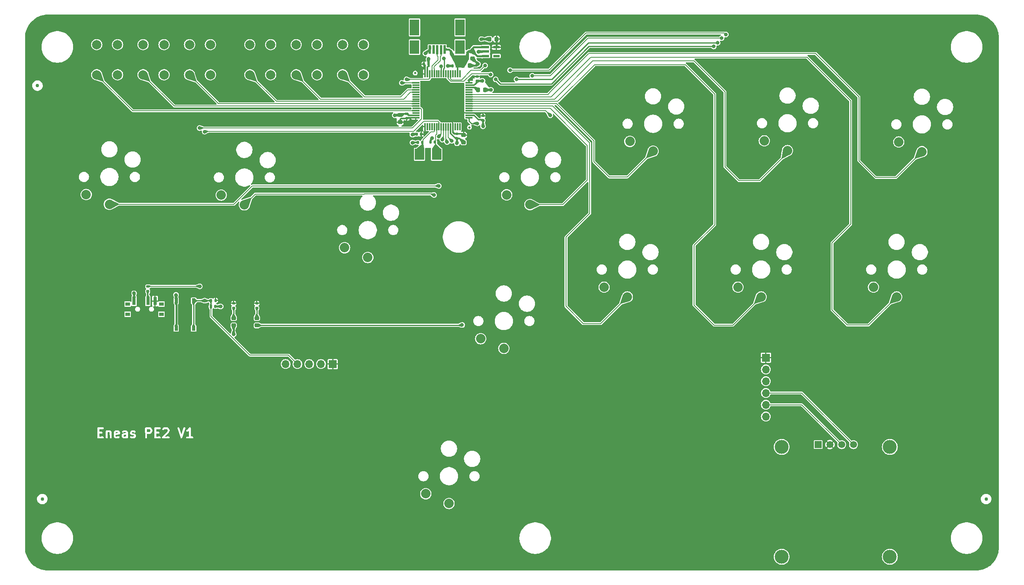
<source format=gtl>
%TF.GenerationSoftware,KiCad,Pcbnew,8.0.1*%
%TF.CreationDate,2024-05-01T14:37:59+02:00*%
%TF.ProjectId,PE2-for-review,5045322d-666f-4722-9d72-65766965772e,rev?*%
%TF.SameCoordinates,Original*%
%TF.FileFunction,Copper,L1,Top*%
%TF.FilePolarity,Positive*%
%FSLAX46Y46*%
G04 Gerber Fmt 4.6, Leading zero omitted, Abs format (unit mm)*
G04 Created by KiCad (PCBNEW 8.0.1) date 2024-05-01 14:37:59*
%MOMM*%
%LPD*%
G01*
G04 APERTURE LIST*
G04 Aperture macros list*
%AMRoundRect*
0 Rectangle with rounded corners*
0 $1 Rounding radius*
0 $2 $3 $4 $5 $6 $7 $8 $9 X,Y pos of 4 corners*
0 Add a 4 corners polygon primitive as box body*
4,1,4,$2,$3,$4,$5,$6,$7,$8,$9,$2,$3,0*
0 Add four circle primitives for the rounded corners*
1,1,$1+$1,$2,$3*
1,1,$1+$1,$4,$5*
1,1,$1+$1,$6,$7*
1,1,$1+$1,$8,$9*
0 Add four rect primitives between the rounded corners*
20,1,$1+$1,$2,$3,$4,$5,0*
20,1,$1+$1,$4,$5,$6,$7,0*
20,1,$1+$1,$6,$7,$8,$9,0*
20,1,$1+$1,$8,$9,$2,$3,0*%
G04 Aperture macros list end*
%ADD10C,0.400000*%
%TA.AperFunction,ComponentPad*%
%ADD11C,2.032000*%
%TD*%
%TA.AperFunction,ComponentPad*%
%ADD12C,2.000000*%
%TD*%
%TA.AperFunction,SMDPad,CuDef*%
%ADD13RoundRect,0.140000X0.170000X-0.140000X0.170000X0.140000X-0.170000X0.140000X-0.170000X-0.140000X0*%
%TD*%
%TA.AperFunction,SMDPad,CuDef*%
%ADD14R,0.500000X1.850000*%
%TD*%
%TA.AperFunction,SMDPad,CuDef*%
%ADD15R,2.000000X3.000000*%
%TD*%
%TA.AperFunction,SMDPad,CuDef*%
%ADD16R,2.000000X3.500000*%
%TD*%
%TA.AperFunction,SMDPad,CuDef*%
%ADD17C,0.750000*%
%TD*%
%TA.AperFunction,ComponentPad*%
%ADD18R,1.508000X1.508000*%
%TD*%
%TA.AperFunction,ComponentPad*%
%ADD19C,1.508000*%
%TD*%
%TA.AperFunction,ComponentPad*%
%ADD20C,3.000000*%
%TD*%
%TA.AperFunction,SMDPad,CuDef*%
%ADD21R,2.000000X2.400000*%
%TD*%
%TA.AperFunction,SMDPad,CuDef*%
%ADD22RoundRect,0.218750X0.256250X-0.218750X0.256250X0.218750X-0.256250X0.218750X-0.256250X-0.218750X0*%
%TD*%
%TA.AperFunction,SMDPad,CuDef*%
%ADD23R,1.420000X0.580000*%
%TD*%
%TA.AperFunction,SMDPad,CuDef*%
%ADD24RoundRect,0.225000X-0.250000X0.225000X-0.250000X-0.225000X0.250000X-0.225000X0.250000X0.225000X0*%
%TD*%
%TA.AperFunction,SMDPad,CuDef*%
%ADD25RoundRect,0.135000X0.185000X-0.135000X0.185000X0.135000X-0.185000X0.135000X-0.185000X-0.135000X0*%
%TD*%
%TA.AperFunction,SMDPad,CuDef*%
%ADD26RoundRect,0.140000X0.140000X0.170000X-0.140000X0.170000X-0.140000X-0.170000X0.140000X-0.170000X0*%
%TD*%
%TA.AperFunction,SMDPad,CuDef*%
%ADD27R,0.700000X1.800000*%
%TD*%
%TA.AperFunction,SMDPad,CuDef*%
%ADD28R,1.000000X0.800000*%
%TD*%
%TA.AperFunction,SMDPad,CuDef*%
%ADD29RoundRect,0.140000X-0.140000X-0.170000X0.140000X-0.170000X0.140000X0.170000X-0.140000X0.170000X0*%
%TD*%
%TA.AperFunction,SMDPad,CuDef*%
%ADD30RoundRect,0.135000X-0.185000X0.135000X-0.185000X-0.135000X0.185000X-0.135000X0.185000X0.135000X0*%
%TD*%
%TA.AperFunction,SMDPad,CuDef*%
%ADD31RoundRect,0.225000X-0.225000X-0.250000X0.225000X-0.250000X0.225000X0.250000X-0.225000X0.250000X0*%
%TD*%
%TA.AperFunction,ComponentPad*%
%ADD32R,1.700000X1.700000*%
%TD*%
%TA.AperFunction,ComponentPad*%
%ADD33O,1.700000X1.700000*%
%TD*%
%TA.AperFunction,SMDPad,CuDef*%
%ADD34C,0.500000*%
%TD*%
%TA.AperFunction,SMDPad,CuDef*%
%ADD35RoundRect,0.225000X0.250000X-0.225000X0.250000X0.225000X-0.250000X0.225000X-0.250000X-0.225000X0*%
%TD*%
%TA.AperFunction,SMDPad,CuDef*%
%ADD36RoundRect,0.135000X0.135000X0.185000X-0.135000X0.185000X-0.135000X-0.185000X0.135000X-0.185000X0*%
%TD*%
%TA.AperFunction,SMDPad,CuDef*%
%ADD37RoundRect,0.225000X0.225000X0.250000X-0.225000X0.250000X-0.225000X-0.250000X0.225000X-0.250000X0*%
%TD*%
%TA.AperFunction,SMDPad,CuDef*%
%ADD38RoundRect,0.140000X-0.170000X0.140000X-0.170000X-0.140000X0.170000X-0.140000X0.170000X0.140000X0*%
%TD*%
%TA.AperFunction,SMDPad,CuDef*%
%ADD39R,0.750000X1.000000*%
%TD*%
%TA.AperFunction,SMDPad,CuDef*%
%ADD40R,0.300000X1.500000*%
%TD*%
%TA.AperFunction,SMDPad,CuDef*%
%ADD41R,1.500000X0.300000*%
%TD*%
%TA.AperFunction,ViaPad*%
%ADD42C,0.800000*%
%TD*%
%TA.AperFunction,Conductor*%
%ADD43C,0.300000*%
%TD*%
%TA.AperFunction,Conductor*%
%ADD44C,0.200000*%
%TD*%
%TA.AperFunction,Conductor*%
%ADD45C,0.381000*%
%TD*%
%TA.AperFunction,Conductor*%
%ADD46C,0.400000*%
%TD*%
%TA.AperFunction,Conductor*%
%ADD47C,0.254000*%
%TD*%
%TA.AperFunction,Conductor*%
%ADD48C,0.600000*%
%TD*%
G04 APERTURE END LIST*
D10*
G36*
X60071041Y-120167847D02*
G01*
X60108694Y-120240366D01*
X59560174Y-120352241D01*
X59559753Y-120264446D01*
X59604901Y-120170599D01*
X59691348Y-120125715D01*
X59978011Y-120123092D01*
X60071041Y-120167847D01*
G37*
G36*
X61814334Y-120695963D02*
G01*
X61831531Y-120694740D01*
X61832757Y-121041193D01*
X61797010Y-121059753D01*
X61415284Y-121062601D01*
X61321939Y-121017694D01*
X61276720Y-120930603D01*
X61275097Y-120833674D01*
X61319187Y-120742028D01*
X61405493Y-120697217D01*
X61809065Y-120694206D01*
X61814334Y-120695963D01*
G37*
G36*
X66954640Y-119513908D02*
G01*
X67006190Y-119563227D01*
X67068425Y-119683091D01*
X67070693Y-119874785D01*
X67013450Y-119993775D01*
X66964130Y-120045327D01*
X66844849Y-120107259D01*
X66322896Y-120109763D01*
X66321668Y-119458494D01*
X66834341Y-119456034D01*
X66954640Y-119513908D01*
G37*
G36*
X76543443Y-121681660D02*
G01*
X55417125Y-121681660D01*
X55417125Y-119259438D01*
X55639347Y-119259438D01*
X55643190Y-121298456D01*
X55673053Y-121370552D01*
X55728233Y-121425732D01*
X55800329Y-121455595D01*
X55839347Y-121459438D01*
X56830746Y-121455595D01*
X56902842Y-121425732D01*
X56958022Y-121370552D01*
X56987885Y-121298456D01*
X56987885Y-121220420D01*
X56958022Y-121148324D01*
X56902842Y-121093144D01*
X56830746Y-121063281D01*
X56791728Y-121059438D01*
X56038975Y-121062355D01*
X56037747Y-120410738D01*
X56545032Y-120407976D01*
X56617128Y-120378113D01*
X56672308Y-120322933D01*
X56702171Y-120250837D01*
X56702171Y-120172801D01*
X56672308Y-120100705D01*
X56617128Y-120045525D01*
X56545032Y-120015662D01*
X56506014Y-120011819D01*
X56037000Y-120014373D01*
X56036834Y-119926104D01*
X57448871Y-119926104D01*
X57452714Y-121298456D01*
X57482577Y-121370552D01*
X57537757Y-121425732D01*
X57609853Y-121455595D01*
X57687889Y-121455595D01*
X57759985Y-121425732D01*
X57815165Y-121370552D01*
X57845028Y-121298456D01*
X57848871Y-121259438D01*
X57845903Y-120199873D01*
X57857422Y-120187833D01*
X57977286Y-120125598D01*
X58168981Y-120123330D01*
X58261517Y-120167847D01*
X58306162Y-120253833D01*
X58309857Y-121298456D01*
X58339720Y-121370552D01*
X58394900Y-121425732D01*
X58466996Y-121455595D01*
X58545032Y-121455595D01*
X58617128Y-121425732D01*
X58672308Y-121370552D01*
X58702171Y-121298456D01*
X58706014Y-121259438D01*
X58703656Y-120592980D01*
X59163157Y-120592980D01*
X59165030Y-120602349D01*
X59166664Y-120942894D01*
X59164727Y-120948708D01*
X59166835Y-120978370D01*
X59167000Y-121012741D01*
X59169749Y-121019378D01*
X59170259Y-121026548D01*
X59184271Y-121063165D01*
X59278345Y-121244352D01*
X59284643Y-121263246D01*
X59293392Y-121273334D01*
X59300396Y-121286823D01*
X59319342Y-121303255D01*
X59335772Y-121322199D01*
X59355510Y-121334624D01*
X59359349Y-121337953D01*
X59362431Y-121338980D01*
X59368952Y-121343085D01*
X59534986Y-121422961D01*
X59537757Y-121425732D01*
X59559258Y-121434638D01*
X59596046Y-121452336D01*
X59603215Y-121452845D01*
X59609853Y-121455595D01*
X59648871Y-121459438D01*
X59999884Y-121456226D01*
X60004810Y-121457868D01*
X60032056Y-121455931D01*
X60068842Y-121455595D01*
X60075479Y-121452845D01*
X60082649Y-121452336D01*
X60119267Y-121438323D01*
X60342923Y-121322199D01*
X60394053Y-121263246D01*
X60418730Y-121189214D01*
X60413198Y-121111375D01*
X60378299Y-121041577D01*
X60319347Y-120990448D01*
X60245315Y-120965770D01*
X60167475Y-120971302D01*
X60130858Y-120985314D01*
X59987346Y-121059826D01*
X59700683Y-121062449D01*
X59607653Y-121017694D01*
X59562954Y-120931605D01*
X59562242Y-120783247D01*
X60877443Y-120783247D01*
X60880156Y-120945278D01*
X60879013Y-120948708D01*
X60880583Y-120970811D01*
X60881286Y-121012741D01*
X60884035Y-121019378D01*
X60884545Y-121026548D01*
X60898557Y-121063165D01*
X60992631Y-121244352D01*
X60998929Y-121263246D01*
X61007678Y-121273334D01*
X61014682Y-121286823D01*
X61033628Y-121303255D01*
X61050058Y-121322199D01*
X61069796Y-121334624D01*
X61073635Y-121337953D01*
X61076717Y-121338980D01*
X61083238Y-121343085D01*
X61249272Y-121422961D01*
X61252043Y-121425732D01*
X61273544Y-121434638D01*
X61310332Y-121452336D01*
X61317501Y-121452845D01*
X61324139Y-121455595D01*
X61363157Y-121459438D01*
X61809065Y-121456111D01*
X61814334Y-121457868D01*
X61842558Y-121455862D01*
X61878366Y-121455595D01*
X61885003Y-121452845D01*
X61892173Y-121452336D01*
X61928791Y-121438323D01*
X61937806Y-121433642D01*
X61990806Y-121455595D01*
X62068842Y-121455595D01*
X62140938Y-121425732D01*
X62196118Y-121370552D01*
X62225981Y-121298456D01*
X62229824Y-121259438D01*
X62226895Y-120431384D01*
X62228254Y-120427309D01*
X62226809Y-120406979D01*
X62226228Y-120242909D01*
X62228254Y-120236834D01*
X62226476Y-120211819D01*
X62686967Y-120211819D01*
X62688942Y-120280827D01*
X62688537Y-120282043D01*
X62689273Y-120292412D01*
X62690810Y-120346075D01*
X62693559Y-120352712D01*
X62694069Y-120359882D01*
X62708082Y-120396500D01*
X62802155Y-120577685D01*
X62808453Y-120596579D01*
X62817202Y-120606667D01*
X62824206Y-120620156D01*
X62843152Y-120636588D01*
X62859582Y-120655532D01*
X62879320Y-120667957D01*
X62883159Y-120671286D01*
X62886241Y-120672313D01*
X62892762Y-120676418D01*
X63058796Y-120756294D01*
X63061567Y-120759065D01*
X63083068Y-120767971D01*
X63119856Y-120785669D01*
X63127025Y-120786178D01*
X63133663Y-120788928D01*
X63172681Y-120792771D01*
X63407076Y-120789997D01*
X63499614Y-120834515D01*
X63545374Y-120922648D01*
X63545452Y-120925380D01*
X63502366Y-121014942D01*
X63415917Y-121059826D01*
X63129255Y-121062449D01*
X62939792Y-120971302D01*
X62861953Y-120965770D01*
X62787921Y-120990448D01*
X62728968Y-121041577D01*
X62694069Y-121111375D01*
X62688537Y-121189214D01*
X62713215Y-121263246D01*
X62764344Y-121322199D01*
X62797524Y-121343085D01*
X62963558Y-121422961D01*
X62966329Y-121425732D01*
X62987830Y-121434638D01*
X63024618Y-121452336D01*
X63031787Y-121452845D01*
X63038425Y-121455595D01*
X63077443Y-121459438D01*
X63428454Y-121456226D01*
X63433380Y-121457868D01*
X63460626Y-121455931D01*
X63497413Y-121455595D01*
X63504050Y-121452845D01*
X63511220Y-121452336D01*
X63547837Y-121438324D01*
X63729022Y-121344250D01*
X63747919Y-121337952D01*
X63758008Y-121329201D01*
X63771495Y-121322199D01*
X63787926Y-121303253D01*
X63806871Y-121286823D01*
X63819296Y-121267083D01*
X63822625Y-121263246D01*
X63823652Y-121260164D01*
X63827758Y-121253642D01*
X63907633Y-121087607D01*
X63910404Y-121084837D01*
X63919311Y-121063331D01*
X63937008Y-121026547D01*
X63937517Y-121019379D01*
X63940267Y-121012741D01*
X63944110Y-120973723D01*
X63942134Y-120904715D01*
X63942540Y-120903500D01*
X63941803Y-120893131D01*
X63940267Y-120839467D01*
X63937517Y-120832829D01*
X63937008Y-120825660D01*
X63922996Y-120789043D01*
X63828924Y-120607860D01*
X63822625Y-120588963D01*
X63813873Y-120578872D01*
X63806871Y-120565386D01*
X63787927Y-120548956D01*
X63771495Y-120530010D01*
X63751752Y-120517582D01*
X63747918Y-120514257D01*
X63744838Y-120513230D01*
X63738315Y-120509124D01*
X63572279Y-120429247D01*
X63569509Y-120426477D01*
X63548008Y-120417571D01*
X63511220Y-120399873D01*
X63504050Y-120399363D01*
X63497413Y-120396614D01*
X63458395Y-120392771D01*
X63223999Y-120395544D01*
X63131462Y-120351027D01*
X63085702Y-120262893D01*
X63085624Y-120260162D01*
X63128711Y-120170599D01*
X63215382Y-120125598D01*
X63407076Y-120123330D01*
X63596048Y-120214240D01*
X63673887Y-120219772D01*
X63747919Y-120195094D01*
X63806871Y-120143965D01*
X63841770Y-120074167D01*
X63847302Y-119996327D01*
X63822625Y-119922296D01*
X63771495Y-119863343D01*
X63738315Y-119842457D01*
X63572279Y-119762580D01*
X63569509Y-119759810D01*
X63548008Y-119750904D01*
X63511220Y-119733206D01*
X63504050Y-119732696D01*
X63497413Y-119729947D01*
X63458395Y-119726104D01*
X63202085Y-119729137D01*
X63197696Y-119727674D01*
X63172116Y-119729491D01*
X63133663Y-119729947D01*
X63127025Y-119732696D01*
X63119856Y-119733206D01*
X63083239Y-119747218D01*
X62902056Y-119841289D01*
X62883159Y-119847589D01*
X62873068Y-119856340D01*
X62859582Y-119863343D01*
X62843152Y-119882286D01*
X62824206Y-119898719D01*
X62811778Y-119918461D01*
X62808453Y-119922296D01*
X62807426Y-119925375D01*
X62803320Y-119931899D01*
X62723443Y-120097934D01*
X62720673Y-120100705D01*
X62711767Y-120122205D01*
X62694069Y-120158994D01*
X62693559Y-120166163D01*
X62690810Y-120172801D01*
X62686967Y-120211819D01*
X62226476Y-120211819D01*
X62226100Y-120206529D01*
X62225981Y-120172801D01*
X62223231Y-120166162D01*
X62222722Y-120158995D01*
X62208710Y-120122377D01*
X62114638Y-119941193D01*
X62108339Y-119922296D01*
X62099586Y-119912204D01*
X62092585Y-119898719D01*
X62073640Y-119882288D01*
X62057209Y-119863343D01*
X62037469Y-119850917D01*
X62033633Y-119847590D01*
X62030551Y-119846562D01*
X62024029Y-119842457D01*
X61857994Y-119762580D01*
X61855224Y-119759810D01*
X61833722Y-119750903D01*
X61796935Y-119733206D01*
X61789765Y-119732696D01*
X61783128Y-119729947D01*
X61744110Y-119726104D01*
X61393097Y-119729315D01*
X61388172Y-119727674D01*
X61360925Y-119729610D01*
X61324139Y-119729947D01*
X61317501Y-119732696D01*
X61310332Y-119733206D01*
X61273715Y-119747218D01*
X61050058Y-119863343D01*
X60998929Y-119922296D01*
X60974251Y-119996328D01*
X60979783Y-120074167D01*
X61014682Y-120143965D01*
X61073635Y-120195094D01*
X61147667Y-120219772D01*
X61225506Y-120214240D01*
X61262124Y-120200227D01*
X61405634Y-120125715D01*
X61692297Y-120123092D01*
X61785327Y-120167847D01*
X61829972Y-120253833D01*
X61830067Y-120280685D01*
X61797010Y-120297848D01*
X61393440Y-120300859D01*
X61388172Y-120299103D01*
X61359947Y-120301108D01*
X61324139Y-120301376D01*
X61317501Y-120304125D01*
X61310332Y-120304635D01*
X61273715Y-120318647D01*
X61092531Y-120412719D01*
X61073635Y-120419018D01*
X61063544Y-120427769D01*
X61050058Y-120434772D01*
X61033628Y-120453715D01*
X61014682Y-120470148D01*
X61002254Y-120489890D01*
X60998929Y-120493725D01*
X60997902Y-120496804D01*
X60993796Y-120503328D01*
X60913919Y-120669362D01*
X60911149Y-120672133D01*
X60902242Y-120693634D01*
X60884545Y-120730422D01*
X60884035Y-120737591D01*
X60881286Y-120744229D01*
X60877443Y-120783247D01*
X59562242Y-120783247D01*
X59562113Y-120756307D01*
X60336075Y-120598452D01*
X60354556Y-120598452D01*
X60372483Y-120591026D01*
X60392268Y-120586991D01*
X60408549Y-120576087D01*
X60426652Y-120568589D01*
X60440655Y-120554585D01*
X60457107Y-120543568D01*
X60467975Y-120527265D01*
X60481832Y-120513409D01*
X60489410Y-120495113D01*
X60500394Y-120478638D01*
X60504196Y-120459415D01*
X60511695Y-120441313D01*
X60515538Y-120402295D01*
X60515534Y-120402102D01*
X60515538Y-120402086D01*
X60515534Y-120402066D01*
X60512824Y-120240263D01*
X60513968Y-120236834D01*
X60512397Y-120214730D01*
X60511695Y-120172801D01*
X60508945Y-120166162D01*
X60508436Y-120158995D01*
X60494424Y-120122377D01*
X60400352Y-119941193D01*
X60394053Y-119922296D01*
X60385300Y-119912204D01*
X60378299Y-119898719D01*
X60359354Y-119882288D01*
X60342923Y-119863343D01*
X60323183Y-119850917D01*
X60319347Y-119847590D01*
X60316265Y-119846562D01*
X60309743Y-119842457D01*
X60143708Y-119762580D01*
X60140938Y-119759810D01*
X60119436Y-119750903D01*
X60082649Y-119733206D01*
X60075479Y-119732696D01*
X60068842Y-119729947D01*
X60029824Y-119726104D01*
X59678811Y-119729315D01*
X59673886Y-119727674D01*
X59646639Y-119729610D01*
X59609853Y-119729947D01*
X59603215Y-119732696D01*
X59596046Y-119733206D01*
X59559429Y-119747218D01*
X59378246Y-119841289D01*
X59359349Y-119847589D01*
X59349258Y-119856340D01*
X59335772Y-119863343D01*
X59319342Y-119882286D01*
X59300396Y-119898719D01*
X59287968Y-119918461D01*
X59284643Y-119922296D01*
X59283616Y-119925375D01*
X59279510Y-119931899D01*
X59199633Y-120097934D01*
X59196863Y-120100705D01*
X59187957Y-120122205D01*
X59170259Y-120158994D01*
X59169749Y-120166163D01*
X59167000Y-120172801D01*
X59163157Y-120211819D01*
X59164942Y-120583953D01*
X59163157Y-120592980D01*
X58703656Y-120592980D01*
X58702418Y-120242909D01*
X58704444Y-120236834D01*
X58702290Y-120206529D01*
X58702171Y-120172801D01*
X58699421Y-120166162D01*
X58698912Y-120158995D01*
X58684900Y-120122377D01*
X58590828Y-119941193D01*
X58584529Y-119922296D01*
X58575776Y-119912204D01*
X58568775Y-119898719D01*
X58549830Y-119882288D01*
X58533399Y-119863343D01*
X58513659Y-119850917D01*
X58509823Y-119847590D01*
X58506741Y-119846562D01*
X58500219Y-119842457D01*
X58334184Y-119762580D01*
X58331414Y-119759810D01*
X58309912Y-119750903D01*
X58273125Y-119733206D01*
X58265955Y-119732696D01*
X58259318Y-119729947D01*
X58220300Y-119726104D01*
X57963989Y-119729137D01*
X57959600Y-119727674D01*
X57934020Y-119729491D01*
X57895567Y-119729947D01*
X57888929Y-119732696D01*
X57881760Y-119733206D01*
X57845143Y-119747218D01*
X57780800Y-119780625D01*
X57759985Y-119759810D01*
X57687889Y-119729947D01*
X57609853Y-119729947D01*
X57537757Y-119759810D01*
X57482577Y-119814990D01*
X57452714Y-119887086D01*
X57448871Y-119926104D01*
X56036834Y-119926104D01*
X56035953Y-119458675D01*
X56830746Y-119455595D01*
X56902842Y-119425732D01*
X56958022Y-119370552D01*
X56987885Y-119298456D01*
X56987885Y-119259438D01*
X65925063Y-119259438D01*
X65928906Y-121298456D01*
X65958769Y-121370552D01*
X66013949Y-121425732D01*
X66086045Y-121455595D01*
X66164081Y-121455595D01*
X66236177Y-121425732D01*
X66291357Y-121370552D01*
X66321220Y-121298456D01*
X66325063Y-121259438D01*
X66323643Y-120506104D01*
X66856140Y-120503549D01*
X66861954Y-120505487D01*
X66891616Y-120503378D01*
X66925986Y-120503214D01*
X66932623Y-120500464D01*
X66939793Y-120499955D01*
X66976411Y-120485942D01*
X67166470Y-120387261D01*
X67188559Y-120378112D01*
X67196251Y-120371799D01*
X67200067Y-120369818D01*
X67203528Y-120365827D01*
X67218866Y-120353240D01*
X67314731Y-120253035D01*
X67330681Y-120239203D01*
X67335904Y-120230904D01*
X67338977Y-120227693D01*
X67340998Y-120222811D01*
X67351567Y-120206023D01*
X67431443Y-120039988D01*
X67434214Y-120037218D01*
X67443120Y-120015716D01*
X67460818Y-119978929D01*
X67461327Y-119971759D01*
X67464077Y-119965122D01*
X67467920Y-119926104D01*
X67464886Y-119669794D01*
X67466350Y-119665405D01*
X67464532Y-119639825D01*
X67464077Y-119601372D01*
X67461327Y-119594734D01*
X67460818Y-119587565D01*
X67446806Y-119550948D01*
X67348125Y-119360889D01*
X67338976Y-119338800D01*
X67332662Y-119331106D01*
X67330681Y-119327291D01*
X67326689Y-119323829D01*
X67314103Y-119308493D01*
X67262829Y-119259438D01*
X67925063Y-119259438D01*
X67928906Y-121298456D01*
X67958769Y-121370552D01*
X68013949Y-121425732D01*
X68086045Y-121455595D01*
X68125063Y-121459438D01*
X69116462Y-121455595D01*
X69188558Y-121425732D01*
X69243738Y-121370552D01*
X69273601Y-121298456D01*
X69547954Y-121298456D01*
X69577817Y-121370552D01*
X69632997Y-121425732D01*
X69705093Y-121455595D01*
X69744111Y-121459438D01*
X71021224Y-121455595D01*
X71093320Y-121425732D01*
X71148500Y-121370552D01*
X71178363Y-121298456D01*
X71178363Y-121220420D01*
X71148500Y-121148324D01*
X71093320Y-121093144D01*
X71021224Y-121063281D01*
X70982206Y-121059438D01*
X70223097Y-121061722D01*
X71003625Y-120277561D01*
X71009591Y-120274579D01*
X71029883Y-120251181D01*
X71053262Y-120227694D01*
X71056012Y-120221054D01*
X71060720Y-120215626D01*
X71076705Y-120179826D01*
X71168513Y-119893662D01*
X71178363Y-119869884D01*
X71179346Y-119859896D01*
X71180635Y-119855881D01*
X71180260Y-119850615D01*
X71182206Y-119830866D01*
X71179492Y-119668834D01*
X71180636Y-119665405D01*
X71179065Y-119643301D01*
X71178363Y-119601372D01*
X71175613Y-119594734D01*
X71175104Y-119587565D01*
X71161092Y-119550948D01*
X71062411Y-119360889D01*
X71053262Y-119338800D01*
X71046948Y-119331106D01*
X71044967Y-119327291D01*
X71040975Y-119323829D01*
X71028389Y-119308493D01*
X71003261Y-119284453D01*
X72879016Y-119284453D01*
X72887708Y-119322683D01*
X73550232Y-121298462D01*
X73551213Y-121312263D01*
X73562286Y-121334409D01*
X73570359Y-121358484D01*
X73579720Y-121369278D01*
X73586112Y-121382061D01*
X73605057Y-121398491D01*
X73621488Y-121417437D01*
X73634270Y-121423828D01*
X73645065Y-121433190D01*
X73668852Y-121441119D01*
X73691286Y-121452336D01*
X73705542Y-121453349D01*
X73719096Y-121457867D01*
X73744106Y-121456089D01*
X73769126Y-121457868D01*
X73782683Y-121453348D01*
X73796936Y-121452336D01*
X73819368Y-121441119D01*
X73843157Y-121433190D01*
X73853951Y-121423828D01*
X73866734Y-121417437D01*
X73883164Y-121398491D01*
X73902110Y-121382061D01*
X73908501Y-121369278D01*
X73917863Y-121358484D01*
X73933848Y-121322684D01*
X74436444Y-119805852D01*
X74783777Y-119805852D01*
X74789309Y-119883691D01*
X74824208Y-119953489D01*
X74883161Y-120004618D01*
X74957193Y-120029296D01*
X75035032Y-120023764D01*
X75071650Y-120009751D01*
X75261706Y-119911072D01*
X75283797Y-119901922D01*
X75291490Y-119895608D01*
X75295306Y-119893627D01*
X75298768Y-119889635D01*
X75314104Y-119877049D01*
X75354720Y-119835407D01*
X75357032Y-121061935D01*
X74943189Y-121063281D01*
X74871093Y-121093144D01*
X74815913Y-121148324D01*
X74786050Y-121220420D01*
X74786050Y-121298456D01*
X74815913Y-121370552D01*
X74871093Y-121425732D01*
X74943189Y-121455595D01*
X74982207Y-121459438D01*
X76164082Y-121455595D01*
X76236178Y-121425732D01*
X76291358Y-121370552D01*
X76321221Y-121298456D01*
X76321221Y-121220420D01*
X76291358Y-121148324D01*
X76236178Y-121093144D01*
X76164082Y-121063281D01*
X76125064Y-121059438D01*
X75753260Y-121060646D01*
X75749900Y-119278105D01*
X75753635Y-119259229D01*
X75749829Y-119240201D01*
X75749792Y-119220420D01*
X75742213Y-119202123D01*
X75738330Y-119182708D01*
X75727428Y-119166429D01*
X75719929Y-119148324D01*
X75705925Y-119134320D01*
X75694908Y-119117869D01*
X75678606Y-119107001D01*
X75664749Y-119093144D01*
X75646450Y-119085564D01*
X75629978Y-119074583D01*
X75610759Y-119070780D01*
X75592653Y-119063281D01*
X75572851Y-119063281D01*
X75553426Y-119059438D01*
X75534212Y-119063281D01*
X75514617Y-119063281D01*
X75496320Y-119070859D01*
X75476905Y-119074743D01*
X75460626Y-119085644D01*
X75442521Y-119093144D01*
X75428517Y-119107147D01*
X75412066Y-119118165D01*
X75387487Y-119148177D01*
X75387341Y-119148324D01*
X75387313Y-119148389D01*
X75387225Y-119148498D01*
X75218757Y-119406785D01*
X75061464Y-119568048D01*
X74859584Y-119672867D01*
X74808455Y-119731820D01*
X74783777Y-119805852D01*
X74436444Y-119805852D01*
X74609207Y-119284453D01*
X74603676Y-119206613D01*
X74568777Y-119136815D01*
X74509824Y-119085686D01*
X74435793Y-119061009D01*
X74357953Y-119066541D01*
X74288155Y-119101439D01*
X74237026Y-119160392D01*
X74221041Y-119196193D01*
X73744978Y-120632946D01*
X73251197Y-119160392D01*
X73200068Y-119101439D01*
X73130270Y-119066540D01*
X73052430Y-119061009D01*
X72978399Y-119085686D01*
X72919446Y-119136815D01*
X72884547Y-119206613D01*
X72879016Y-119284453D01*
X71003261Y-119284453D01*
X70928189Y-119212630D01*
X70914353Y-119196677D01*
X70906053Y-119191452D01*
X70902844Y-119188382D01*
X70897964Y-119186360D01*
X70881173Y-119175791D01*
X70715138Y-119095914D01*
X70712368Y-119093144D01*
X70690866Y-119084237D01*
X70654079Y-119066540D01*
X70646909Y-119066030D01*
X70640272Y-119063281D01*
X70601254Y-119059438D01*
X70155346Y-119062764D01*
X70150078Y-119061008D01*
X70121853Y-119063013D01*
X70086045Y-119063281D01*
X70079407Y-119066030D01*
X70072238Y-119066540D01*
X70035621Y-119080552D01*
X69845562Y-119179232D01*
X69823473Y-119188382D01*
X69815779Y-119194695D01*
X69811964Y-119196677D01*
X69808502Y-119200668D01*
X69793166Y-119213255D01*
X69673055Y-119338800D01*
X69643192Y-119410896D01*
X69643192Y-119488932D01*
X69673055Y-119561028D01*
X69728235Y-119616208D01*
X69800331Y-119646071D01*
X69878367Y-119646071D01*
X69950463Y-119616208D01*
X69980770Y-119591335D01*
X70047900Y-119521167D01*
X70167399Y-119459122D01*
X70549126Y-119456274D01*
X70668926Y-119513908D01*
X70720476Y-119563227D01*
X70782928Y-119683509D01*
X70784739Y-119791711D01*
X70716533Y-120004306D01*
X69577817Y-121148324D01*
X69547954Y-121220420D01*
X69547954Y-121298456D01*
X69273601Y-121298456D01*
X69273601Y-121220420D01*
X69243738Y-121148324D01*
X69188558Y-121093144D01*
X69116462Y-121063281D01*
X69077444Y-121059438D01*
X68324691Y-121062355D01*
X68323463Y-120410738D01*
X68830748Y-120407976D01*
X68902844Y-120378113D01*
X68958024Y-120322933D01*
X68987887Y-120250837D01*
X68987887Y-120172801D01*
X68958024Y-120100705D01*
X68902844Y-120045525D01*
X68830748Y-120015662D01*
X68791730Y-120011819D01*
X68322716Y-120014373D01*
X68321669Y-119458675D01*
X69116462Y-119455595D01*
X69188558Y-119425732D01*
X69243738Y-119370552D01*
X69273601Y-119298456D01*
X69273601Y-119220420D01*
X69243738Y-119148324D01*
X69188558Y-119093144D01*
X69116462Y-119063281D01*
X69077444Y-119059438D01*
X68086045Y-119063281D01*
X68013949Y-119093144D01*
X67958769Y-119148324D01*
X67928906Y-119220420D01*
X67925063Y-119259438D01*
X67262829Y-119259438D01*
X67213903Y-119212630D01*
X67200067Y-119196677D01*
X67191767Y-119191452D01*
X67188558Y-119188382D01*
X67183678Y-119186360D01*
X67166887Y-119175791D01*
X67000852Y-119095914D01*
X66998082Y-119093144D01*
X66976580Y-119084237D01*
X66939793Y-119066540D01*
X66932623Y-119066030D01*
X66925986Y-119063281D01*
X66886968Y-119059438D01*
X66086045Y-119063281D01*
X66013949Y-119093144D01*
X65958769Y-119148324D01*
X65928906Y-119220420D01*
X65925063Y-119259438D01*
X56987885Y-119259438D01*
X56987885Y-119220420D01*
X56958022Y-119148324D01*
X56902842Y-119093144D01*
X56830746Y-119063281D01*
X56791728Y-119059438D01*
X55800329Y-119063281D01*
X55728233Y-119093144D01*
X55673053Y-119148324D01*
X55643190Y-119220420D01*
X55639347Y-119259438D01*
X55417125Y-119259438D01*
X55417125Y-118837216D01*
X76543443Y-118837216D01*
X76543443Y-121681660D01*
G37*
D11*
X87320000Y-71070000D03*
X82320000Y-68970000D03*
X113920000Y-82420000D03*
X108920000Y-80320000D03*
X131420000Y-135520000D03*
X126420000Y-133420000D03*
X148860000Y-71010000D03*
X143860000Y-68910000D03*
X175420000Y-59480000D03*
X170420000Y-57380000D03*
X204390000Y-59360000D03*
X199390000Y-57260000D03*
X233360000Y-59600000D03*
X228360000Y-57500000D03*
X143250000Y-102050000D03*
X138250000Y-99950000D03*
X169860000Y-90940000D03*
X164860000Y-88840000D03*
X198710000Y-90940000D03*
X193710000Y-88840000D03*
X227920000Y-90940000D03*
X222920000Y-88840000D03*
X58225000Y-70950000D03*
X53225000Y-68850000D03*
D12*
X88500000Y-43000000D03*
X88500000Y-36500000D03*
X93000000Y-43000000D03*
X93000000Y-36500000D03*
X65500000Y-43000000D03*
X65500000Y-36500000D03*
X70000000Y-43000000D03*
X70000000Y-36500000D03*
X98500000Y-43000000D03*
X98500000Y-36500000D03*
X103000000Y-43000000D03*
X103000000Y-36500000D03*
X55500000Y-43000000D03*
X55500000Y-36500000D03*
X60000000Y-43000000D03*
X60000000Y-36500000D03*
X75500000Y-43000000D03*
X75500000Y-36500000D03*
X80000000Y-43000000D03*
X80000000Y-36500000D03*
X108500000Y-43000000D03*
X108500000Y-36500000D03*
X113000000Y-43000000D03*
X113000000Y-36500000D03*
D13*
X122350000Y-52380000D03*
X122350000Y-51420000D03*
D14*
X130500000Y-37525000D03*
X129700000Y-37525000D03*
X128900000Y-37525000D03*
X128100000Y-37525000D03*
X127300000Y-37525000D03*
D15*
X124000000Y-37025000D03*
D16*
X124000000Y-32775000D03*
D15*
X133800000Y-37025000D03*
D16*
X133800000Y-32775000D03*
D17*
X42720000Y-45350000D03*
D18*
X210990000Y-122812500D03*
D19*
X213530000Y-122812500D03*
X216070000Y-122812500D03*
X218610000Y-122812500D03*
D20*
X203150000Y-123312500D03*
X226450000Y-123312500D03*
X226450000Y-147012500D03*
X203150000Y-147012500D03*
D21*
X128750000Y-60150000D03*
X125050000Y-60150000D03*
D22*
X90000000Y-97087500D03*
X90000000Y-95512500D03*
D23*
X139355000Y-37050000D03*
X139355000Y-38000000D03*
X139355000Y-38950000D03*
X141645000Y-38950000D03*
X141645000Y-37050000D03*
D24*
X134550000Y-56025000D03*
X134550000Y-57575000D03*
D25*
X90000000Y-93335000D03*
X90000000Y-92315000D03*
D26*
X128380000Y-57550000D03*
X127420000Y-57550000D03*
D27*
X68050000Y-91825000D03*
X66550000Y-91825000D03*
X63550000Y-91825000D03*
D28*
X69450000Y-94675000D03*
X69450000Y-92475000D03*
X62150000Y-94675000D03*
X62150000Y-92475000D03*
D29*
X126020000Y-40700000D03*
X126980000Y-40700000D03*
D30*
X85000000Y-92315000D03*
X85000000Y-93335000D03*
D26*
X133130000Y-41100000D03*
X132170000Y-41100000D03*
D31*
X137675000Y-46250000D03*
X139225000Y-46250000D03*
D32*
X199725000Y-104050000D03*
D33*
X199725000Y-106590000D03*
X199725000Y-109130000D03*
X199725000Y-111670000D03*
X199725000Y-114210000D03*
X199725000Y-116750000D03*
D34*
X135850000Y-54350000D03*
D30*
X66500000Y-88690000D03*
X66500000Y-89710000D03*
D35*
X120900000Y-53225000D03*
X120900000Y-51675000D03*
D36*
X81110000Y-91700000D03*
X80090000Y-91700000D03*
D22*
X85000000Y-97087500D03*
X85000000Y-95512500D03*
D37*
X141675000Y-35300000D03*
X140125000Y-35300000D03*
D26*
X125435000Y-55800000D03*
X124475000Y-55800000D03*
D38*
X138750000Y-51870000D03*
X138750000Y-52830000D03*
D24*
X136500000Y-37975000D03*
X136500000Y-39525000D03*
D17*
X43750000Y-134550000D03*
D38*
X133150000Y-55770000D03*
X133150000Y-56730000D03*
D31*
X134365000Y-41020000D03*
X135915000Y-41020000D03*
D39*
X76375000Y-91750000D03*
X76375000Y-97750000D03*
X72625000Y-91750000D03*
X72625000Y-97750000D03*
D40*
X126250000Y-54200000D03*
X126750000Y-54200000D03*
X127250000Y-54200000D03*
X127750000Y-54200000D03*
X128250000Y-54200000D03*
X128750000Y-54200000D03*
X129250000Y-54200000D03*
X129750000Y-54200000D03*
X130250000Y-54200000D03*
X130750000Y-54200000D03*
X131250000Y-54200000D03*
X131750000Y-54200000D03*
X132250000Y-54200000D03*
X132750000Y-54200000D03*
X133250000Y-54200000D03*
X133750000Y-54200000D03*
D41*
X135700000Y-52250000D03*
X135700000Y-51750000D03*
X135700000Y-51250000D03*
X135700000Y-50750000D03*
X135700000Y-50250000D03*
X135700000Y-49750000D03*
X135700000Y-49250000D03*
X135700000Y-48750000D03*
X135700000Y-48250000D03*
X135700000Y-47750000D03*
X135700000Y-47250000D03*
X135700000Y-46750000D03*
X135700000Y-46250000D03*
X135700000Y-45750000D03*
X135700000Y-45250000D03*
X135700000Y-44750000D03*
D40*
X133750000Y-42800000D03*
X133250000Y-42800000D03*
X132750000Y-42800000D03*
X132250000Y-42800000D03*
X131750000Y-42800000D03*
X131250000Y-42800000D03*
X130750000Y-42800000D03*
X130250000Y-42800000D03*
X129750000Y-42800000D03*
X129250000Y-42800000D03*
X128750000Y-42800000D03*
X128250000Y-42800000D03*
X127750000Y-42800000D03*
X127250000Y-42800000D03*
X126750000Y-42800000D03*
X126250000Y-42800000D03*
D41*
X124300000Y-44750000D03*
X124300000Y-45250000D03*
X124300000Y-45750000D03*
X124300000Y-46250000D03*
X124300000Y-46750000D03*
X124300000Y-47250000D03*
X124300000Y-47750000D03*
X124300000Y-48250000D03*
X124300000Y-48750000D03*
X124300000Y-49250000D03*
X124300000Y-49750000D03*
X124300000Y-50250000D03*
X124300000Y-50750000D03*
X124300000Y-51250000D03*
X124300000Y-51750000D03*
X124300000Y-52250000D03*
D38*
X137500000Y-43370000D03*
X137500000Y-44330000D03*
D17*
X247200000Y-134550000D03*
D34*
X124150000Y-42650000D03*
D29*
X80120000Y-93000000D03*
X81080000Y-93000000D03*
D32*
X106375000Y-105425000D03*
D33*
X103835000Y-105425000D03*
X101295000Y-105425000D03*
X98755000Y-105425000D03*
X96215000Y-105425000D03*
D26*
X125680000Y-57600000D03*
X124720000Y-57600000D03*
D42*
X123525000Y-55925000D03*
X133150000Y-57800000D03*
X138650000Y-44300000D03*
X131200000Y-41100000D03*
X127000000Y-39600000D03*
X126350000Y-38400000D03*
X123550000Y-57650000D03*
X140450000Y-46250000D03*
X85000000Y-99000000D03*
X127750000Y-56650000D03*
X82200000Y-93000000D03*
X119750000Y-51750000D03*
X137700000Y-40700000D03*
X63550000Y-90150000D03*
X138400000Y-35300000D03*
X137800000Y-38050000D03*
X138750000Y-54100000D03*
X72600000Y-90500000D03*
X129227000Y-56300000D03*
X129225458Y-66975458D03*
X130000000Y-57000000D03*
X128220433Y-68970433D03*
X131000000Y-57500000D03*
X132003303Y-57284802D03*
X153250000Y-51750000D03*
X78750000Y-55275000D03*
X78750000Y-91750000D03*
X121250000Y-44750000D03*
X122250000Y-44000000D03*
X77675000Y-54500000D03*
X77700000Y-88650000D03*
X141500000Y-44000000D03*
X188500000Y-36900000D03*
X129700000Y-41200000D03*
X146000000Y-44000000D03*
X189300000Y-36100000D03*
X130350793Y-39500000D03*
X140400000Y-42927000D03*
X149400000Y-43200000D03*
X190200000Y-35100000D03*
X144585933Y-42014067D03*
X139200000Y-41000000D03*
X191100000Y-34300000D03*
X137500000Y-53500000D03*
X134250000Y-97000000D03*
D43*
X124300000Y-51750000D02*
X122680000Y-51750000D01*
D44*
X127750000Y-56650000D02*
X127420000Y-56980000D01*
X123600000Y-57600000D02*
X123550000Y-57650000D01*
D45*
X85000000Y-97087500D02*
X85000000Y-99000000D01*
D43*
X63550000Y-91825000D02*
X63550000Y-90150000D01*
D44*
X127420000Y-56980000D02*
X127420000Y-57550000D01*
D45*
X72625000Y-91750000D02*
X72625000Y-97750000D01*
D46*
X136525000Y-39525000D02*
X137700000Y-40700000D01*
D43*
X121155000Y-51420000D02*
X120900000Y-51675000D01*
X126750000Y-42800000D02*
X126750000Y-41330000D01*
X122350000Y-51420000D02*
X121155000Y-51420000D01*
D46*
X126980000Y-41100000D02*
X126980000Y-40020000D01*
D45*
X126350000Y-38400000D02*
X127350000Y-37400000D01*
X123650000Y-55800000D02*
X124475000Y-55800000D01*
D43*
X133705000Y-56730000D02*
X134550000Y-57575000D01*
X132840001Y-56730000D02*
X133150000Y-56730000D01*
D46*
X138620000Y-44330000D02*
X138650000Y-44300000D01*
D45*
X72625000Y-91750000D02*
X72625000Y-90525000D01*
D43*
X136823154Y-51750000D02*
X137803154Y-52730000D01*
D44*
X124720000Y-57600000D02*
X123600000Y-57600000D01*
D45*
X72625000Y-90525000D02*
X72600000Y-90500000D01*
D43*
X119825000Y-51675000D02*
X119750000Y-51750000D01*
D46*
X137380000Y-41020000D02*
X137700000Y-40700000D01*
X136500000Y-39525000D02*
X136525000Y-39525000D01*
D43*
X138750000Y-54100000D02*
X138800000Y-54050000D01*
X131750000Y-54200000D02*
X131750000Y-55639999D01*
D46*
X135915000Y-41020000D02*
X137380000Y-41020000D01*
D43*
X135700000Y-45250000D02*
X136859999Y-45250000D01*
D46*
X140125000Y-35300000D02*
X138400000Y-35300000D01*
D43*
X122680000Y-51750000D02*
X122350000Y-51420000D01*
D45*
X123525000Y-55925000D02*
X123650000Y-55800000D01*
D46*
X137850000Y-38000000D02*
X137800000Y-38050000D01*
D45*
X127350000Y-37400000D02*
X127350000Y-36975000D01*
D46*
X139225000Y-46250000D02*
X140450000Y-46250000D01*
X137500000Y-44330000D02*
X138620000Y-44330000D01*
D43*
X136859999Y-45250000D02*
X137500000Y-44609999D01*
D46*
X139355000Y-38000000D02*
X137850000Y-38000000D01*
D43*
X120900000Y-51675000D02*
X119825000Y-51675000D01*
X137803154Y-52730000D02*
X138800000Y-52730000D01*
X137500000Y-44609999D02*
X137500000Y-44330000D01*
D45*
X81080000Y-93000000D02*
X82200000Y-93000000D01*
D43*
X135700000Y-51750000D02*
X136823154Y-51750000D01*
X133150000Y-56730000D02*
X133150000Y-57800000D01*
X131750000Y-55639999D02*
X132840001Y-56730000D01*
X126750000Y-41330000D02*
X126980000Y-41100000D01*
D46*
X126980000Y-40020000D02*
X127000000Y-40000000D01*
D45*
X132170000Y-41100000D02*
X131200000Y-41100000D01*
D43*
X133150000Y-56730000D02*
X133705000Y-56730000D01*
X138800000Y-54050000D02*
X138800000Y-52730000D01*
D44*
X129750000Y-55777000D02*
X129750000Y-54200000D01*
X129227000Y-56300000D02*
X129527000Y-56000000D01*
X129225458Y-66975458D02*
X129200916Y-67000000D01*
X89000000Y-67000000D02*
X85050000Y-70950000D01*
X85050000Y-70950000D02*
X58225000Y-70950000D01*
X129200916Y-67000000D02*
X89000000Y-67000000D01*
X129227000Y-56300000D02*
X129750000Y-55777000D01*
X113118048Y-68750000D02*
X89640000Y-68750000D01*
X127966000Y-68716000D02*
X113152048Y-68716000D01*
X130250000Y-56500000D02*
X130000000Y-57000000D01*
X130250000Y-54200000D02*
X130250000Y-56250000D01*
X89640000Y-68750000D02*
X87320000Y-71070000D01*
X113152048Y-68716000D02*
X113118048Y-68750000D01*
X130250000Y-56250000D02*
X130250000Y-56500000D01*
X128220433Y-68970433D02*
X127966000Y-68716000D01*
X131000000Y-57500000D02*
X130750000Y-57250000D01*
X130750000Y-54200000D02*
X130750000Y-57250000D01*
X132003303Y-57263353D02*
X131250000Y-56510050D01*
X132003303Y-57284802D02*
X132003303Y-57263353D01*
X131250000Y-56510050D02*
X131250000Y-54200000D01*
X153375000Y-46600000D02*
X161575000Y-38400000D01*
X227810000Y-65150000D02*
X233360000Y-59600000D01*
X135700000Y-47250000D02*
X152725000Y-47250000D01*
X223400000Y-65150000D02*
X227810000Y-65150000D01*
X161575000Y-38400000D02*
X210450000Y-38400000D01*
X210450000Y-38400000D02*
X219800000Y-47750000D01*
X152725000Y-47250000D02*
X153375000Y-46600000D01*
X219800000Y-47750000D02*
X219800000Y-61550000D01*
X219800000Y-61550000D02*
X223400000Y-65150000D01*
X204390000Y-59810000D02*
X204390000Y-59360000D01*
X190900000Y-46650000D02*
X190900000Y-62850000D01*
X198350000Y-65850000D02*
X204390000Y-59810000D01*
X193900000Y-65850000D02*
X198350000Y-65850000D01*
X146000000Y-48250000D02*
X154150000Y-48250000D01*
X162400000Y-40000000D02*
X184250000Y-40000000D01*
X154150000Y-48250000D02*
X162400000Y-40000000D01*
X184250000Y-40000000D02*
X190900000Y-46650000D01*
X190900000Y-62850000D02*
X193900000Y-65850000D01*
X146000000Y-48250000D02*
X135700000Y-48250000D01*
X162650000Y-61750000D02*
X165950000Y-65050000D01*
X162650000Y-57250000D02*
X162650000Y-61750000D01*
X135700000Y-49250000D02*
X154650000Y-49250000D01*
X165950000Y-65050000D02*
X169850000Y-65050000D01*
X154650000Y-49250000D02*
X155650000Y-50250000D01*
X169850000Y-65050000D02*
X175420000Y-59480000D01*
X155650000Y-50250000D02*
X162650000Y-57250000D01*
X161250000Y-58250000D02*
X153250000Y-50250000D01*
X161250000Y-65750000D02*
X161250000Y-58250000D01*
X153250000Y-50250000D02*
X135700000Y-50250000D01*
X155990000Y-71010000D02*
X161250000Y-65750000D01*
X148860000Y-71010000D02*
X155990000Y-71010000D01*
X156650000Y-92950000D02*
X156650000Y-78050000D01*
X161750000Y-57725000D02*
X153775000Y-49750000D01*
X160400000Y-96700000D02*
X156650000Y-92950000D01*
X164100000Y-96700000D02*
X160400000Y-96700000D01*
X156650000Y-78050000D02*
X161750000Y-72950000D01*
X161750000Y-72950000D02*
X161750000Y-57725000D01*
X169860000Y-90940000D02*
X164100000Y-96700000D01*
X153775000Y-49750000D02*
X135700000Y-49750000D01*
X153250000Y-51750000D02*
X152250000Y-50750000D01*
X152250000Y-50750000D02*
X135700000Y-50750000D01*
X188700000Y-47150000D02*
X188700000Y-75350000D01*
X143500000Y-48750000D02*
X135700000Y-48750000D01*
X192600000Y-97050000D02*
X198710000Y-90940000D01*
X144500000Y-48750000D02*
X143500000Y-48750000D01*
X184250000Y-79800000D02*
X184250000Y-92700000D01*
X188700000Y-75350000D02*
X184250000Y-79800000D01*
X182350000Y-40800000D02*
X188700000Y-47150000D01*
X154850000Y-48750000D02*
X162800000Y-40800000D01*
X162800000Y-40800000D02*
X182350000Y-40800000D01*
X188600000Y-97050000D02*
X192600000Y-97050000D01*
X184250000Y-92700000D02*
X188600000Y-97050000D01*
X144500000Y-48750000D02*
X154850000Y-48750000D01*
X227920000Y-90940000D02*
X221860000Y-97000000D01*
X214000000Y-93750000D02*
X214000000Y-79250000D01*
X162000000Y-39200000D02*
X153450000Y-47750000D01*
X221860000Y-97000000D02*
X217250000Y-97000000D01*
X153450000Y-47750000D02*
X135700000Y-47750000D01*
X218000000Y-75250000D02*
X218000000Y-48600000D01*
X218000000Y-48600000D02*
X208600000Y-39200000D01*
X208600000Y-39200000D02*
X162000000Y-39200000D01*
X217250000Y-97000000D02*
X214000000Y-93750000D01*
X214000000Y-79250000D02*
X218000000Y-75250000D01*
X63250000Y-50750000D02*
X124300000Y-50750000D01*
X55500000Y-43000000D02*
X63250000Y-50750000D01*
X65500000Y-43000000D02*
X72250000Y-49750000D01*
X72250000Y-49750000D02*
X124300000Y-49750000D01*
X75500000Y-43000000D02*
X81750000Y-49250000D01*
X81750000Y-49250000D02*
X124300000Y-49250000D01*
X88500000Y-43000000D02*
X94250000Y-48750000D01*
X94250000Y-48750000D02*
X124300000Y-48750000D01*
X98500000Y-43000000D02*
X103750000Y-48250000D01*
X121650000Y-48250000D02*
X123150000Y-46750000D01*
X103750000Y-48250000D02*
X121650000Y-48250000D01*
X123150000Y-46750000D02*
X124300000Y-46750000D01*
X124300000Y-46250000D02*
X122500000Y-46250000D01*
X121000000Y-47750000D02*
X122500000Y-46250000D01*
X108500000Y-43000000D02*
X113250000Y-47750000D01*
X113250000Y-47750000D02*
X121000000Y-47750000D01*
D43*
X135700000Y-44300000D02*
X136630000Y-43370000D01*
X132250000Y-54200000D02*
X132250000Y-55300000D01*
D47*
X136300000Y-44750000D02*
X135700000Y-44750000D01*
D43*
X132250000Y-55300000D02*
X132720000Y-55770000D01*
D46*
X141645000Y-35330000D02*
X141675000Y-35300000D01*
D43*
X134295000Y-55770000D02*
X134550000Y-56025000D01*
X136630000Y-43370000D02*
X137500000Y-43370000D01*
X124300000Y-52250000D02*
X122480000Y-52250000D01*
X121075000Y-52475000D02*
X120900000Y-52650000D01*
X135700000Y-44750000D02*
X135700000Y-44300000D01*
D47*
X125900000Y-55800000D02*
X125435000Y-55800000D01*
X126250000Y-54200000D02*
X126250000Y-55450000D01*
D43*
X126250000Y-40930000D02*
X126020000Y-40700000D01*
X126020000Y-40700000D02*
X125920000Y-40800000D01*
D47*
X138750000Y-51450000D02*
X138750000Y-51870000D01*
D43*
X122255000Y-52475000D02*
X121075000Y-52475000D01*
X122350000Y-52380000D02*
X122255000Y-52475000D01*
X120900000Y-52650000D02*
X120900000Y-53225000D01*
D47*
X135700000Y-51250000D02*
X138550000Y-51250000D01*
D43*
X133150000Y-55770000D02*
X134295000Y-55770000D01*
D46*
X141645000Y-37050000D02*
X141645000Y-35330000D01*
D43*
X126250000Y-42800000D02*
X126250000Y-40930000D01*
X132720000Y-55770000D02*
X133150000Y-55770000D01*
D47*
X126250000Y-55450000D02*
X125900000Y-55800000D01*
X138550000Y-51250000D02*
X138750000Y-51450000D01*
D43*
X122480000Y-52250000D02*
X122350000Y-52380000D01*
D44*
X78800000Y-55225000D02*
X123775000Y-55225000D01*
D47*
X76375000Y-91750000D02*
X76375000Y-97750000D01*
D44*
X88510050Y-103500000D02*
X96830000Y-103500000D01*
X129050000Y-53000000D02*
X129250000Y-53200000D01*
D47*
X80090000Y-91700000D02*
X80090000Y-92870000D01*
D44*
X78750000Y-55275000D02*
X78800000Y-55225000D01*
D47*
X80090000Y-92870000D02*
X80120000Y-92900000D01*
D44*
X123775000Y-55225000D02*
X126000000Y-53000000D01*
D47*
X80040000Y-91750000D02*
X80090000Y-91700000D01*
D44*
X80120000Y-93000000D02*
X80120000Y-95109950D01*
X126000000Y-53000000D02*
X129050000Y-53000000D01*
D47*
X78750000Y-91750000D02*
X80040000Y-91750000D01*
D44*
X96830000Y-103500000D02*
X98755000Y-105425000D01*
X80120000Y-95109950D02*
X88510050Y-103500000D01*
X129250000Y-53200000D02*
X129250000Y-54200000D01*
D47*
X78750000Y-91750000D02*
X76375000Y-91750000D01*
D44*
X124300000Y-44750000D02*
X121250000Y-44750000D01*
X127250000Y-43800000D02*
X127050000Y-44000000D01*
X127250000Y-42800000D02*
X127250000Y-43800000D01*
X127050000Y-44000000D02*
X122250000Y-44000000D01*
X66540000Y-88650000D02*
X66500000Y-88690000D01*
X77700000Y-88650000D02*
X66540000Y-88650000D01*
X125500000Y-52500000D02*
X125500000Y-50450000D01*
X125300000Y-50250000D02*
X124300000Y-50250000D01*
X77700000Y-54475000D02*
X123525000Y-54475000D01*
X125500000Y-50450000D02*
X125300000Y-50250000D01*
X77675000Y-54500000D02*
X77700000Y-54475000D01*
X123525000Y-54475000D02*
X125500000Y-52500000D01*
D46*
X136500000Y-37975000D02*
X136500000Y-38000000D01*
X136750000Y-37000000D02*
X139305000Y-37000000D01*
X139305000Y-37000000D02*
X139355000Y-37050000D01*
D48*
X136500000Y-37975000D02*
X135675000Y-37975000D01*
D46*
X131800000Y-38455000D02*
X134365000Y-41020000D01*
X131800000Y-37900000D02*
X131800000Y-38455000D01*
X136500000Y-37250000D02*
X136750000Y-37000000D01*
D43*
X134250000Y-41135000D02*
X134365000Y-41020000D01*
D46*
X130500000Y-37525000D02*
X131425000Y-37525000D01*
X139305000Y-39000000D02*
X139355000Y-38950000D01*
X131425000Y-37525000D02*
X131800000Y-37900000D01*
X136500000Y-38000000D02*
X137500000Y-39000000D01*
X137500000Y-39000000D02*
X139305000Y-39000000D01*
D48*
X135675000Y-37975000D02*
X135400000Y-38250000D01*
D46*
X136500000Y-37975000D02*
X136500000Y-37250000D01*
D43*
X133250000Y-42800000D02*
X133250000Y-41135000D01*
D44*
X127775000Y-41106800D02*
X127775000Y-41649999D01*
X129075000Y-39087501D02*
X129075000Y-39806800D01*
X128900000Y-37525000D02*
X128900000Y-38912501D01*
X127750000Y-41674999D02*
X127750000Y-42800000D01*
X128950000Y-36975000D02*
X128750000Y-37175000D01*
X128900000Y-38912501D02*
X129075000Y-39087501D01*
X127775000Y-41649999D02*
X127750000Y-41674999D01*
X129075000Y-39806800D02*
X127775000Y-41106800D01*
X128225000Y-41649999D02*
X128250000Y-41674999D01*
X129700000Y-38912501D02*
X129525000Y-39087501D01*
X129525000Y-39087501D02*
X129525000Y-39993200D01*
X129700000Y-37525000D02*
X129700000Y-38912501D01*
X128225000Y-41293200D02*
X128225000Y-41649999D01*
X128250000Y-41674999D02*
X128250000Y-42800000D01*
X129525000Y-39993200D02*
X128225000Y-41293200D01*
X125800000Y-59400000D02*
X125050000Y-60150000D01*
X127500000Y-55350000D02*
X125800000Y-57050000D01*
X128250000Y-54200000D02*
X128250000Y-55200000D01*
X125800000Y-57050000D02*
X125800000Y-59400000D01*
X128250000Y-55200000D02*
X128100000Y-55350000D01*
X128100000Y-55350000D02*
X127500000Y-55350000D01*
X128527000Y-56010050D02*
X128527000Y-59927000D01*
X128527000Y-59927000D02*
X128750000Y-60150000D01*
X128750000Y-54200000D02*
X128750000Y-55787050D01*
X128750000Y-55787050D02*
X128527000Y-56010050D01*
D43*
X137175000Y-45750000D02*
X137675000Y-46250000D01*
X135700000Y-45750000D02*
X137175000Y-45750000D01*
X66500000Y-89710000D02*
X66500000Y-91775000D01*
X66500000Y-91775000D02*
X66550000Y-91825000D01*
D47*
X141500000Y-44000000D02*
X142500000Y-45000000D01*
X153500000Y-45000000D02*
X161600000Y-36900000D01*
D44*
X199725000Y-114210000D02*
X207467500Y-114210000D01*
X207467500Y-114210000D02*
X216070000Y-122812500D01*
D47*
X129750000Y-41250000D02*
X129700000Y-41200000D01*
X129750000Y-42800000D02*
X129750000Y-41250000D01*
X142500000Y-45000000D02*
X153500000Y-45000000D01*
X161600000Y-36900000D02*
X188500000Y-36900000D01*
X161500000Y-36100000D02*
X189300000Y-36100000D01*
D44*
X199725000Y-111670000D02*
X207467500Y-111670000D01*
D47*
X130427000Y-39576207D02*
X130427000Y-41501134D01*
D44*
X207467500Y-111670000D02*
X218610000Y-122812500D01*
D47*
X130427000Y-41501134D02*
X130250000Y-41678134D01*
X130350793Y-39500000D02*
X130427000Y-39576207D01*
X146000000Y-44000000D02*
X153600000Y-44000000D01*
X153600000Y-44000000D02*
X161500000Y-36100000D01*
X130250000Y-41678134D02*
X130250000Y-42800000D01*
D44*
X131250000Y-43816448D02*
X131250000Y-42800000D01*
X131860552Y-44427000D02*
X131250000Y-43816448D01*
X149400000Y-43200000D02*
X153300000Y-43200000D01*
X161400000Y-35100000D02*
X190200000Y-35100000D01*
X134673000Y-44427000D02*
X131860552Y-44427000D01*
X136310000Y-42790000D02*
X134673000Y-44427000D01*
X140400000Y-42790000D02*
X140400000Y-42927000D01*
X153300000Y-43200000D02*
X161400000Y-35100000D01*
X140400000Y-42790000D02*
X136310000Y-42790000D01*
X131996000Y-44100000D02*
X131750000Y-43854000D01*
X152985933Y-42014067D02*
X161000000Y-34000000D01*
X161000000Y-34000000D02*
X190800000Y-34000000D01*
X131750000Y-43854000D02*
X131750000Y-42800000D01*
X190800000Y-34000000D02*
X191100000Y-34300000D01*
X138200000Y-42000000D02*
X136200000Y-42000000D01*
X134100000Y-44100000D02*
X131996000Y-44100000D01*
X139200000Y-41000000D02*
X138200000Y-42000000D01*
X136200000Y-42000000D02*
X134100000Y-44100000D01*
X144585933Y-42014067D02*
X152985933Y-42014067D01*
D47*
X85000000Y-93335000D02*
X85000000Y-95512500D01*
X135700000Y-52250000D02*
X135700000Y-52950000D01*
X134250000Y-97000000D02*
X134162500Y-97087500D01*
X136250000Y-53500000D02*
X137500000Y-53500000D01*
X135700000Y-52950000D02*
X136250000Y-53500000D01*
X134162500Y-97087500D02*
X90000000Y-97087500D01*
X90100000Y-95487500D02*
X90075000Y-95512500D01*
X90000000Y-93335000D02*
X90000000Y-95512500D01*
%TA.AperFunction,Conductor*%
G36*
X131931689Y-37770823D02*
G01*
X131986236Y-37810876D01*
X132473380Y-38437203D01*
X132499000Y-38502206D01*
X132499500Y-38513330D01*
X132499500Y-38569856D01*
X132499502Y-38569881D01*
X132502414Y-38594988D01*
X132502415Y-38594991D01*
X132547793Y-38697764D01*
X132547794Y-38697765D01*
X132627235Y-38777206D01*
X132730009Y-38822585D01*
X132755135Y-38825500D01*
X134844864Y-38825499D01*
X134844879Y-38825497D01*
X134844882Y-38825497D01*
X134869987Y-38822586D01*
X134869988Y-38822585D01*
X134869991Y-38822585D01*
X134972765Y-38777206D01*
X135052206Y-38697765D01*
X135097585Y-38594991D01*
X135100500Y-38569865D01*
X135100499Y-38118034D01*
X135120183Y-38050998D01*
X135172987Y-38005243D01*
X135196447Y-37997253D01*
X135326751Y-37967004D01*
X135396504Y-37971019D01*
X135448937Y-38007094D01*
X135544032Y-38118037D01*
X135670148Y-38265173D01*
X135698831Y-38328882D01*
X135700000Y-38345870D01*
X135700000Y-39715303D01*
X135681994Y-39779656D01*
X135285731Y-40432323D01*
X135278542Y-40442894D01*
X135227635Y-40510025D01*
X135211274Y-40551514D01*
X135201914Y-40570375D01*
X134857750Y-41137234D01*
X134839437Y-41160562D01*
X134586319Y-41413681D01*
X134524996Y-41447166D01*
X134498638Y-41450000D01*
X132998210Y-41450000D01*
X132931171Y-41430315D01*
X132885416Y-41377511D01*
X132877506Y-41354401D01*
X132831897Y-41160562D01*
X132700000Y-40600000D01*
X131614157Y-38527027D01*
X131600000Y-38469490D01*
X131600000Y-38051362D01*
X131619685Y-37984323D01*
X131636313Y-37963686D01*
X131800678Y-37799321D01*
X131861998Y-37765839D01*
X131931689Y-37770823D01*
G37*
%TD.AperFunction*%
%TA.AperFunction,Conductor*%
G36*
X245002611Y-30025608D02*
G01*
X245405599Y-30042275D01*
X245415946Y-30043132D01*
X245813611Y-30092702D01*
X245823871Y-30094414D01*
X246216076Y-30176650D01*
X246226144Y-30179199D01*
X246610236Y-30293549D01*
X246620069Y-30296925D01*
X246664562Y-30314286D01*
X246993375Y-30442590D01*
X247002912Y-30446773D01*
X247362918Y-30622769D01*
X247372076Y-30627725D01*
X247716313Y-30832845D01*
X247725032Y-30838541D01*
X248051169Y-31071400D01*
X248059363Y-31077776D01*
X248365170Y-31336781D01*
X248372831Y-31343835D01*
X248656164Y-31627168D01*
X248663218Y-31634829D01*
X248922220Y-31940633D01*
X248928602Y-31948833D01*
X249020328Y-32077302D01*
X249161458Y-32274967D01*
X249167154Y-32283686D01*
X249372274Y-32627923D01*
X249377230Y-32637081D01*
X249553226Y-32997087D01*
X249557409Y-33006624D01*
X249703071Y-33379921D01*
X249706453Y-33389771D01*
X249820796Y-33773841D01*
X249823352Y-33783936D01*
X249905584Y-34176124D01*
X249907298Y-34186395D01*
X249956865Y-34584036D01*
X249957725Y-34594415D01*
X249971062Y-34916874D01*
X249974382Y-34997159D01*
X249974392Y-34997388D01*
X249974500Y-35002595D01*
X249974500Y-144997404D01*
X249974392Y-145002611D01*
X249957725Y-145405584D01*
X249956865Y-145415963D01*
X249907298Y-145813604D01*
X249905584Y-145823875D01*
X249823352Y-146216063D01*
X249820796Y-146226158D01*
X249706453Y-146610228D01*
X249703071Y-146620078D01*
X249557409Y-146993375D01*
X249553226Y-147002912D01*
X249377230Y-147362918D01*
X249372274Y-147372076D01*
X249167154Y-147716313D01*
X249161458Y-147725032D01*
X248928609Y-148051157D01*
X248922213Y-148059375D01*
X248663218Y-148365170D01*
X248656164Y-148372831D01*
X248372831Y-148656164D01*
X248365170Y-148663218D01*
X248059375Y-148922213D01*
X248051157Y-148928609D01*
X247725032Y-149161458D01*
X247716313Y-149167154D01*
X247372076Y-149372274D01*
X247362918Y-149377230D01*
X247002912Y-149553226D01*
X246993375Y-149557409D01*
X246620078Y-149703071D01*
X246610228Y-149706453D01*
X246226158Y-149820796D01*
X246216063Y-149823352D01*
X245823875Y-149905584D01*
X245813604Y-149907298D01*
X245415963Y-149956865D01*
X245405584Y-149957725D01*
X245002611Y-149974392D01*
X244997404Y-149974500D01*
X45002596Y-149974500D01*
X44997389Y-149974392D01*
X44594415Y-149957725D01*
X44584036Y-149956865D01*
X44186395Y-149907298D01*
X44176124Y-149905584D01*
X43783936Y-149823352D01*
X43773841Y-149820796D01*
X43389771Y-149706453D01*
X43379921Y-149703071D01*
X43006624Y-149557409D01*
X42997087Y-149553226D01*
X42637081Y-149377230D01*
X42627923Y-149372274D01*
X42283686Y-149167154D01*
X42274967Y-149161458D01*
X42136940Y-149062909D01*
X41948833Y-148928602D01*
X41940633Y-148922220D01*
X41634829Y-148663218D01*
X41627168Y-148656164D01*
X41343835Y-148372831D01*
X41336781Y-148365170D01*
X41239876Y-148250754D01*
X41077776Y-148059363D01*
X41071400Y-148051169D01*
X40838541Y-147725032D01*
X40832845Y-147716313D01*
X40627725Y-147372076D01*
X40622769Y-147362918D01*
X40451460Y-147012500D01*
X201444732Y-147012500D01*
X201463778Y-147266660D01*
X201520491Y-147515135D01*
X201613605Y-147752384D01*
X201613608Y-147752392D01*
X201741038Y-147973108D01*
X201741040Y-147973111D01*
X201741041Y-147973112D01*
X201809834Y-148059375D01*
X201899953Y-148172381D01*
X202037746Y-148300232D01*
X202086783Y-148345732D01*
X202086789Y-148345736D01*
X202297356Y-148489299D01*
X202297363Y-148489303D01*
X202297366Y-148489305D01*
X202429748Y-148553057D01*
X202526991Y-148599887D01*
X202527004Y-148599892D01*
X202770531Y-148675010D01*
X202770534Y-148675010D01*
X202770542Y-148675013D01*
X203022565Y-148713000D01*
X203022570Y-148713000D01*
X203277430Y-148713000D01*
X203277435Y-148713000D01*
X203529458Y-148675013D01*
X203529468Y-148675010D01*
X203772995Y-148599892D01*
X203772997Y-148599890D01*
X203773004Y-148599889D01*
X204002634Y-148489305D01*
X204213217Y-148345732D01*
X204400050Y-148172377D01*
X204558959Y-147973112D01*
X204686393Y-147752388D01*
X204779508Y-147515137D01*
X204836222Y-147266657D01*
X204855268Y-147012500D01*
X224744732Y-147012500D01*
X224763778Y-147266660D01*
X224820491Y-147515135D01*
X224913605Y-147752384D01*
X224913608Y-147752392D01*
X225041038Y-147973108D01*
X225041040Y-147973111D01*
X225041041Y-147973112D01*
X225109834Y-148059375D01*
X225199953Y-148172381D01*
X225337746Y-148300232D01*
X225386783Y-148345732D01*
X225386789Y-148345736D01*
X225597356Y-148489299D01*
X225597363Y-148489303D01*
X225597366Y-148489305D01*
X225729748Y-148553057D01*
X225826991Y-148599887D01*
X225827004Y-148599892D01*
X226070531Y-148675010D01*
X226070534Y-148675010D01*
X226070542Y-148675013D01*
X226322565Y-148713000D01*
X226322570Y-148713000D01*
X226577430Y-148713000D01*
X226577435Y-148713000D01*
X226829458Y-148675013D01*
X226829468Y-148675010D01*
X227072995Y-148599892D01*
X227072997Y-148599890D01*
X227073004Y-148599889D01*
X227302634Y-148489305D01*
X227513217Y-148345732D01*
X227700050Y-148172377D01*
X227858959Y-147973112D01*
X227986393Y-147752388D01*
X228079508Y-147515137D01*
X228136222Y-147266657D01*
X228155268Y-147012500D01*
X228136222Y-146758343D01*
X228079508Y-146509863D01*
X227986393Y-146272612D01*
X227986392Y-146272611D01*
X227986391Y-146272607D01*
X227858961Y-146051891D01*
X227753958Y-145920222D01*
X227700050Y-145852623D01*
X227700049Y-145852622D01*
X227700046Y-145852618D01*
X227513222Y-145679273D01*
X227513217Y-145679268D01*
X227513210Y-145679263D01*
X227302643Y-145535700D01*
X227302636Y-145535696D01*
X227073008Y-145425112D01*
X227072995Y-145425107D01*
X226829468Y-145349989D01*
X226829458Y-145349987D01*
X226577435Y-145312000D01*
X226322565Y-145312000D01*
X226112545Y-145343655D01*
X226070541Y-145349987D01*
X226070531Y-145349989D01*
X225827004Y-145425107D01*
X225826991Y-145425112D01*
X225597363Y-145535696D01*
X225597356Y-145535700D01*
X225386789Y-145679263D01*
X225386777Y-145679273D01*
X225199953Y-145852618D01*
X225041038Y-146051891D01*
X224913608Y-146272607D01*
X224913605Y-146272615D01*
X224820491Y-146509864D01*
X224763778Y-146758339D01*
X224744732Y-147012500D01*
X204855268Y-147012500D01*
X204836222Y-146758343D01*
X204779508Y-146509863D01*
X204686393Y-146272612D01*
X204686392Y-146272611D01*
X204686391Y-146272607D01*
X204558961Y-146051891D01*
X204453958Y-145920222D01*
X204400050Y-145852623D01*
X204400049Y-145852622D01*
X204400046Y-145852618D01*
X204213222Y-145679273D01*
X204213217Y-145679268D01*
X204213210Y-145679263D01*
X204002643Y-145535700D01*
X204002636Y-145535696D01*
X203773008Y-145425112D01*
X203772995Y-145425107D01*
X203529468Y-145349989D01*
X203529458Y-145349987D01*
X203277435Y-145312000D01*
X203022565Y-145312000D01*
X202812545Y-145343655D01*
X202770541Y-145349987D01*
X202770531Y-145349989D01*
X202527004Y-145425107D01*
X202526991Y-145425112D01*
X202297363Y-145535696D01*
X202297356Y-145535700D01*
X202086789Y-145679263D01*
X202086777Y-145679273D01*
X201899953Y-145852618D01*
X201741038Y-146051891D01*
X201613608Y-146272607D01*
X201613605Y-146272615D01*
X201520491Y-146509864D01*
X201463778Y-146758339D01*
X201444732Y-147012500D01*
X40451460Y-147012500D01*
X40446773Y-147002912D01*
X40442590Y-146993375D01*
X40296928Y-146620078D01*
X40293546Y-146610228D01*
X40179199Y-146226144D01*
X40176650Y-146216076D01*
X40094414Y-145823871D01*
X40092701Y-145813604D01*
X40082853Y-145734601D01*
X40043132Y-145415946D01*
X40042275Y-145405599D01*
X40025608Y-145002611D01*
X40025500Y-144997404D01*
X40025500Y-143167062D01*
X43599500Y-143167062D01*
X43632247Y-143499543D01*
X43632250Y-143499564D01*
X43697428Y-143827240D01*
X43697430Y-143827247D01*
X43697431Y-143827251D01*
X43794418Y-144146976D01*
X43922277Y-144455654D01*
X44079777Y-144750317D01*
X44265394Y-145028111D01*
X44265405Y-145028126D01*
X44477351Y-145286384D01*
X44477369Y-145286403D01*
X44713596Y-145522630D01*
X44713615Y-145522648D01*
X44971873Y-145734594D01*
X44971882Y-145734601D01*
X45249685Y-145920224D01*
X45544346Y-146077723D01*
X45853024Y-146205582D01*
X46172749Y-146302569D01*
X46500441Y-146367751D01*
X46832944Y-146400500D01*
X46832953Y-146400500D01*
X47167047Y-146400500D01*
X47167056Y-146400500D01*
X47499559Y-146367751D01*
X47827251Y-146302569D01*
X48146976Y-146205582D01*
X48455654Y-146077723D01*
X48750315Y-145920224D01*
X49028118Y-145734601D01*
X49286390Y-145522643D01*
X49522643Y-145286390D01*
X49734601Y-145028118D01*
X49920224Y-144750315D01*
X50077723Y-144455654D01*
X50205582Y-144146976D01*
X50302569Y-143827251D01*
X50367751Y-143499559D01*
X50400499Y-143167062D01*
X146599500Y-143167062D01*
X146632247Y-143499543D01*
X146632250Y-143499564D01*
X146697428Y-143827240D01*
X146697430Y-143827247D01*
X146697431Y-143827251D01*
X146794418Y-144146976D01*
X146922277Y-144455654D01*
X147079777Y-144750317D01*
X147265394Y-145028111D01*
X147265405Y-145028126D01*
X147477351Y-145286384D01*
X147477369Y-145286403D01*
X147713596Y-145522630D01*
X147713615Y-145522648D01*
X147971873Y-145734594D01*
X147971882Y-145734601D01*
X148249685Y-145920224D01*
X148544346Y-146077723D01*
X148853024Y-146205582D01*
X149172749Y-146302569D01*
X149500441Y-146367751D01*
X149832944Y-146400500D01*
X149832953Y-146400500D01*
X150167047Y-146400500D01*
X150167056Y-146400500D01*
X150499559Y-146367751D01*
X150827251Y-146302569D01*
X151146976Y-146205582D01*
X151455654Y-146077723D01*
X151750315Y-145920224D01*
X152028118Y-145734601D01*
X152286390Y-145522643D01*
X152522643Y-145286390D01*
X152734601Y-145028118D01*
X152920224Y-144750315D01*
X153077723Y-144455654D01*
X153205582Y-144146976D01*
X153302569Y-143827251D01*
X153367751Y-143499559D01*
X153400499Y-143167062D01*
X239599500Y-143167062D01*
X239632247Y-143499543D01*
X239632250Y-143499564D01*
X239697428Y-143827240D01*
X239697430Y-143827247D01*
X239697431Y-143827251D01*
X239794418Y-144146976D01*
X239922277Y-144455654D01*
X240079777Y-144750317D01*
X240265394Y-145028111D01*
X240265405Y-145028126D01*
X240477351Y-145286384D01*
X240477369Y-145286403D01*
X240713596Y-145522630D01*
X240713615Y-145522648D01*
X240971873Y-145734594D01*
X240971882Y-145734601D01*
X241249685Y-145920224D01*
X241544346Y-146077723D01*
X241853024Y-146205582D01*
X242172749Y-146302569D01*
X242500441Y-146367751D01*
X242832944Y-146400500D01*
X242832953Y-146400500D01*
X243167047Y-146400500D01*
X243167056Y-146400500D01*
X243499559Y-146367751D01*
X243827251Y-146302569D01*
X244146976Y-146205582D01*
X244455654Y-146077723D01*
X244750315Y-145920224D01*
X245028118Y-145734601D01*
X245286390Y-145522643D01*
X245522643Y-145286390D01*
X245734601Y-145028118D01*
X245920224Y-144750315D01*
X246077723Y-144455654D01*
X246205582Y-144146976D01*
X246302569Y-143827251D01*
X246367751Y-143499559D01*
X246400500Y-143167056D01*
X246400500Y-142832944D01*
X246367751Y-142500441D01*
X246302569Y-142172749D01*
X246205582Y-141853024D01*
X246077723Y-141544346D01*
X245920224Y-141249685D01*
X245734601Y-140971882D01*
X245734594Y-140971873D01*
X245522648Y-140713615D01*
X245522630Y-140713596D01*
X245286403Y-140477369D01*
X245286384Y-140477351D01*
X245028126Y-140265405D01*
X245028111Y-140265394D01*
X244750317Y-140079777D01*
X244455654Y-139922277D01*
X244146976Y-139794418D01*
X243827251Y-139697431D01*
X243827247Y-139697430D01*
X243827240Y-139697428D01*
X243499564Y-139632250D01*
X243499559Y-139632249D01*
X243499552Y-139632248D01*
X243499543Y-139632247D01*
X243167062Y-139599500D01*
X243167056Y-139599500D01*
X242832944Y-139599500D01*
X242832937Y-139599500D01*
X242500456Y-139632247D01*
X242500444Y-139632248D01*
X242500441Y-139632249D01*
X242500438Y-139632249D01*
X242500435Y-139632250D01*
X242172759Y-139697428D01*
X241853033Y-139794415D01*
X241853030Y-139794416D01*
X241853024Y-139794418D01*
X241656294Y-139875906D01*
X241544345Y-139922277D01*
X241249682Y-140079777D01*
X240971888Y-140265394D01*
X240971873Y-140265405D01*
X240713615Y-140477351D01*
X240713596Y-140477369D01*
X240477369Y-140713596D01*
X240477351Y-140713615D01*
X240265405Y-140971873D01*
X240265394Y-140971888D01*
X240079777Y-141249682D01*
X239922277Y-141544345D01*
X239922277Y-141544346D01*
X239794418Y-141853024D01*
X239794416Y-141853030D01*
X239794415Y-141853033D01*
X239697428Y-142172759D01*
X239632250Y-142500435D01*
X239632247Y-142500456D01*
X239599500Y-142832937D01*
X239599500Y-143167062D01*
X153400499Y-143167062D01*
X153400500Y-143167056D01*
X153400500Y-142832944D01*
X153367751Y-142500441D01*
X153302569Y-142172749D01*
X153205582Y-141853024D01*
X153077723Y-141544346D01*
X152920224Y-141249685D01*
X152734601Y-140971882D01*
X152734594Y-140971873D01*
X152522648Y-140713615D01*
X152522630Y-140713596D01*
X152286403Y-140477369D01*
X152286384Y-140477351D01*
X152028126Y-140265405D01*
X152028111Y-140265394D01*
X151750317Y-140079777D01*
X151455654Y-139922277D01*
X151146976Y-139794418D01*
X150827251Y-139697431D01*
X150827247Y-139697430D01*
X150827240Y-139697428D01*
X150499564Y-139632250D01*
X150499559Y-139632249D01*
X150499552Y-139632248D01*
X150499543Y-139632247D01*
X150167062Y-139599500D01*
X150167056Y-139599500D01*
X149832944Y-139599500D01*
X149832937Y-139599500D01*
X149500456Y-139632247D01*
X149500444Y-139632248D01*
X149500441Y-139632249D01*
X149500438Y-139632249D01*
X149500435Y-139632250D01*
X149172759Y-139697428D01*
X148853033Y-139794415D01*
X148853030Y-139794416D01*
X148853024Y-139794418D01*
X148656294Y-139875906D01*
X148544345Y-139922277D01*
X148249682Y-140079777D01*
X147971888Y-140265394D01*
X147971873Y-140265405D01*
X147713615Y-140477351D01*
X147713596Y-140477369D01*
X147477369Y-140713596D01*
X147477351Y-140713615D01*
X147265405Y-140971873D01*
X147265394Y-140971888D01*
X147079777Y-141249682D01*
X146922277Y-141544345D01*
X146922277Y-141544346D01*
X146794418Y-141853024D01*
X146794416Y-141853030D01*
X146794415Y-141853033D01*
X146697428Y-142172759D01*
X146632250Y-142500435D01*
X146632247Y-142500456D01*
X146599500Y-142832937D01*
X146599500Y-143167062D01*
X50400499Y-143167062D01*
X50400500Y-143167056D01*
X50400500Y-142832944D01*
X50367751Y-142500441D01*
X50302569Y-142172749D01*
X50205582Y-141853024D01*
X50077723Y-141544346D01*
X49920224Y-141249685D01*
X49734601Y-140971882D01*
X49734594Y-140971873D01*
X49522648Y-140713615D01*
X49522630Y-140713596D01*
X49286403Y-140477369D01*
X49286384Y-140477351D01*
X49028126Y-140265405D01*
X49028111Y-140265394D01*
X48750317Y-140079777D01*
X48455654Y-139922277D01*
X48146976Y-139794418D01*
X47827251Y-139697431D01*
X47827247Y-139697430D01*
X47827240Y-139697428D01*
X47499564Y-139632250D01*
X47499559Y-139632249D01*
X47499552Y-139632248D01*
X47499543Y-139632247D01*
X47167062Y-139599500D01*
X47167056Y-139599500D01*
X46832944Y-139599500D01*
X46832937Y-139599500D01*
X46500456Y-139632247D01*
X46500444Y-139632248D01*
X46500441Y-139632249D01*
X46500438Y-139632249D01*
X46500435Y-139632250D01*
X46172759Y-139697428D01*
X45853033Y-139794415D01*
X45853030Y-139794416D01*
X45853024Y-139794418D01*
X45656294Y-139875906D01*
X45544345Y-139922277D01*
X45249682Y-140079777D01*
X44971888Y-140265394D01*
X44971873Y-140265405D01*
X44713615Y-140477351D01*
X44713596Y-140477369D01*
X44477369Y-140713596D01*
X44477351Y-140713615D01*
X44265405Y-140971873D01*
X44265394Y-140971888D01*
X44079777Y-141249682D01*
X43922277Y-141544345D01*
X43922277Y-141544346D01*
X43794418Y-141853024D01*
X43794416Y-141853030D01*
X43794415Y-141853033D01*
X43697428Y-142172759D01*
X43632250Y-142500435D01*
X43632247Y-142500456D01*
X43599500Y-142832937D01*
X43599500Y-143167062D01*
X40025500Y-143167062D01*
X40025500Y-134550004D01*
X42619678Y-134550004D01*
X42638923Y-134757694D01*
X42682093Y-134909423D01*
X42696006Y-134958319D01*
X42788981Y-135145038D01*
X42788982Y-135145039D01*
X42914678Y-135311489D01*
X42914681Y-135311491D01*
X42914682Y-135311493D01*
X43068829Y-135452016D01*
X43246172Y-135561823D01*
X43440673Y-135637173D01*
X43645707Y-135675500D01*
X43645709Y-135675500D01*
X43854291Y-135675500D01*
X43854293Y-135675500D01*
X44059327Y-135637173D01*
X44253828Y-135561823D01*
X44321374Y-135520000D01*
X130198853Y-135520000D01*
X130217405Y-135732053D01*
X130272496Y-135937654D01*
X130272497Y-135937657D01*
X130362456Y-136130574D01*
X130484547Y-136304938D01*
X130635062Y-136455453D01*
X130809426Y-136577544D01*
X131002343Y-136667503D01*
X131207950Y-136722595D01*
X131420000Y-136741147D01*
X131632050Y-136722595D01*
X131837657Y-136667503D01*
X132030574Y-136577544D01*
X132204938Y-136455453D01*
X132355453Y-136304938D01*
X132477544Y-136130574D01*
X132567503Y-135937657D01*
X132622595Y-135732050D01*
X132641147Y-135520000D01*
X132622595Y-135307950D01*
X132567503Y-135102343D01*
X132477544Y-134909427D01*
X132477543Y-134909426D01*
X132477542Y-134909423D01*
X132355457Y-134735066D01*
X132355454Y-134735063D01*
X132355447Y-134735056D01*
X132204938Y-134584547D01*
X132155605Y-134550004D01*
X246069678Y-134550004D01*
X246088923Y-134757694D01*
X246132093Y-134909423D01*
X246146006Y-134958319D01*
X246238981Y-135145038D01*
X246238982Y-135145039D01*
X246364678Y-135311489D01*
X246364681Y-135311491D01*
X246364682Y-135311493D01*
X246518829Y-135452016D01*
X246696172Y-135561823D01*
X246890673Y-135637173D01*
X247095707Y-135675500D01*
X247095709Y-135675500D01*
X247304291Y-135675500D01*
X247304293Y-135675500D01*
X247509327Y-135637173D01*
X247703828Y-135561823D01*
X247881171Y-135452016D01*
X248035318Y-135311493D01*
X248161019Y-135145038D01*
X248253994Y-134958319D01*
X248311076Y-134757696D01*
X248323595Y-134622594D01*
X248330322Y-134550004D01*
X248330322Y-134549995D01*
X248311076Y-134342305D01*
X248303991Y-134317405D01*
X248253994Y-134141681D01*
X248161019Y-133954962D01*
X248072436Y-133837659D01*
X248035321Y-133788510D01*
X247881171Y-133647984D01*
X247703833Y-133538180D01*
X247703832Y-133538179D01*
X247703828Y-133538177D01*
X247509330Y-133462828D01*
X247509331Y-133462828D01*
X247509328Y-133462827D01*
X247509327Y-133462827D01*
X247304293Y-133424500D01*
X247095707Y-133424500D01*
X246890673Y-133462827D01*
X246890668Y-133462828D01*
X246696176Y-133538175D01*
X246696166Y-133538180D01*
X246518828Y-133647984D01*
X246364678Y-133788510D01*
X246238982Y-133954960D01*
X246146006Y-134141681D01*
X246146003Y-134141689D01*
X246088923Y-134342305D01*
X246069678Y-134549995D01*
X246069678Y-134550004D01*
X132155605Y-134550004D01*
X132030574Y-134462456D01*
X131837659Y-134372498D01*
X131837654Y-134372496D01*
X131632053Y-134317405D01*
X131420000Y-134298853D01*
X131207946Y-134317405D01*
X131002345Y-134372496D01*
X131002340Y-134372498D01*
X130809423Y-134462457D01*
X130635066Y-134584542D01*
X130635056Y-134584551D01*
X130484551Y-134735056D01*
X130484542Y-134735066D01*
X130362457Y-134909423D01*
X130272498Y-135102340D01*
X130272496Y-135102345D01*
X130217405Y-135307946D01*
X130198853Y-135520000D01*
X44321374Y-135520000D01*
X44431171Y-135452016D01*
X44585318Y-135311493D01*
X44711019Y-135145038D01*
X44803994Y-134958319D01*
X44861076Y-134757696D01*
X44873595Y-134622594D01*
X44880322Y-134550004D01*
X44880322Y-134549995D01*
X44861076Y-134342305D01*
X44853991Y-134317405D01*
X44803994Y-134141681D01*
X44711019Y-133954962D01*
X44622436Y-133837659D01*
X44585321Y-133788510D01*
X44431171Y-133647984D01*
X44253833Y-133538180D01*
X44253832Y-133538179D01*
X44253828Y-133538177D01*
X44059330Y-133462828D01*
X44059331Y-133462828D01*
X44059328Y-133462827D01*
X44059327Y-133462827D01*
X43854293Y-133424500D01*
X43645707Y-133424500D01*
X43440673Y-133462827D01*
X43440668Y-133462828D01*
X43246176Y-133538175D01*
X43246166Y-133538180D01*
X43068828Y-133647984D01*
X42914678Y-133788510D01*
X42788982Y-133954960D01*
X42696006Y-134141681D01*
X42696003Y-134141689D01*
X42638923Y-134342305D01*
X42619678Y-134549995D01*
X42619678Y-134550004D01*
X40025500Y-134550004D01*
X40025500Y-133420000D01*
X125198853Y-133420000D01*
X125217405Y-133632053D01*
X125221674Y-133647984D01*
X125272497Y-133837657D01*
X125327197Y-133954962D01*
X125362456Y-134030574D01*
X125440259Y-134141689D01*
X125484547Y-134204938D01*
X125635062Y-134355453D01*
X125809426Y-134477544D01*
X126002343Y-134567503D01*
X126207950Y-134622595D01*
X126420000Y-134641147D01*
X126632050Y-134622595D01*
X126837657Y-134567503D01*
X127030574Y-134477544D01*
X127204938Y-134355453D01*
X127355453Y-134204938D01*
X127477544Y-134030574D01*
X127567503Y-133837657D01*
X127622595Y-133632050D01*
X127641147Y-133420000D01*
X127622595Y-133207950D01*
X127567503Y-133002343D01*
X127477544Y-132809427D01*
X127477543Y-132809426D01*
X127477542Y-132809423D01*
X127355457Y-132635066D01*
X127355454Y-132635063D01*
X127355447Y-132635056D01*
X127204938Y-132484547D01*
X127030574Y-132362456D01*
X126837657Y-132272497D01*
X126837655Y-132272496D01*
X126837654Y-132272496D01*
X126632053Y-132217405D01*
X126420000Y-132198853D01*
X126207946Y-132217405D01*
X126002345Y-132272496D01*
X126002340Y-132272498D01*
X125809423Y-132362457D01*
X125635066Y-132484542D01*
X125635056Y-132484551D01*
X125484551Y-132635056D01*
X125484542Y-132635066D01*
X125362457Y-132809423D01*
X125272498Y-133002340D01*
X125272496Y-133002345D01*
X125217405Y-133207946D01*
X125198853Y-133420000D01*
X40025500Y-133420000D01*
X40025500Y-129706682D01*
X124818600Y-129706682D01*
X124845720Y-129877912D01*
X124845721Y-129877917D01*
X124886742Y-130004167D01*
X124899292Y-130042791D01*
X124899293Y-130042792D01*
X124978000Y-130197263D01*
X125079900Y-130337516D01*
X125202483Y-130460099D01*
X125202486Y-130460101D01*
X125342740Y-130562002D01*
X125497209Y-130640708D01*
X125662082Y-130694278D01*
X125662083Y-130694278D01*
X125662088Y-130694280D01*
X125833318Y-130721400D01*
X125833321Y-130721400D01*
X126006679Y-130721400D01*
X126006682Y-130721400D01*
X126177912Y-130694280D01*
X126342791Y-130640708D01*
X126497260Y-130562002D01*
X126637514Y-130460101D01*
X126760101Y-130337514D01*
X126862002Y-130197260D01*
X126940708Y-130042791D01*
X126994280Y-129877912D01*
X127014730Y-129748795D01*
X129455000Y-129748795D01*
X129488620Y-130004167D01*
X129488621Y-130004173D01*
X129488622Y-130004175D01*
X129555290Y-130252984D01*
X129653864Y-130490962D01*
X129653865Y-130490963D01*
X129653870Y-130490974D01*
X129782659Y-130714043D01*
X129939460Y-130918388D01*
X129939479Y-130918409D01*
X130121590Y-131100520D01*
X130121600Y-131100529D01*
X130121606Y-131100535D01*
X130121609Y-131100537D01*
X130121611Y-131100539D01*
X130325956Y-131257340D01*
X130549025Y-131386129D01*
X130549029Y-131386130D01*
X130549038Y-131386136D01*
X130787016Y-131484710D01*
X131035825Y-131551378D01*
X131035831Y-131551378D01*
X131035832Y-131551379D01*
X131065134Y-131555236D01*
X131291207Y-131585000D01*
X131291214Y-131585000D01*
X131548786Y-131585000D01*
X131548793Y-131585000D01*
X131804175Y-131551378D01*
X132052984Y-131484710D01*
X132290962Y-131386136D01*
X132514038Y-131257343D01*
X132514038Y-131257342D01*
X132514043Y-131257340D01*
X132632717Y-131166277D01*
X132718394Y-131100535D01*
X132900535Y-130918394D01*
X132966277Y-130832717D01*
X133057340Y-130714043D01*
X133099680Y-130640709D01*
X133186136Y-130490962D01*
X133284710Y-130252984D01*
X133351378Y-130004175D01*
X133385000Y-129748793D01*
X133385000Y-129706682D01*
X135818600Y-129706682D01*
X135845720Y-129877912D01*
X135845721Y-129877917D01*
X135886742Y-130004167D01*
X135899292Y-130042791D01*
X135899293Y-130042792D01*
X135978000Y-130197263D01*
X136079900Y-130337516D01*
X136202483Y-130460099D01*
X136202486Y-130460101D01*
X136342740Y-130562002D01*
X136497209Y-130640708D01*
X136662082Y-130694278D01*
X136662083Y-130694278D01*
X136662088Y-130694280D01*
X136833318Y-130721400D01*
X136833321Y-130721400D01*
X137006679Y-130721400D01*
X137006682Y-130721400D01*
X137177912Y-130694280D01*
X137342791Y-130640708D01*
X137497260Y-130562002D01*
X137637514Y-130460101D01*
X137760101Y-130337514D01*
X137862002Y-130197260D01*
X137940708Y-130042791D01*
X137994280Y-129877912D01*
X138021400Y-129706682D01*
X138021400Y-129533318D01*
X137994280Y-129362088D01*
X137940708Y-129197209D01*
X137862002Y-129042740D01*
X137760101Y-128902486D01*
X137760099Y-128902483D01*
X137637516Y-128779900D01*
X137497263Y-128678000D01*
X137497262Y-128677999D01*
X137497260Y-128677998D01*
X137342791Y-128599292D01*
X137342788Y-128599291D01*
X137342786Y-128599290D01*
X137177915Y-128545721D01*
X137177919Y-128545721D01*
X137146041Y-128540672D01*
X137006682Y-128518600D01*
X136833318Y-128518600D01*
X136662088Y-128545720D01*
X136662082Y-128545721D01*
X136497213Y-128599290D01*
X136497207Y-128599293D01*
X136342736Y-128678000D01*
X136202483Y-128779900D01*
X136079900Y-128902483D01*
X135978000Y-129042736D01*
X135899293Y-129197207D01*
X135899290Y-129197213D01*
X135845721Y-129362082D01*
X135845720Y-129362087D01*
X135845720Y-129362088D01*
X135818600Y-129533318D01*
X135818600Y-129706682D01*
X133385000Y-129706682D01*
X133385000Y-129491207D01*
X133351378Y-129235825D01*
X133284710Y-128987016D01*
X133186136Y-128749038D01*
X133186130Y-128749029D01*
X133186129Y-128749025D01*
X133057340Y-128525956D01*
X132900539Y-128321611D01*
X132900537Y-128321609D01*
X132900535Y-128321606D01*
X132900529Y-128321600D01*
X132900520Y-128321590D01*
X132718409Y-128139479D01*
X132718388Y-128139460D01*
X132514043Y-127982659D01*
X132290974Y-127853870D01*
X132290966Y-127853866D01*
X132290962Y-127853864D01*
X132052984Y-127755290D01*
X131804175Y-127688622D01*
X131804173Y-127688621D01*
X131804167Y-127688620D01*
X131548795Y-127655000D01*
X131548793Y-127655000D01*
X131291207Y-127655000D01*
X131291204Y-127655000D01*
X131035832Y-127688620D01*
X130787016Y-127755290D01*
X130549036Y-127853865D01*
X130549025Y-127853870D01*
X130325956Y-127982659D01*
X130121611Y-128139460D01*
X130121590Y-128139479D01*
X129939479Y-128321590D01*
X129939460Y-128321611D01*
X129782659Y-128525956D01*
X129653870Y-128749025D01*
X129653865Y-128749036D01*
X129555290Y-128987016D01*
X129488620Y-129235832D01*
X129455000Y-129491204D01*
X129455000Y-129748795D01*
X127014730Y-129748795D01*
X127021400Y-129706682D01*
X127021400Y-129533318D01*
X126994280Y-129362088D01*
X126940708Y-129197209D01*
X126862002Y-129042740D01*
X126760101Y-128902486D01*
X126760099Y-128902483D01*
X126637516Y-128779900D01*
X126497263Y-128678000D01*
X126497262Y-128677999D01*
X126497260Y-128677998D01*
X126342791Y-128599292D01*
X126342788Y-128599291D01*
X126342786Y-128599290D01*
X126177915Y-128545721D01*
X126177919Y-128545721D01*
X126146041Y-128540672D01*
X126006682Y-128518600D01*
X125833318Y-128518600D01*
X125662088Y-128545720D01*
X125662082Y-128545721D01*
X125497213Y-128599290D01*
X125497207Y-128599293D01*
X125342736Y-128678000D01*
X125202483Y-128779900D01*
X125079900Y-128902483D01*
X124978000Y-129042736D01*
X124899293Y-129197207D01*
X124899290Y-129197213D01*
X124845721Y-129362082D01*
X124845720Y-129362087D01*
X124845720Y-129362088D01*
X124818600Y-129533318D01*
X124818600Y-129706682D01*
X40025500Y-129706682D01*
X40025500Y-125984736D01*
X134669500Y-125984736D01*
X134699450Y-126212231D01*
X134699452Y-126212238D01*
X134758842Y-126433887D01*
X134846656Y-126645888D01*
X134846657Y-126645889D01*
X134846662Y-126645900D01*
X134961386Y-126844608D01*
X134961391Y-126844615D01*
X135101073Y-127026652D01*
X135101092Y-127026673D01*
X135263326Y-127188907D01*
X135263347Y-127188926D01*
X135445384Y-127328608D01*
X135445391Y-127328613D01*
X135644099Y-127443337D01*
X135644103Y-127443338D01*
X135644112Y-127443344D01*
X135856113Y-127531158D01*
X136077762Y-127590548D01*
X136077766Y-127590548D01*
X136077768Y-127590549D01*
X136136398Y-127598267D01*
X136305266Y-127620500D01*
X136305273Y-127620500D01*
X136534727Y-127620500D01*
X136534734Y-127620500D01*
X136740345Y-127593430D01*
X136762231Y-127590549D01*
X136762231Y-127590548D01*
X136762238Y-127590548D01*
X136983887Y-127531158D01*
X137195888Y-127443344D01*
X137394612Y-127328611D01*
X137576661Y-127188919D01*
X137738919Y-127026661D01*
X137878611Y-126844612D01*
X137993344Y-126645888D01*
X138081158Y-126433887D01*
X138140548Y-126212238D01*
X138170500Y-125984734D01*
X138170500Y-125755266D01*
X138140548Y-125527762D01*
X138081158Y-125306113D01*
X137993344Y-125094112D01*
X137993338Y-125094103D01*
X137993337Y-125094099D01*
X137878613Y-124895391D01*
X137878608Y-124895384D01*
X137738926Y-124713347D01*
X137738907Y-124713326D01*
X137576673Y-124551092D01*
X137576652Y-124551073D01*
X137394615Y-124411391D01*
X137394608Y-124411386D01*
X137195900Y-124296662D01*
X137195892Y-124296658D01*
X137195888Y-124296656D01*
X136983887Y-124208842D01*
X136762238Y-124149452D01*
X136762231Y-124149450D01*
X136534736Y-124119500D01*
X136534734Y-124119500D01*
X136305266Y-124119500D01*
X136305263Y-124119500D01*
X136077768Y-124149450D01*
X135856113Y-124208842D01*
X135644110Y-124296657D01*
X135644099Y-124296662D01*
X135445391Y-124411386D01*
X135445384Y-124411391D01*
X135263347Y-124551073D01*
X135263326Y-124551092D01*
X135101092Y-124713326D01*
X135101073Y-124713347D01*
X134961391Y-124895384D01*
X134961386Y-124895391D01*
X134846662Y-125094099D01*
X134846657Y-125094110D01*
X134758842Y-125306113D01*
X134699450Y-125527768D01*
X134669500Y-125755263D01*
X134669500Y-125984736D01*
X40025500Y-125984736D01*
X40025500Y-123784736D01*
X129669500Y-123784736D01*
X129699450Y-124012231D01*
X129699452Y-124012238D01*
X129758842Y-124233887D01*
X129846656Y-124445888D01*
X129846657Y-124445889D01*
X129846662Y-124445900D01*
X129961386Y-124644608D01*
X129961391Y-124644615D01*
X130101073Y-124826652D01*
X130101092Y-124826673D01*
X130263326Y-124988907D01*
X130263347Y-124988926D01*
X130445384Y-125128608D01*
X130445391Y-125128613D01*
X130644099Y-125243337D01*
X130644103Y-125243338D01*
X130644112Y-125243344D01*
X130856113Y-125331158D01*
X131077762Y-125390548D01*
X131077766Y-125390548D01*
X131077768Y-125390549D01*
X131136398Y-125398267D01*
X131305266Y-125420500D01*
X131305273Y-125420500D01*
X131534727Y-125420500D01*
X131534734Y-125420500D01*
X131740345Y-125393430D01*
X131762231Y-125390549D01*
X131762231Y-125390548D01*
X131762238Y-125390548D01*
X131983887Y-125331158D01*
X132195888Y-125243344D01*
X132394612Y-125128611D01*
X132576661Y-124988919D01*
X132738919Y-124826661D01*
X132878611Y-124644612D01*
X132993344Y-124445888D01*
X133081158Y-124233887D01*
X133140548Y-124012238D01*
X133170500Y-123784734D01*
X133170500Y-123555266D01*
X133146797Y-123375224D01*
X133140549Y-123327768D01*
X133140548Y-123327766D01*
X133140548Y-123327762D01*
X133136459Y-123312500D01*
X201444732Y-123312500D01*
X201463778Y-123566660D01*
X201520491Y-123815135D01*
X201613605Y-124052384D01*
X201613608Y-124052392D01*
X201741038Y-124273108D01*
X201899953Y-124472381D01*
X202037746Y-124600232D01*
X202086783Y-124645732D01*
X202086789Y-124645736D01*
X202297356Y-124789299D01*
X202297363Y-124789303D01*
X202297366Y-124789305D01*
X202429748Y-124853057D01*
X202526991Y-124899887D01*
X202527004Y-124899892D01*
X202770531Y-124975010D01*
X202770534Y-124975010D01*
X202770542Y-124975013D01*
X203022565Y-125013000D01*
X203022570Y-125013000D01*
X203277430Y-125013000D01*
X203277435Y-125013000D01*
X203529458Y-124975013D01*
X203529468Y-124975010D01*
X203772995Y-124899892D01*
X203772997Y-124899890D01*
X203773004Y-124899889D01*
X204002634Y-124789305D01*
X204213217Y-124645732D01*
X204400050Y-124472377D01*
X204558959Y-124273112D01*
X204686393Y-124052388D01*
X204779508Y-123815137D01*
X204831750Y-123586250D01*
X210035500Y-123586250D01*
X210040158Y-123609669D01*
X210047133Y-123644731D01*
X210091448Y-123711052D01*
X210157769Y-123755367D01*
X210216252Y-123767000D01*
X210216253Y-123767000D01*
X211763747Y-123767000D01*
X211763748Y-123767000D01*
X211822231Y-123755367D01*
X211888552Y-123711052D01*
X211932867Y-123644731D01*
X211944500Y-123586248D01*
X211944500Y-122812503D01*
X212517123Y-122812503D01*
X212536583Y-123010095D01*
X212536585Y-123010106D01*
X212594219Y-123200099D01*
X212594225Y-123200114D01*
X212687824Y-123375224D01*
X212732829Y-123430063D01*
X213098234Y-123064658D01*
X213129901Y-123119507D01*
X213222993Y-123212599D01*
X213277839Y-123244264D01*
X212912434Y-123609669D01*
X212967275Y-123654675D01*
X213142385Y-123748274D01*
X213142400Y-123748280D01*
X213332393Y-123805914D01*
X213332404Y-123805916D01*
X213529997Y-123825377D01*
X213530003Y-123825377D01*
X213727595Y-123805916D01*
X213727606Y-123805914D01*
X213917599Y-123748280D01*
X213917614Y-123748274D01*
X214092724Y-123654675D01*
X214147563Y-123609669D01*
X213782159Y-123244265D01*
X213837007Y-123212599D01*
X213930099Y-123119507D01*
X213961765Y-123064659D01*
X214327169Y-123430063D01*
X214372175Y-123375224D01*
X214465774Y-123200114D01*
X214465780Y-123200099D01*
X214523414Y-123010106D01*
X214523416Y-123010095D01*
X214542877Y-122812503D01*
X214542877Y-122812496D01*
X214523416Y-122614904D01*
X214523414Y-122614893D01*
X214465780Y-122424900D01*
X214465774Y-122424885D01*
X214372175Y-122249775D01*
X214327168Y-122194934D01*
X213961764Y-122560338D01*
X213930099Y-122505493D01*
X213837007Y-122412401D01*
X213782159Y-122380734D01*
X214147564Y-122015330D01*
X214092724Y-121970324D01*
X213917614Y-121876725D01*
X213917599Y-121876719D01*
X213727606Y-121819085D01*
X213727595Y-121819083D01*
X213530003Y-121799623D01*
X213529997Y-121799623D01*
X213332404Y-121819083D01*
X213332393Y-121819085D01*
X213142400Y-121876719D01*
X213142385Y-121876725D01*
X212967276Y-121970323D01*
X212967274Y-121970325D01*
X212912435Y-122015330D01*
X212912435Y-122015331D01*
X213277839Y-122380735D01*
X213222993Y-122412401D01*
X213129901Y-122505493D01*
X213098235Y-122560339D01*
X212732831Y-122194935D01*
X212732830Y-122194935D01*
X212687825Y-122249774D01*
X212687823Y-122249776D01*
X212594225Y-122424885D01*
X212594219Y-122424900D01*
X212536585Y-122614893D01*
X212536583Y-122614904D01*
X212517123Y-122812496D01*
X212517123Y-122812503D01*
X211944500Y-122812503D01*
X211944500Y-122038752D01*
X211932867Y-121980269D01*
X211888552Y-121913948D01*
X211822231Y-121869633D01*
X211822228Y-121869632D01*
X211763750Y-121858000D01*
X211763748Y-121858000D01*
X210216252Y-121858000D01*
X210216249Y-121858000D01*
X210157771Y-121869632D01*
X210157768Y-121869633D01*
X210091448Y-121913948D01*
X210047133Y-121980268D01*
X210047132Y-121980271D01*
X210035500Y-122038749D01*
X210035500Y-123586250D01*
X204831750Y-123586250D01*
X204836222Y-123566657D01*
X204855268Y-123312500D01*
X204836222Y-123058343D01*
X204779508Y-122809863D01*
X204686393Y-122572612D01*
X204686392Y-122572611D01*
X204686391Y-122572607D01*
X204558961Y-122351891D01*
X204477525Y-122249774D01*
X204400050Y-122152623D01*
X204400049Y-122152622D01*
X204400046Y-122152618D01*
X204214298Y-121980271D01*
X204213217Y-121979268D01*
X204200099Y-121970324D01*
X204002643Y-121835700D01*
X204002636Y-121835696D01*
X203773008Y-121725112D01*
X203772995Y-121725107D01*
X203529468Y-121649989D01*
X203529458Y-121649987D01*
X203277435Y-121612000D01*
X203022565Y-121612000D01*
X202812545Y-121643655D01*
X202770541Y-121649987D01*
X202770531Y-121649989D01*
X202527004Y-121725107D01*
X202526991Y-121725112D01*
X202297363Y-121835696D01*
X202297356Y-121835700D01*
X202086789Y-121979263D01*
X202086777Y-121979273D01*
X201899953Y-122152618D01*
X201741038Y-122351891D01*
X201613608Y-122572607D01*
X201613605Y-122572615D01*
X201520491Y-122809864D01*
X201463778Y-123058339D01*
X201444732Y-123312500D01*
X133136459Y-123312500D01*
X133081158Y-123106113D01*
X132993344Y-122894112D01*
X132993338Y-122894103D01*
X132993337Y-122894099D01*
X132878613Y-122695391D01*
X132878608Y-122695384D01*
X132738926Y-122513347D01*
X132738907Y-122513326D01*
X132576673Y-122351092D01*
X132576652Y-122351073D01*
X132394615Y-122211391D01*
X132394608Y-122211386D01*
X132195900Y-122096662D01*
X132195892Y-122096658D01*
X132195888Y-122096656D01*
X131983887Y-122008842D01*
X131762238Y-121949452D01*
X131762231Y-121949450D01*
X131534736Y-121919500D01*
X131534734Y-121919500D01*
X131305266Y-121919500D01*
X131305263Y-121919500D01*
X131077768Y-121949450D01*
X130856113Y-122008842D01*
X130783912Y-122038749D01*
X130644110Y-122096657D01*
X130644099Y-122096662D01*
X130445391Y-122211386D01*
X130445384Y-122211391D01*
X130263347Y-122351073D01*
X130263326Y-122351092D01*
X130101092Y-122513326D01*
X130101073Y-122513347D01*
X129961391Y-122695384D01*
X129961386Y-122695391D01*
X129846662Y-122894099D01*
X129846657Y-122894110D01*
X129758842Y-123106113D01*
X129699450Y-123327768D01*
X129669500Y-123555263D01*
X129669500Y-123784736D01*
X40025500Y-123784736D01*
X40025500Y-118843298D01*
X55427125Y-118843298D01*
X55427125Y-121673977D01*
X76537286Y-121673977D01*
X76537286Y-118843298D01*
X55427125Y-118843298D01*
X40025500Y-118843298D01*
X40025500Y-116750003D01*
X198669417Y-116750003D01*
X198689698Y-116955927D01*
X198689699Y-116955933D01*
X198689700Y-116955934D01*
X198749768Y-117153954D01*
X198847315Y-117336450D01*
X198978590Y-117496410D01*
X199138550Y-117627685D01*
X199321046Y-117725232D01*
X199519066Y-117785300D01*
X199519070Y-117785300D01*
X199519072Y-117785301D01*
X199724997Y-117805583D01*
X199725000Y-117805583D01*
X199725003Y-117805583D01*
X199930927Y-117785301D01*
X199930928Y-117785300D01*
X199930934Y-117785300D01*
X200128954Y-117725232D01*
X200311450Y-117627685D01*
X200471410Y-117496410D01*
X200602685Y-117336450D01*
X200700232Y-117153954D01*
X200760300Y-116955934D01*
X200780583Y-116750000D01*
X200760300Y-116544066D01*
X200700232Y-116346046D01*
X200602685Y-116163550D01*
X200471410Y-116003590D01*
X200311450Y-115872315D01*
X200311448Y-115872314D01*
X200311447Y-115872313D01*
X200128954Y-115774768D01*
X199930927Y-115714698D01*
X199725003Y-115694417D01*
X199724997Y-115694417D01*
X199519072Y-115714698D01*
X199321045Y-115774768D01*
X199138552Y-115872313D01*
X198978590Y-116003590D01*
X198847313Y-116163552D01*
X198749768Y-116346045D01*
X198689698Y-116544072D01*
X198669417Y-116749996D01*
X198669417Y-116750003D01*
X40025500Y-116750003D01*
X40025500Y-114210003D01*
X198669417Y-114210003D01*
X198689698Y-114415927D01*
X198689699Y-114415933D01*
X198689700Y-114415934D01*
X198749768Y-114613954D01*
X198847315Y-114796450D01*
X198978590Y-114956410D01*
X199138550Y-115087685D01*
X199321046Y-115185232D01*
X199519066Y-115245300D01*
X199519070Y-115245300D01*
X199519072Y-115245301D01*
X199724997Y-115265583D01*
X199725000Y-115265583D01*
X199725003Y-115265583D01*
X199930927Y-115245301D01*
X199930928Y-115245300D01*
X199930934Y-115245300D01*
X200128954Y-115185232D01*
X200311450Y-115087685D01*
X200471410Y-114956410D01*
X200602685Y-114796450D01*
X200700232Y-114613954D01*
X200704489Y-114599922D01*
X200743405Y-114540542D01*
X200808247Y-114511627D01*
X200825063Y-114510500D01*
X207290839Y-114510500D01*
X207358960Y-114530502D01*
X207379934Y-114547405D01*
X215152389Y-122319860D01*
X215186415Y-122382172D01*
X215183869Y-122445530D01*
X215129310Y-122625387D01*
X215129309Y-122625392D01*
X215110882Y-122812496D01*
X215110882Y-122812503D01*
X215129309Y-122999607D01*
X215129311Y-122999618D01*
X215183890Y-123179538D01*
X215183891Y-123179540D01*
X215254960Y-123312500D01*
X215272523Y-123345357D01*
X215391801Y-123490699D01*
X215537143Y-123609977D01*
X215537145Y-123609978D01*
X215702959Y-123698608D01*
X215702961Y-123698609D01*
X215882881Y-123753188D01*
X215882882Y-123753188D01*
X215882885Y-123753189D01*
X215882888Y-123753189D01*
X215882892Y-123753190D01*
X216069997Y-123771618D01*
X216070000Y-123771618D01*
X216070003Y-123771618D01*
X216257107Y-123753190D01*
X216257109Y-123753189D01*
X216257115Y-123753189D01*
X216437039Y-123698609D01*
X216602857Y-123609977D01*
X216748199Y-123490699D01*
X216867477Y-123345357D01*
X216956109Y-123179539D01*
X217010689Y-122999615D01*
X217021080Y-122894110D01*
X217029118Y-122812503D01*
X217029118Y-122812496D01*
X217010690Y-122625392D01*
X217010688Y-122625381D01*
X216956109Y-122445461D01*
X216956108Y-122445459D01*
X216888974Y-122319860D01*
X216867477Y-122279643D01*
X216748199Y-122134301D01*
X216602857Y-122015023D01*
X216602855Y-122015022D01*
X216602854Y-122015021D01*
X216437040Y-121926391D01*
X216437038Y-121926390D01*
X216257118Y-121871811D01*
X216257107Y-121871809D01*
X216070003Y-121853382D01*
X216069997Y-121853382D01*
X215882892Y-121871809D01*
X215882887Y-121871810D01*
X215703030Y-121926369D01*
X215632037Y-121927002D01*
X215577360Y-121894889D01*
X207652017Y-113969545D01*
X207652013Y-113969542D01*
X207652011Y-113969540D01*
X207583489Y-113929979D01*
X207583488Y-113929978D01*
X207583485Y-113929977D01*
X207507065Y-113909500D01*
X207507062Y-113909500D01*
X200825063Y-113909500D01*
X200756942Y-113889498D01*
X200710449Y-113835842D01*
X200704489Y-113820078D01*
X200700232Y-113806046D01*
X200602686Y-113623552D01*
X200602685Y-113623550D01*
X200471410Y-113463590D01*
X200311450Y-113332315D01*
X200311448Y-113332314D01*
X200311447Y-113332313D01*
X200128954Y-113234768D01*
X199930927Y-113174698D01*
X199725003Y-113154417D01*
X199724997Y-113154417D01*
X199519072Y-113174698D01*
X199321045Y-113234768D01*
X199138552Y-113332313D01*
X198978590Y-113463590D01*
X198847313Y-113623552D01*
X198749768Y-113806045D01*
X198689698Y-114004072D01*
X198669417Y-114209996D01*
X198669417Y-114210003D01*
X40025500Y-114210003D01*
X40025500Y-111670003D01*
X198669417Y-111670003D01*
X198689698Y-111875927D01*
X198689699Y-111875933D01*
X198689700Y-111875934D01*
X198749768Y-112073954D01*
X198847315Y-112256450D01*
X198978590Y-112416410D01*
X199138550Y-112547685D01*
X199321046Y-112645232D01*
X199519066Y-112705300D01*
X199519070Y-112705300D01*
X199519072Y-112705301D01*
X199724997Y-112725583D01*
X199725000Y-112725583D01*
X199725003Y-112725583D01*
X199930927Y-112705301D01*
X199930928Y-112705300D01*
X199930934Y-112705300D01*
X200128954Y-112645232D01*
X200311450Y-112547685D01*
X200471410Y-112416410D01*
X200602685Y-112256450D01*
X200700232Y-112073954D01*
X200704489Y-112059922D01*
X200743405Y-112000542D01*
X200808247Y-111971627D01*
X200825063Y-111970500D01*
X207290839Y-111970500D01*
X207358960Y-111990502D01*
X207379934Y-112007405D01*
X217692389Y-122319860D01*
X217726415Y-122382172D01*
X217723869Y-122445530D01*
X217669310Y-122625387D01*
X217669309Y-122625392D01*
X217650882Y-122812496D01*
X217650882Y-122812503D01*
X217669309Y-122999607D01*
X217669311Y-122999618D01*
X217723890Y-123179538D01*
X217723891Y-123179540D01*
X217794960Y-123312500D01*
X217812523Y-123345357D01*
X217931801Y-123490699D01*
X218077143Y-123609977D01*
X218077145Y-123609978D01*
X218242959Y-123698608D01*
X218242961Y-123698609D01*
X218422881Y-123753188D01*
X218422882Y-123753188D01*
X218422885Y-123753189D01*
X218422888Y-123753189D01*
X218422892Y-123753190D01*
X218609997Y-123771618D01*
X218610000Y-123771618D01*
X218610003Y-123771618D01*
X218797107Y-123753190D01*
X218797109Y-123753189D01*
X218797115Y-123753189D01*
X218977039Y-123698609D01*
X219142857Y-123609977D01*
X219288199Y-123490699D01*
X219407477Y-123345357D01*
X219425040Y-123312500D01*
X224744732Y-123312500D01*
X224763778Y-123566660D01*
X224820491Y-123815135D01*
X224913605Y-124052384D01*
X224913608Y-124052392D01*
X225041038Y-124273108D01*
X225199953Y-124472381D01*
X225337746Y-124600232D01*
X225386783Y-124645732D01*
X225386789Y-124645736D01*
X225597356Y-124789299D01*
X225597363Y-124789303D01*
X225597366Y-124789305D01*
X225729748Y-124853057D01*
X225826991Y-124899887D01*
X225827004Y-124899892D01*
X226070531Y-124975010D01*
X226070534Y-124975010D01*
X226070542Y-124975013D01*
X226322565Y-125013000D01*
X226322570Y-125013000D01*
X226577430Y-125013000D01*
X226577435Y-125013000D01*
X226829458Y-124975013D01*
X226829468Y-124975010D01*
X227072995Y-124899892D01*
X227072997Y-124899890D01*
X227073004Y-124899889D01*
X227302634Y-124789305D01*
X227513217Y-124645732D01*
X227700050Y-124472377D01*
X227858959Y-124273112D01*
X227986393Y-124052388D01*
X228079508Y-123815137D01*
X228136222Y-123566657D01*
X228155268Y-123312500D01*
X228136222Y-123058343D01*
X228079508Y-122809863D01*
X227986393Y-122572612D01*
X227986392Y-122572611D01*
X227986391Y-122572607D01*
X227858961Y-122351891D01*
X227777525Y-122249774D01*
X227700050Y-122152623D01*
X227700049Y-122152622D01*
X227700046Y-122152618D01*
X227514298Y-121980271D01*
X227513217Y-121979268D01*
X227500099Y-121970324D01*
X227302643Y-121835700D01*
X227302636Y-121835696D01*
X227073008Y-121725112D01*
X227072995Y-121725107D01*
X226829468Y-121649989D01*
X226829458Y-121649987D01*
X226577435Y-121612000D01*
X226322565Y-121612000D01*
X226112545Y-121643655D01*
X226070541Y-121649987D01*
X226070531Y-121649989D01*
X225827004Y-121725107D01*
X225826991Y-121725112D01*
X225597363Y-121835696D01*
X225597356Y-121835700D01*
X225386789Y-121979263D01*
X225386777Y-121979273D01*
X225199953Y-122152618D01*
X225041038Y-122351891D01*
X224913608Y-122572607D01*
X224913605Y-122572615D01*
X224820491Y-122809864D01*
X224763778Y-123058339D01*
X224744732Y-123312500D01*
X219425040Y-123312500D01*
X219496109Y-123179539D01*
X219550689Y-122999615D01*
X219561080Y-122894110D01*
X219569118Y-122812503D01*
X219569118Y-122812496D01*
X219550690Y-122625392D01*
X219550688Y-122625381D01*
X219496109Y-122445461D01*
X219496108Y-122445459D01*
X219428974Y-122319860D01*
X219407477Y-122279643D01*
X219288199Y-122134301D01*
X219142857Y-122015023D01*
X219142855Y-122015022D01*
X219142854Y-122015021D01*
X218977040Y-121926391D01*
X218977038Y-121926390D01*
X218797118Y-121871811D01*
X218797107Y-121871809D01*
X218610003Y-121853382D01*
X218609997Y-121853382D01*
X218422892Y-121871809D01*
X218422887Y-121871810D01*
X218243030Y-121926369D01*
X218172037Y-121927002D01*
X218117360Y-121894889D01*
X207652017Y-111429545D01*
X207652013Y-111429542D01*
X207652011Y-111429540D01*
X207583489Y-111389979D01*
X207583488Y-111389978D01*
X207583485Y-111389977D01*
X207507065Y-111369500D01*
X207507062Y-111369500D01*
X200825063Y-111369500D01*
X200756942Y-111349498D01*
X200710449Y-111295842D01*
X200704489Y-111280078D01*
X200700232Y-111266046D01*
X200602686Y-111083552D01*
X200602685Y-111083550D01*
X200471410Y-110923590D01*
X200311450Y-110792315D01*
X200311448Y-110792314D01*
X200311447Y-110792313D01*
X200128954Y-110694768D01*
X199930927Y-110634698D01*
X199725003Y-110614417D01*
X199724997Y-110614417D01*
X199519072Y-110634698D01*
X199321045Y-110694768D01*
X199138552Y-110792313D01*
X198978590Y-110923590D01*
X198847313Y-111083552D01*
X198749768Y-111266045D01*
X198689698Y-111464072D01*
X198669417Y-111669996D01*
X198669417Y-111670003D01*
X40025500Y-111670003D01*
X40025500Y-109130003D01*
X198669417Y-109130003D01*
X198689698Y-109335927D01*
X198689699Y-109335933D01*
X198689700Y-109335934D01*
X198749768Y-109533954D01*
X198847315Y-109716450D01*
X198978590Y-109876410D01*
X199138550Y-110007685D01*
X199321046Y-110105232D01*
X199519066Y-110165300D01*
X199519070Y-110165300D01*
X199519072Y-110165301D01*
X199724997Y-110185583D01*
X199725000Y-110185583D01*
X199725003Y-110185583D01*
X199930927Y-110165301D01*
X199930928Y-110165300D01*
X199930934Y-110165300D01*
X200128954Y-110105232D01*
X200311450Y-110007685D01*
X200471410Y-109876410D01*
X200602685Y-109716450D01*
X200700232Y-109533954D01*
X200760300Y-109335934D01*
X200780583Y-109130000D01*
X200760300Y-108924066D01*
X200700232Y-108726046D01*
X200602685Y-108543550D01*
X200471410Y-108383590D01*
X200311450Y-108252315D01*
X200311448Y-108252314D01*
X200311447Y-108252313D01*
X200128954Y-108154768D01*
X199930927Y-108094698D01*
X199725003Y-108074417D01*
X199724997Y-108074417D01*
X199519072Y-108094698D01*
X199321045Y-108154768D01*
X199138552Y-108252313D01*
X198978590Y-108383590D01*
X198847313Y-108543552D01*
X198749768Y-108726045D01*
X198689698Y-108924072D01*
X198669417Y-109129996D01*
X198669417Y-109130003D01*
X40025500Y-109130003D01*
X40025500Y-106590003D01*
X198669417Y-106590003D01*
X198689698Y-106795927D01*
X198689699Y-106795933D01*
X198689700Y-106795934D01*
X198749768Y-106993954D01*
X198847315Y-107176450D01*
X198978590Y-107336410D01*
X199138550Y-107467685D01*
X199321046Y-107565232D01*
X199519066Y-107625300D01*
X199519070Y-107625300D01*
X199519072Y-107625301D01*
X199724997Y-107645583D01*
X199725000Y-107645583D01*
X199725003Y-107645583D01*
X199930927Y-107625301D01*
X199930928Y-107625300D01*
X199930934Y-107625300D01*
X200128954Y-107565232D01*
X200311450Y-107467685D01*
X200471410Y-107336410D01*
X200602685Y-107176450D01*
X200700232Y-106993954D01*
X200760300Y-106795934D01*
X200780583Y-106590000D01*
X200774575Y-106528998D01*
X200760301Y-106384072D01*
X200760300Y-106384070D01*
X200760300Y-106384066D01*
X200700232Y-106186046D01*
X200602685Y-106003550D01*
X200471410Y-105843590D01*
X200311450Y-105712315D01*
X200311448Y-105712314D01*
X200311447Y-105712313D01*
X200128954Y-105614768D01*
X199930927Y-105554698D01*
X199725003Y-105534417D01*
X199724997Y-105534417D01*
X199519072Y-105554698D01*
X199321045Y-105614768D01*
X199138552Y-105712313D01*
X198978590Y-105843590D01*
X198847313Y-106003552D01*
X198749768Y-106186045D01*
X198689698Y-106384072D01*
X198669417Y-106589996D01*
X198669417Y-106590003D01*
X40025500Y-106590003D01*
X40025500Y-105425003D01*
X95159417Y-105425003D01*
X95179698Y-105630927D01*
X95179699Y-105630933D01*
X95179700Y-105630934D01*
X95239768Y-105828954D01*
X95337315Y-106011450D01*
X95468590Y-106171410D01*
X95628550Y-106302685D01*
X95811046Y-106400232D01*
X96009066Y-106460300D01*
X96009070Y-106460300D01*
X96009072Y-106460301D01*
X96214997Y-106480583D01*
X96215000Y-106480583D01*
X96215003Y-106480583D01*
X96420927Y-106460301D01*
X96420928Y-106460300D01*
X96420934Y-106460300D01*
X96618954Y-106400232D01*
X96801450Y-106302685D01*
X96961410Y-106171410D01*
X97092685Y-106011450D01*
X97190232Y-105828954D01*
X97250300Y-105630934D01*
X97251893Y-105614768D01*
X97270583Y-105425003D01*
X97270583Y-105424996D01*
X97250301Y-105219072D01*
X97250300Y-105219070D01*
X97250300Y-105219066D01*
X97190232Y-105021046D01*
X97092685Y-104838550D01*
X96961410Y-104678590D01*
X96801450Y-104547315D01*
X96801448Y-104547314D01*
X96801447Y-104547313D01*
X96618954Y-104449768D01*
X96420927Y-104389698D01*
X96215003Y-104369417D01*
X96214997Y-104369417D01*
X96009072Y-104389698D01*
X95811045Y-104449768D01*
X95628552Y-104547313D01*
X95468590Y-104678590D01*
X95337313Y-104838552D01*
X95239768Y-105021045D01*
X95179698Y-105219072D01*
X95159417Y-105424996D01*
X95159417Y-105425003D01*
X40025500Y-105425003D01*
X40025500Y-95094750D01*
X61449500Y-95094750D01*
X61460393Y-95149515D01*
X61461133Y-95153231D01*
X61505448Y-95219552D01*
X61571769Y-95263867D01*
X61630252Y-95275500D01*
X61630253Y-95275500D01*
X62669747Y-95275500D01*
X62669748Y-95275500D01*
X62728231Y-95263867D01*
X62794552Y-95219552D01*
X62838867Y-95153231D01*
X62850500Y-95094750D01*
X68749500Y-95094750D01*
X68760393Y-95149515D01*
X68761133Y-95153231D01*
X68805448Y-95219552D01*
X68871769Y-95263867D01*
X68930252Y-95275500D01*
X68930253Y-95275500D01*
X69969747Y-95275500D01*
X69969748Y-95275500D01*
X70028231Y-95263867D01*
X70094552Y-95219552D01*
X70138867Y-95153231D01*
X70150500Y-95094748D01*
X70150500Y-94255252D01*
X70138867Y-94196769D01*
X70094552Y-94130448D01*
X70028231Y-94086133D01*
X70028228Y-94086132D01*
X69969750Y-94074500D01*
X69969748Y-94074500D01*
X68930252Y-94074500D01*
X68930249Y-94074500D01*
X68871771Y-94086132D01*
X68871768Y-94086133D01*
X68805448Y-94130448D01*
X68761133Y-94196768D01*
X68761132Y-94196771D01*
X68749500Y-94255249D01*
X68749500Y-95094750D01*
X62850500Y-95094750D01*
X62850500Y-95094748D01*
X62850500Y-94255252D01*
X62838867Y-94196769D01*
X62794552Y-94130448D01*
X62728231Y-94086133D01*
X62728228Y-94086132D01*
X62669750Y-94074500D01*
X62669748Y-94074500D01*
X61630252Y-94074500D01*
X61630249Y-94074500D01*
X61571771Y-94086132D01*
X61571768Y-94086133D01*
X61505448Y-94130448D01*
X61461133Y-94196768D01*
X61461132Y-94196771D01*
X61449500Y-94255249D01*
X61449500Y-95094750D01*
X40025500Y-95094750D01*
X40025500Y-92894750D01*
X61449500Y-92894750D01*
X61459595Y-92945502D01*
X61461133Y-92953231D01*
X61505448Y-93019552D01*
X61571769Y-93063867D01*
X61630252Y-93075500D01*
X61630253Y-93075500D01*
X62669747Y-93075500D01*
X62669748Y-93075500D01*
X62728231Y-93063867D01*
X62794552Y-93019552D01*
X62838867Y-92953231D01*
X62842694Y-92933987D01*
X62875599Y-92871080D01*
X62937293Y-92835946D01*
X63008188Y-92839744D01*
X63044957Y-92862913D01*
X63045129Y-92862657D01*
X63054696Y-92869050D01*
X63055368Y-92869473D01*
X63055444Y-92869549D01*
X63055447Y-92869551D01*
X63055448Y-92869552D01*
X63121769Y-92913867D01*
X63180252Y-92925500D01*
X63180253Y-92925500D01*
X63909695Y-92925500D01*
X63977816Y-92945502D01*
X64024309Y-92999158D01*
X64034413Y-93069432D01*
X64004919Y-93134012D01*
X63977817Y-93157497D01*
X63956080Y-93171466D01*
X63949518Y-93177153D01*
X63856323Y-93284706D01*
X63851627Y-93292012D01*
X63792511Y-93421459D01*
X63792507Y-93421472D01*
X63790066Y-93429780D01*
X63790061Y-93429806D01*
X63769810Y-93570652D01*
X63769810Y-93579347D01*
X63790061Y-93720193D01*
X63790066Y-93720219D01*
X63792507Y-93728527D01*
X63792511Y-93728540D01*
X63851627Y-93857987D01*
X63856323Y-93865293D01*
X63913861Y-93931696D01*
X63949520Y-93972848D01*
X63956080Y-93978533D01*
X64075802Y-94055474D01*
X64083701Y-94059082D01*
X64134061Y-94073868D01*
X64220250Y-94099176D01*
X64228843Y-94100411D01*
X64228849Y-94100411D01*
X64371151Y-94100411D01*
X64371157Y-94100411D01*
X64379750Y-94099176D01*
X64501763Y-94063349D01*
X64516298Y-94059082D01*
X64516298Y-94059081D01*
X64516301Y-94059081D01*
X64524198Y-94055474D01*
X64643920Y-93978533D01*
X64650480Y-93972848D01*
X64743677Y-93865293D01*
X64748371Y-93857990D01*
X64807490Y-93728536D01*
X64808836Y-93723949D01*
X64809933Y-93720219D01*
X64809933Y-93720213D01*
X64809936Y-93720207D01*
X64830190Y-93579341D01*
X64830190Y-93570659D01*
X64809936Y-93429793D01*
X64809934Y-93429788D01*
X64809933Y-93429780D01*
X64808222Y-93423959D01*
X64807490Y-93421464D01*
X64783218Y-93368316D01*
X64748372Y-93292012D01*
X64743676Y-93284706D01*
X64650481Y-93177153D01*
X64649022Y-93175889D01*
X64643920Y-93171467D01*
X64568397Y-93122931D01*
X64524197Y-93094525D01*
X64516298Y-93090917D01*
X64379750Y-93050824D01*
X64371157Y-93049589D01*
X64228843Y-93049589D01*
X64220249Y-93050824D01*
X64184164Y-93061419D01*
X64113168Y-93061417D01*
X64053442Y-93023032D01*
X64023951Y-92958451D01*
X64034057Y-92888177D01*
X64043905Y-92870519D01*
X64044550Y-92869553D01*
X64044552Y-92869552D01*
X64088867Y-92803231D01*
X64100500Y-92744748D01*
X64100500Y-90927022D01*
X64101079Y-90914953D01*
X64102219Y-90903106D01*
X64101089Y-90894223D01*
X64096755Y-90881268D01*
X64092668Y-90865878D01*
X64088867Y-90846770D01*
X64085888Y-90839578D01*
X64076195Y-90819813D01*
X64075656Y-90818200D01*
X64032340Y-90742397D01*
X64015910Y-90673332D01*
X64022421Y-90639401D01*
X64110637Y-90379467D01*
X64111557Y-90373286D01*
X64119772Y-90343629D01*
X64135044Y-90306762D01*
X64155682Y-90150000D01*
X64135044Y-89993238D01*
X64089929Y-89884322D01*
X65979500Y-89884322D01*
X65985931Y-89933171D01*
X66035935Y-90040405D01*
X66042257Y-90049433D01*
X66041502Y-90049961D01*
X66061881Y-90080961D01*
X66140624Y-90279490D01*
X66149500Y-90325945D01*
X66149500Y-90495289D01*
X66139312Y-90544923D01*
X66012998Y-90839653D01*
X66011796Y-90843432D01*
X66006881Y-90868140D01*
X66006508Y-90869944D01*
X65998845Y-90905719D01*
X65996412Y-90917077D01*
X65996260Y-90925922D01*
X65997247Y-90931448D01*
X65997539Y-90933084D01*
X65999500Y-90955230D01*
X65999500Y-92744750D01*
X66010514Y-92800122D01*
X66011133Y-92803231D01*
X66055448Y-92869552D01*
X66121769Y-92913867D01*
X66180252Y-92925500D01*
X66180253Y-92925500D01*
X66909695Y-92925500D01*
X66977816Y-92945502D01*
X67024309Y-92999158D01*
X67034413Y-93069432D01*
X67004919Y-93134012D01*
X66977817Y-93157497D01*
X66956080Y-93171466D01*
X66949518Y-93177153D01*
X66856323Y-93284706D01*
X66851627Y-93292012D01*
X66792511Y-93421459D01*
X66792507Y-93421472D01*
X66790066Y-93429780D01*
X66790061Y-93429806D01*
X66769810Y-93570652D01*
X66769810Y-93579347D01*
X66790061Y-93720193D01*
X66790066Y-93720219D01*
X66792507Y-93728527D01*
X66792511Y-93728540D01*
X66851627Y-93857987D01*
X66856323Y-93865293D01*
X66913861Y-93931696D01*
X66949520Y-93972848D01*
X66956080Y-93978533D01*
X67075802Y-94055474D01*
X67083701Y-94059082D01*
X67134061Y-94073868D01*
X67220250Y-94099176D01*
X67228843Y-94100411D01*
X67228849Y-94100411D01*
X67371151Y-94100411D01*
X67371157Y-94100411D01*
X67379750Y-94099176D01*
X67501763Y-94063349D01*
X67516298Y-94059082D01*
X67516298Y-94059081D01*
X67516301Y-94059081D01*
X67524198Y-94055474D01*
X67643920Y-93978533D01*
X67650480Y-93972848D01*
X67743677Y-93865293D01*
X67748371Y-93857990D01*
X67807490Y-93728536D01*
X67808836Y-93723949D01*
X67809933Y-93720219D01*
X67809933Y-93720213D01*
X67809936Y-93720207D01*
X67830190Y-93579341D01*
X67830190Y-93570659D01*
X67809936Y-93429793D01*
X67809934Y-93429788D01*
X67809933Y-93429780D01*
X67808222Y-93423959D01*
X67807490Y-93421464D01*
X67783218Y-93368316D01*
X67748372Y-93292012D01*
X67743676Y-93284706D01*
X67743670Y-93284698D01*
X67659457Y-93187511D01*
X67629963Y-93122931D01*
X67640067Y-93052657D01*
X67686560Y-92999001D01*
X67754681Y-92978999D01*
X67923000Y-92978999D01*
X68177000Y-92978999D01*
X68425014Y-92978999D01*
X68425022Y-92978998D01*
X68499105Y-92964262D01*
X68499106Y-92964262D01*
X68580587Y-92909819D01*
X68648340Y-92888604D01*
X68716807Y-92907387D01*
X68755354Y-92944582D01*
X68795454Y-93004596D01*
X68805448Y-93019552D01*
X68871769Y-93063867D01*
X68930252Y-93075500D01*
X68930253Y-93075500D01*
X69969747Y-93075500D01*
X69969748Y-93075500D01*
X70028231Y-93063867D01*
X70094552Y-93019552D01*
X70138867Y-92953231D01*
X70150500Y-92894748D01*
X70150500Y-92055252D01*
X70138867Y-91996769D01*
X70094552Y-91930448D01*
X70028231Y-91886133D01*
X70028228Y-91886132D01*
X69969750Y-91874500D01*
X69969748Y-91874500D01*
X68930252Y-91874500D01*
X68930249Y-91874500D01*
X68871771Y-91886132D01*
X68871768Y-91886133D01*
X68795129Y-91937343D01*
X68793934Y-91935555D01*
X68745731Y-91961878D01*
X68674916Y-91956813D01*
X68667427Y-91952000D01*
X68177000Y-91952000D01*
X68177000Y-92978999D01*
X67923000Y-92978999D01*
X67923000Y-91952000D01*
X67446001Y-91952000D01*
X67446001Y-92750022D01*
X67460737Y-92824105D01*
X67460737Y-92824107D01*
X67480436Y-92853588D01*
X67501651Y-92921341D01*
X67482868Y-92989808D01*
X67430050Y-93037251D01*
X67375655Y-93047820D01*
X67375655Y-93049589D01*
X67228843Y-93049589D01*
X67220249Y-93050824D01*
X67184164Y-93061419D01*
X67113168Y-93061417D01*
X67053442Y-93023032D01*
X67023951Y-92958451D01*
X67034057Y-92888177D01*
X67043905Y-92870519D01*
X67044550Y-92869553D01*
X67044552Y-92869552D01*
X67088867Y-92803231D01*
X67100500Y-92744748D01*
X67100500Y-91698000D01*
X67446000Y-91698000D01*
X67923000Y-91698000D01*
X67923000Y-90671000D01*
X68177000Y-90671000D01*
X68177000Y-91698000D01*
X68653999Y-91698000D01*
X68653999Y-90899986D01*
X68653998Y-90899977D01*
X68639262Y-90825894D01*
X68639262Y-90825892D01*
X68583124Y-90741875D01*
X68499106Y-90685737D01*
X68499105Y-90685736D01*
X68425022Y-90671000D01*
X68177000Y-90671000D01*
X67923000Y-90671000D01*
X67674986Y-90671000D01*
X67674976Y-90671001D01*
X67600894Y-90685737D01*
X67600892Y-90685737D01*
X67516875Y-90741875D01*
X67460737Y-90825893D01*
X67460736Y-90825894D01*
X67446000Y-90899977D01*
X67446000Y-91698000D01*
X67100500Y-91698000D01*
X67100500Y-90905252D01*
X67088867Y-90846769D01*
X67044552Y-90780448D01*
X67044550Y-90780446D01*
X67044549Y-90780445D01*
X67020473Y-90764358D01*
X66983014Y-90725381D01*
X66869038Y-90539204D01*
X66857991Y-90500000D01*
X71994318Y-90500000D01*
X72014955Y-90656760D01*
X72028955Y-90690559D01*
X72036412Y-90719511D01*
X72036562Y-90719480D01*
X72037312Y-90723005D01*
X72037762Y-90724752D01*
X72037848Y-90725527D01*
X72037850Y-90725535D01*
X72037851Y-90725539D01*
X72076386Y-90846771D01*
X72117146Y-90975006D01*
X72118719Y-91045985D01*
X72110124Y-91068796D01*
X72068778Y-91152835D01*
X72068771Y-91152850D01*
X72064196Y-91164349D01*
X72063507Y-91166045D01*
X72057571Y-91180351D01*
X72057544Y-91180443D01*
X72057580Y-91180455D01*
X72057577Y-91180463D01*
X72057669Y-91180496D01*
X72056846Y-91182825D01*
X72055765Y-91186319D01*
X72055763Y-91186326D01*
X72050636Y-91206443D01*
X72050688Y-91208456D01*
X72049365Y-91224016D01*
X72050107Y-91224089D01*
X72049500Y-91230254D01*
X72049500Y-92238367D01*
X72047895Y-92258415D01*
X72047516Y-92260762D01*
X72048094Y-92269697D01*
X72052519Y-92286272D01*
X72054357Y-92294173D01*
X72059203Y-92318530D01*
X72061133Y-92328231D01*
X72065880Y-92339691D01*
X72065521Y-92339839D01*
X72067470Y-92343680D01*
X72068775Y-92347156D01*
X72155458Y-92523339D01*
X72213703Y-92641724D01*
X72221057Y-92656670D01*
X72234000Y-92712294D01*
X72234000Y-96787703D01*
X72221057Y-96843327D01*
X72068778Y-97152835D01*
X72068771Y-97152850D01*
X72064196Y-97164349D01*
X72063507Y-97166045D01*
X72057571Y-97180351D01*
X72057544Y-97180443D01*
X72057580Y-97180455D01*
X72057577Y-97180463D01*
X72057669Y-97180496D01*
X72056846Y-97182825D01*
X72055765Y-97186319D01*
X72055763Y-97186326D01*
X72050636Y-97206443D01*
X72050688Y-97208456D01*
X72049365Y-97224016D01*
X72050107Y-97224089D01*
X72049500Y-97230250D01*
X72049500Y-97230252D01*
X72049500Y-98269748D01*
X72061133Y-98328231D01*
X72105448Y-98394552D01*
X72171769Y-98438867D01*
X72230252Y-98450500D01*
X72230253Y-98450500D01*
X73019747Y-98450500D01*
X73019748Y-98450500D01*
X73078231Y-98438867D01*
X73144552Y-98394552D01*
X73188867Y-98328231D01*
X73200500Y-98269748D01*
X73200500Y-97261619D01*
X73202106Y-97241567D01*
X73202482Y-97239236D01*
X73201904Y-97230300D01*
X73197482Y-97213738D01*
X73195643Y-97205838D01*
X73188867Y-97171769D01*
X73188865Y-97171766D01*
X73184118Y-97160303D01*
X73184499Y-97160144D01*
X73182522Y-97156302D01*
X73181224Y-97152845D01*
X73181219Y-97152835D01*
X73096195Y-96980021D01*
X73028943Y-96843328D01*
X73016000Y-96787704D01*
X73016000Y-92712294D01*
X73028943Y-92656670D01*
X73181222Y-92347160D01*
X73181228Y-92347146D01*
X73185706Y-92335892D01*
X73186381Y-92334228D01*
X73188865Y-92328233D01*
X73188867Y-92328231D01*
X73188867Y-92328227D01*
X73192449Y-92319586D01*
X73192409Y-92319574D01*
X73192414Y-92319555D01*
X73192323Y-92319523D01*
X73193136Y-92317217D01*
X73193145Y-92317197D01*
X73194228Y-92313698D01*
X73199362Y-92293556D01*
X73199310Y-92291547D01*
X73200745Y-92275987D01*
X73200529Y-92275966D01*
X75799446Y-92275966D01*
X75799795Y-92280216D01*
X75800536Y-92280158D01*
X75801096Y-92287205D01*
X75802801Y-92295993D01*
X75804572Y-92301933D01*
X75804383Y-92301989D01*
X75808900Y-92317012D01*
X75811131Y-92328227D01*
X75811132Y-92328230D01*
X75814251Y-92332898D01*
X75815685Y-92335044D01*
X75816535Y-92336315D01*
X75828407Y-92358654D01*
X75833136Y-92370228D01*
X76026596Y-92662756D01*
X76047489Y-92730609D01*
X76047500Y-92732260D01*
X76047500Y-96767737D01*
X76027498Y-96835858D01*
X76026596Y-96837241D01*
X75833135Y-97129772D01*
X75833132Y-97129776D01*
X75816434Y-97162335D01*
X75811712Y-97170367D01*
X75811053Y-97171959D01*
X75808754Y-97181401D01*
X75801278Y-97207283D01*
X75800756Y-97211335D01*
X75799667Y-97224054D01*
X75800106Y-97224098D01*
X75799500Y-97230250D01*
X75799500Y-97230252D01*
X75799500Y-98269748D01*
X75811133Y-98328231D01*
X75855448Y-98394552D01*
X75921769Y-98438867D01*
X75980252Y-98450500D01*
X75980253Y-98450500D01*
X76769747Y-98450500D01*
X76769748Y-98450500D01*
X76828231Y-98438867D01*
X76894552Y-98394552D01*
X76938867Y-98328231D01*
X76950500Y-98269748D01*
X76950500Y-97230252D01*
X76950499Y-97230249D01*
X76949893Y-97224095D01*
X76950557Y-97224029D01*
X76950210Y-97219788D01*
X76949463Y-97219848D01*
X76948901Y-97212799D01*
X76948902Y-97212793D01*
X76947197Y-97204002D01*
X76947195Y-97203999D01*
X76945426Y-97198061D01*
X76945615Y-97198004D01*
X76941096Y-97182974D01*
X76938867Y-97171769D01*
X76933465Y-97163685D01*
X76921591Y-97141343D01*
X76916863Y-97129772D01*
X76916862Y-97129770D01*
X76916861Y-97129768D01*
X76723404Y-96837241D01*
X76702511Y-96769389D01*
X76702500Y-96767738D01*
X76702500Y-92732259D01*
X76722502Y-92664138D01*
X76723404Y-92662755D01*
X76727428Y-92656670D01*
X76916863Y-92370227D01*
X76933558Y-92337677D01*
X76938275Y-92329657D01*
X76938942Y-92328050D01*
X76941252Y-92318557D01*
X76948724Y-92292702D01*
X76948723Y-92292693D01*
X76948781Y-92292254D01*
X76948990Y-92291775D01*
X76951412Y-92283398D01*
X76952525Y-92283719D01*
X76977309Y-92227241D01*
X77004244Y-92203232D01*
X77162758Y-92098402D01*
X77230609Y-92077511D01*
X77232260Y-92077500D01*
X77876566Y-92077500D01*
X77920798Y-92085519D01*
X78355386Y-92248460D01*
X78514212Y-92308009D01*
X78514218Y-92308011D01*
X78524068Y-92309716D01*
X78550781Y-92317457D01*
X78593238Y-92335044D01*
X78750000Y-92355682D01*
X78906762Y-92335044D01*
X78949562Y-92317314D01*
X78977413Y-92309381D01*
X78985781Y-92308011D01*
X79509567Y-92111627D01*
X79580373Y-92106441D01*
X79595473Y-92110698D01*
X79632794Y-92123780D01*
X79690460Y-92165187D01*
X79709065Y-92198379D01*
X79751160Y-92310446D01*
X79756389Y-92381250D01*
X79753672Y-92391685D01*
X79656463Y-92708748D01*
X79656052Y-92710772D01*
X79646780Y-92738898D01*
X79646029Y-92740508D01*
X79646028Y-92740512D01*
X79639500Y-92790095D01*
X79639500Y-93209898D01*
X79639501Y-93209910D01*
X79646027Y-93259483D01*
X79646029Y-93259490D01*
X79656760Y-93282503D01*
X79665055Y-93306220D01*
X79667878Y-93317931D01*
X79781993Y-93564852D01*
X79807876Y-93620856D01*
X79819500Y-93673715D01*
X79819500Y-95149515D01*
X79839976Y-95225932D01*
X79839981Y-95225944D01*
X79861877Y-95263868D01*
X79861878Y-95263869D01*
X79879539Y-95294459D01*
X79879543Y-95294465D01*
X88269590Y-103684511D01*
X88325539Y-103740460D01*
X88394061Y-103780021D01*
X88394063Y-103780021D01*
X88394064Y-103780022D01*
X88470484Y-103800499D01*
X88470488Y-103800500D01*
X88549612Y-103800500D01*
X96653339Y-103800500D01*
X96721460Y-103820502D01*
X96742434Y-103837405D01*
X97764652Y-104859623D01*
X97798678Y-104921935D01*
X97793613Y-104992750D01*
X97786683Y-105008106D01*
X97779772Y-105021037D01*
X97779766Y-105021052D01*
X97719698Y-105219072D01*
X97699417Y-105424996D01*
X97699417Y-105425003D01*
X97719698Y-105630927D01*
X97719699Y-105630933D01*
X97719700Y-105630934D01*
X97779768Y-105828954D01*
X97877315Y-106011450D01*
X98008590Y-106171410D01*
X98168550Y-106302685D01*
X98351046Y-106400232D01*
X98549066Y-106460300D01*
X98549070Y-106460300D01*
X98549072Y-106460301D01*
X98754997Y-106480583D01*
X98755000Y-106480583D01*
X98755003Y-106480583D01*
X98960927Y-106460301D01*
X98960928Y-106460300D01*
X98960934Y-106460300D01*
X99158954Y-106400232D01*
X99341450Y-106302685D01*
X99501410Y-106171410D01*
X99632685Y-106011450D01*
X99730232Y-105828954D01*
X99790300Y-105630934D01*
X99791893Y-105614768D01*
X99810583Y-105425003D01*
X100239417Y-105425003D01*
X100259698Y-105630927D01*
X100259699Y-105630933D01*
X100259700Y-105630934D01*
X100319768Y-105828954D01*
X100417315Y-106011450D01*
X100548590Y-106171410D01*
X100708550Y-106302685D01*
X100891046Y-106400232D01*
X101089066Y-106460300D01*
X101089070Y-106460300D01*
X101089072Y-106460301D01*
X101294997Y-106480583D01*
X101295000Y-106480583D01*
X101295003Y-106480583D01*
X101500927Y-106460301D01*
X101500928Y-106460300D01*
X101500934Y-106460300D01*
X101698954Y-106400232D01*
X101881450Y-106302685D01*
X102041410Y-106171410D01*
X102172685Y-106011450D01*
X102270232Y-105828954D01*
X102330300Y-105630934D01*
X102331893Y-105614768D01*
X102350583Y-105425003D01*
X102779417Y-105425003D01*
X102799698Y-105630927D01*
X102799699Y-105630933D01*
X102799700Y-105630934D01*
X102859768Y-105828954D01*
X102957315Y-106011450D01*
X103088590Y-106171410D01*
X103248550Y-106302685D01*
X103431046Y-106400232D01*
X103629066Y-106460300D01*
X103629070Y-106460300D01*
X103629072Y-106460301D01*
X103834997Y-106480583D01*
X103835000Y-106480583D01*
X103835003Y-106480583D01*
X104040927Y-106460301D01*
X104040928Y-106460300D01*
X104040934Y-106460300D01*
X104238954Y-106400232D01*
X104421450Y-106302685D01*
X104581410Y-106171410D01*
X104712685Y-106011450D01*
X104810232Y-105828954D01*
X104870300Y-105630934D01*
X104871893Y-105614768D01*
X104890583Y-105425003D01*
X104890583Y-105424996D01*
X104878075Y-105298000D01*
X105271000Y-105298000D01*
X105891392Y-105298000D01*
X105875000Y-105359174D01*
X105875000Y-105490826D01*
X105891392Y-105552000D01*
X105271001Y-105552000D01*
X105271001Y-106300022D01*
X105285737Y-106374105D01*
X105285737Y-106374107D01*
X105341875Y-106458124D01*
X105425893Y-106514262D01*
X105425894Y-106514263D01*
X105499980Y-106528999D01*
X106248000Y-106528999D01*
X106248000Y-105908608D01*
X106309174Y-105925000D01*
X106440826Y-105925000D01*
X106502000Y-105908608D01*
X106502000Y-106528999D01*
X107250014Y-106528999D01*
X107250022Y-106528998D01*
X107324105Y-106514262D01*
X107324107Y-106514262D01*
X107408124Y-106458124D01*
X107464262Y-106374106D01*
X107464263Y-106374105D01*
X107478999Y-106300022D01*
X107479000Y-106300015D01*
X107479000Y-105552000D01*
X106858608Y-105552000D01*
X106875000Y-105490826D01*
X106875000Y-105359174D01*
X106858608Y-105298000D01*
X107478999Y-105298000D01*
X107478999Y-104549986D01*
X107478998Y-104549977D01*
X107464262Y-104475894D01*
X107464262Y-104475892D01*
X107408124Y-104391875D01*
X107324106Y-104335737D01*
X107324105Y-104335736D01*
X107250022Y-104321000D01*
X106502000Y-104321000D01*
X106502000Y-104941391D01*
X106440826Y-104925000D01*
X106309174Y-104925000D01*
X106248000Y-104941391D01*
X106248000Y-104321000D01*
X105499986Y-104321000D01*
X105499976Y-104321001D01*
X105425894Y-104335737D01*
X105425892Y-104335737D01*
X105341875Y-104391875D01*
X105285737Y-104475893D01*
X105285736Y-104475894D01*
X105271000Y-104549977D01*
X105271000Y-105298000D01*
X104878075Y-105298000D01*
X104870301Y-105219072D01*
X104870300Y-105219070D01*
X104870300Y-105219066D01*
X104810232Y-105021046D01*
X104712685Y-104838550D01*
X104581410Y-104678590D01*
X104421450Y-104547315D01*
X104421448Y-104547314D01*
X104421447Y-104547313D01*
X104238954Y-104449768D01*
X104040927Y-104389698D01*
X103835003Y-104369417D01*
X103834997Y-104369417D01*
X103629072Y-104389698D01*
X103431045Y-104449768D01*
X103248552Y-104547313D01*
X103088590Y-104678590D01*
X102957313Y-104838552D01*
X102859768Y-105021045D01*
X102799698Y-105219072D01*
X102779417Y-105424996D01*
X102779417Y-105425003D01*
X102350583Y-105425003D01*
X102350583Y-105424996D01*
X102330301Y-105219072D01*
X102330300Y-105219070D01*
X102330300Y-105219066D01*
X102270232Y-105021046D01*
X102172685Y-104838550D01*
X102041410Y-104678590D01*
X101881450Y-104547315D01*
X101881448Y-104547314D01*
X101881447Y-104547313D01*
X101698954Y-104449768D01*
X101500927Y-104389698D01*
X101295003Y-104369417D01*
X101294997Y-104369417D01*
X101089072Y-104389698D01*
X100891045Y-104449768D01*
X100708552Y-104547313D01*
X100548590Y-104678590D01*
X100417313Y-104838552D01*
X100319768Y-105021045D01*
X100259698Y-105219072D01*
X100239417Y-105424996D01*
X100239417Y-105425003D01*
X99810583Y-105425003D01*
X99810583Y-105424996D01*
X99790301Y-105219072D01*
X99790300Y-105219070D01*
X99790300Y-105219066D01*
X99730232Y-105021046D01*
X99632685Y-104838550D01*
X99501410Y-104678590D01*
X99341450Y-104547315D01*
X99341448Y-104547314D01*
X99341447Y-104547313D01*
X99158954Y-104449768D01*
X98960927Y-104389698D01*
X98755003Y-104369417D01*
X98754997Y-104369417D01*
X98549072Y-104389698D01*
X98351052Y-104449766D01*
X98351050Y-104449766D01*
X98351046Y-104449768D01*
X98351043Y-104449769D01*
X98351037Y-104449772D01*
X98338106Y-104456683D01*
X98268599Y-104471150D01*
X98202304Y-104445742D01*
X98189623Y-104434652D01*
X97677971Y-103923000D01*
X198621000Y-103923000D01*
X199241392Y-103923000D01*
X199225000Y-103984174D01*
X199225000Y-104115826D01*
X199241392Y-104177000D01*
X198621001Y-104177000D01*
X198621001Y-104925022D01*
X198635737Y-104999105D01*
X198635737Y-104999107D01*
X198691875Y-105083124D01*
X198775893Y-105139262D01*
X198775894Y-105139263D01*
X198849980Y-105153999D01*
X199598000Y-105153999D01*
X199598000Y-104533608D01*
X199659174Y-104550000D01*
X199790826Y-104550000D01*
X199852000Y-104533608D01*
X199852000Y-105153999D01*
X200600014Y-105153999D01*
X200600022Y-105153998D01*
X200674105Y-105139262D01*
X200674107Y-105139262D01*
X200758124Y-105083124D01*
X200814262Y-104999106D01*
X200814263Y-104999105D01*
X200828999Y-104925022D01*
X200829000Y-104925015D01*
X200829000Y-104177000D01*
X200208608Y-104177000D01*
X200225000Y-104115826D01*
X200225000Y-103984174D01*
X200208608Y-103923000D01*
X200828999Y-103923000D01*
X200828999Y-103174986D01*
X200828998Y-103174977D01*
X200814262Y-103100894D01*
X200814262Y-103100892D01*
X200758124Y-103016875D01*
X200674106Y-102960737D01*
X200674105Y-102960736D01*
X200600022Y-102946000D01*
X199852000Y-102946000D01*
X199852000Y-103566391D01*
X199790826Y-103550000D01*
X199659174Y-103550000D01*
X199598000Y-103566391D01*
X199598000Y-102946000D01*
X198849986Y-102946000D01*
X198849976Y-102946001D01*
X198775894Y-102960737D01*
X198775892Y-102960737D01*
X198691875Y-103016875D01*
X198635737Y-103100893D01*
X198635736Y-103100894D01*
X198621000Y-103174977D01*
X198621000Y-103923000D01*
X97677971Y-103923000D01*
X97014517Y-103259545D01*
X97014513Y-103259542D01*
X97014511Y-103259540D01*
X97002482Y-103252595D01*
X96945989Y-103219979D01*
X96945988Y-103219978D01*
X96945985Y-103219977D01*
X96869565Y-103199500D01*
X96869562Y-103199500D01*
X88686711Y-103199500D01*
X88618590Y-103179498D01*
X88597616Y-103162595D01*
X87485021Y-102050000D01*
X142028853Y-102050000D01*
X142047405Y-102262053D01*
X142102496Y-102467654D01*
X142102497Y-102467657D01*
X142192456Y-102660574D01*
X142314547Y-102834938D01*
X142465062Y-102985453D01*
X142639426Y-103107544D01*
X142832343Y-103197503D01*
X143037950Y-103252595D01*
X143250000Y-103271147D01*
X143462050Y-103252595D01*
X143667657Y-103197503D01*
X143860574Y-103107544D01*
X144034938Y-102985453D01*
X144185453Y-102834938D01*
X144307544Y-102660574D01*
X144397503Y-102467657D01*
X144452595Y-102262050D01*
X144471147Y-102050000D01*
X144452595Y-101837950D01*
X144397503Y-101632343D01*
X144307544Y-101439427D01*
X144307543Y-101439426D01*
X144307542Y-101439423D01*
X144185457Y-101265066D01*
X144185454Y-101265063D01*
X144185447Y-101265056D01*
X144034938Y-101114547D01*
X143882120Y-101007543D01*
X143860574Y-100992456D01*
X143667659Y-100902498D01*
X143667654Y-100902496D01*
X143462053Y-100847405D01*
X143250000Y-100828853D01*
X143037946Y-100847405D01*
X142832345Y-100902496D01*
X142832340Y-100902498D01*
X142639423Y-100992457D01*
X142465066Y-101114542D01*
X142465056Y-101114551D01*
X142314551Y-101265056D01*
X142314542Y-101265066D01*
X142192457Y-101439423D01*
X142102498Y-101632340D01*
X142102496Y-101632345D01*
X142047405Y-101837946D01*
X142028853Y-102050000D01*
X87485021Y-102050000D01*
X85385021Y-99950000D01*
X137028853Y-99950000D01*
X137047405Y-100162053D01*
X137102496Y-100367654D01*
X137102497Y-100367657D01*
X137192456Y-100560574D01*
X137314547Y-100734938D01*
X137465062Y-100885453D01*
X137639426Y-101007544D01*
X137832343Y-101097503D01*
X138037950Y-101152595D01*
X138250000Y-101171147D01*
X138462050Y-101152595D01*
X138667657Y-101097503D01*
X138860574Y-101007544D01*
X139034938Y-100885453D01*
X139185453Y-100734938D01*
X139307544Y-100560574D01*
X139397503Y-100367657D01*
X139452595Y-100162050D01*
X139471147Y-99950000D01*
X139452595Y-99737950D01*
X139397503Y-99532343D01*
X139307544Y-99339427D01*
X139307543Y-99339426D01*
X139307542Y-99339423D01*
X139185457Y-99165066D01*
X139185454Y-99165063D01*
X139177151Y-99156760D01*
X139034938Y-99014547D01*
X139014161Y-98999999D01*
X138860574Y-98892456D01*
X138718771Y-98826332D01*
X138667657Y-98802497D01*
X138667655Y-98802496D01*
X138667654Y-98802496D01*
X138462053Y-98747405D01*
X138250000Y-98728853D01*
X138037946Y-98747405D01*
X137832345Y-98802496D01*
X137832340Y-98802498D01*
X137639423Y-98892457D01*
X137465066Y-99014542D01*
X137465056Y-99014551D01*
X137314551Y-99165056D01*
X137314542Y-99165066D01*
X137192457Y-99339423D01*
X137102498Y-99532340D01*
X137102496Y-99532345D01*
X137047405Y-99737946D01*
X137028853Y-99950000D01*
X85385021Y-99950000D01*
X85193442Y-99758421D01*
X85159416Y-99696109D01*
X85164481Y-99625294D01*
X85207028Y-99568458D01*
X85234311Y-99552922D01*
X85302841Y-99524536D01*
X85428282Y-99428282D01*
X85524536Y-99302841D01*
X85585044Y-99156762D01*
X85605682Y-99000000D01*
X85585044Y-98843238D01*
X85573717Y-98815892D01*
X85567107Y-98788054D01*
X85565910Y-98788262D01*
X85564852Y-98782168D01*
X85564852Y-98782163D01*
X85395565Y-98170516D01*
X85391000Y-98136906D01*
X85391000Y-98045512D01*
X85402369Y-97993209D01*
X85466909Y-97851758D01*
X85620586Y-97514953D01*
X85620587Y-97514947D01*
X85620664Y-97514780D01*
X85622999Y-97509938D01*
X85659951Y-97437420D01*
X85675500Y-97339246D01*
X89324500Y-97339246D01*
X89329425Y-97370342D01*
X89340048Y-97437418D01*
X89400341Y-97555751D01*
X89494248Y-97649658D01*
X89553414Y-97679804D01*
X89612580Y-97709951D01*
X89710754Y-97725500D01*
X89710756Y-97725500D01*
X90289243Y-97725500D01*
X90289246Y-97725500D01*
X90387420Y-97709951D01*
X90409864Y-97698514D01*
X90432507Y-97689615D01*
X90442243Y-97686838D01*
X90442242Y-97686838D01*
X90442247Y-97686837D01*
X90944811Y-97428901D01*
X91002344Y-97415000D01*
X133406884Y-97415000D01*
X133437012Y-97418655D01*
X134038043Y-97566690D01*
X134038050Y-97566690D01*
X134038052Y-97566691D01*
X134041689Y-97567288D01*
X134069515Y-97575217D01*
X134093238Y-97585044D01*
X134250000Y-97605682D01*
X134406762Y-97585044D01*
X134552841Y-97524536D01*
X134678282Y-97428282D01*
X134774536Y-97302841D01*
X134835044Y-97156762D01*
X134855682Y-97000000D01*
X134835044Y-96843238D01*
X134774536Y-96697159D01*
X134678282Y-96571718D01*
X134552841Y-96475464D01*
X134549930Y-96474258D01*
X134406760Y-96414955D01*
X134250000Y-96394318D01*
X134093237Y-96414956D01*
X134023660Y-96443775D01*
X134011058Y-96448228D01*
X133990190Y-96454377D01*
X133990181Y-96454380D01*
X133965573Y-96467282D01*
X133955301Y-96472090D01*
X133947159Y-96475464D01*
X133947157Y-96475465D01*
X133941907Y-96478495D01*
X133931503Y-96485144D01*
X133434741Y-96745593D01*
X133376234Y-96760000D01*
X91002344Y-96760000D01*
X90944811Y-96746098D01*
X90928216Y-96737581D01*
X90442248Y-96488163D01*
X90442246Y-96488162D01*
X90442239Y-96488159D01*
X90421922Y-96481211D01*
X90405494Y-96474258D01*
X90387422Y-96465050D01*
X90387421Y-96465049D01*
X90387420Y-96465049D01*
X90289246Y-96449500D01*
X89710754Y-96449500D01*
X89683909Y-96453751D01*
X89612581Y-96465048D01*
X89494248Y-96525341D01*
X89400341Y-96619248D01*
X89340048Y-96737581D01*
X89329270Y-96805634D01*
X89324500Y-96835754D01*
X89324500Y-97339246D01*
X85675500Y-97339246D01*
X85675500Y-96835754D01*
X85659951Y-96737580D01*
X85621744Y-96662595D01*
X85599658Y-96619248D01*
X85505751Y-96525341D01*
X85387418Y-96465048D01*
X85320039Y-96454377D01*
X85289246Y-96449500D01*
X84710754Y-96449500D01*
X84683909Y-96453751D01*
X84612581Y-96465048D01*
X84494248Y-96525341D01*
X84400341Y-96619248D01*
X84340048Y-96737581D01*
X84329270Y-96805634D01*
X84324500Y-96835754D01*
X84324500Y-97339246D01*
X84340049Y-97437420D01*
X84340049Y-97437421D01*
X84340050Y-97437423D01*
X84376972Y-97509886D01*
X84379336Y-97514785D01*
X84597631Y-97993208D01*
X84609000Y-98045512D01*
X84609000Y-98136906D01*
X84604435Y-98170516D01*
X84445563Y-98744527D01*
X84408114Y-98804844D01*
X84344001Y-98835340D01*
X84273578Y-98826332D01*
X84235033Y-98800012D01*
X81671703Y-96236682D01*
X136648600Y-96236682D01*
X136668543Y-96362595D01*
X136675721Y-96407917D01*
X136713875Y-96525342D01*
X136729292Y-96572791D01*
X136793854Y-96699500D01*
X136808000Y-96727263D01*
X136909900Y-96867516D01*
X137032483Y-96990099D01*
X137046799Y-97000500D01*
X137172740Y-97092002D01*
X137327209Y-97170708D01*
X137492082Y-97224278D01*
X137492083Y-97224278D01*
X137492088Y-97224280D01*
X137663318Y-97251400D01*
X137663321Y-97251400D01*
X137836679Y-97251400D01*
X137836682Y-97251400D01*
X138007912Y-97224280D01*
X138172791Y-97170708D01*
X138327260Y-97092002D01*
X138467514Y-96990101D01*
X138590101Y-96867514D01*
X138692002Y-96727260D01*
X138770708Y-96572791D01*
X138824280Y-96407912D01*
X138844730Y-96278795D01*
X141285000Y-96278795D01*
X141318620Y-96534167D01*
X141318621Y-96534173D01*
X141318622Y-96534175D01*
X141385290Y-96782984D01*
X141483864Y-97020962D01*
X141483865Y-97020963D01*
X141483870Y-97020974D01*
X141612659Y-97244043D01*
X141769460Y-97448388D01*
X141769479Y-97448409D01*
X141951590Y-97630520D01*
X141951600Y-97630529D01*
X141951606Y-97630535D01*
X141951609Y-97630537D01*
X141951611Y-97630539D01*
X142155956Y-97787340D01*
X142379025Y-97916129D01*
X142379029Y-97916130D01*
X142379038Y-97916136D01*
X142617016Y-98014710D01*
X142865825Y-98081378D01*
X142865831Y-98081378D01*
X142865832Y-98081379D01*
X142895134Y-98085236D01*
X143121207Y-98115000D01*
X143121214Y-98115000D01*
X143378786Y-98115000D01*
X143378793Y-98115000D01*
X143634175Y-98081378D01*
X143882984Y-98014710D01*
X144120962Y-97916136D01*
X144344038Y-97787343D01*
X144344038Y-97787342D01*
X144344043Y-97787340D01*
X144467030Y-97692968D01*
X144548394Y-97630535D01*
X144730535Y-97448394D01*
X144814289Y-97339244D01*
X144887340Y-97244043D01*
X144895304Y-97230250D01*
X145016136Y-97020962D01*
X145114710Y-96782984D01*
X145181378Y-96534175D01*
X145215000Y-96278793D01*
X145215000Y-96236682D01*
X147648600Y-96236682D01*
X147668543Y-96362595D01*
X147675721Y-96407917D01*
X147713875Y-96525342D01*
X147729292Y-96572791D01*
X147793854Y-96699500D01*
X147808000Y-96727263D01*
X147909900Y-96867516D01*
X148032483Y-96990099D01*
X148046799Y-97000500D01*
X148172740Y-97092002D01*
X148327209Y-97170708D01*
X148492082Y-97224278D01*
X148492083Y-97224278D01*
X148492088Y-97224280D01*
X148663318Y-97251400D01*
X148663321Y-97251400D01*
X148836679Y-97251400D01*
X148836682Y-97251400D01*
X149007912Y-97224280D01*
X149172791Y-97170708D01*
X149327260Y-97092002D01*
X149467514Y-96990101D01*
X149590101Y-96867514D01*
X149692002Y-96727260D01*
X149770708Y-96572791D01*
X149824280Y-96407912D01*
X149851400Y-96236682D01*
X149851400Y-96063318D01*
X149824280Y-95892088D01*
X149770708Y-95727209D01*
X149692002Y-95572740D01*
X149590101Y-95432486D01*
X149590099Y-95432483D01*
X149467516Y-95309900D01*
X149327263Y-95208000D01*
X149327262Y-95207999D01*
X149327260Y-95207998D01*
X149172791Y-95129292D01*
X149172788Y-95129291D01*
X149172786Y-95129290D01*
X149007915Y-95075721D01*
X149007919Y-95075721D01*
X148976041Y-95070672D01*
X148836682Y-95048600D01*
X148663318Y-95048600D01*
X148492088Y-95075720D01*
X148492082Y-95075721D01*
X148327213Y-95129290D01*
X148327207Y-95129293D01*
X148172736Y-95208000D01*
X148032483Y-95309900D01*
X147909900Y-95432483D01*
X147808000Y-95572736D01*
X147729293Y-95727207D01*
X147729290Y-95727213D01*
X147675721Y-95892082D01*
X147675720Y-95892087D01*
X147675720Y-95892088D01*
X147648600Y-96063318D01*
X147648600Y-96236682D01*
X145215000Y-96236682D01*
X145215000Y-96021207D01*
X145181378Y-95765825D01*
X145114710Y-95517016D01*
X145016136Y-95279038D01*
X145016130Y-95279029D01*
X145016129Y-95279025D01*
X144887340Y-95055956D01*
X144730539Y-94851611D01*
X144730537Y-94851609D01*
X144730535Y-94851606D01*
X144730529Y-94851600D01*
X144730520Y-94851590D01*
X144548409Y-94669479D01*
X144548388Y-94669460D01*
X144344043Y-94512659D01*
X144120974Y-94383870D01*
X144120966Y-94383866D01*
X144120962Y-94383864D01*
X143882984Y-94285290D01*
X143634175Y-94218622D01*
X143634173Y-94218621D01*
X143634167Y-94218620D01*
X143378795Y-94185000D01*
X143378793Y-94185000D01*
X143121207Y-94185000D01*
X143121204Y-94185000D01*
X142865832Y-94218620D01*
X142617016Y-94285290D01*
X142379036Y-94383865D01*
X142379025Y-94383870D01*
X142155956Y-94512659D01*
X141951611Y-94669460D01*
X141951590Y-94669479D01*
X141769479Y-94851590D01*
X141769460Y-94851611D01*
X141612659Y-95055956D01*
X141483870Y-95279025D01*
X141483865Y-95279036D01*
X141483864Y-95279038D01*
X141477476Y-95294461D01*
X141385290Y-95517016D01*
X141318620Y-95765832D01*
X141285000Y-96021204D01*
X141285000Y-96278795D01*
X138844730Y-96278795D01*
X138851400Y-96236682D01*
X138851400Y-96063318D01*
X138824280Y-95892088D01*
X138770708Y-95727209D01*
X138692002Y-95572740D01*
X138590101Y-95432486D01*
X138590099Y-95432483D01*
X138467516Y-95309900D01*
X138327263Y-95208000D01*
X138327262Y-95207999D01*
X138327260Y-95207998D01*
X138172791Y-95129292D01*
X138172788Y-95129291D01*
X138172786Y-95129290D01*
X138007915Y-95075721D01*
X138007919Y-95075721D01*
X137976041Y-95070672D01*
X137836682Y-95048600D01*
X137663318Y-95048600D01*
X137492088Y-95075720D01*
X137492082Y-95075721D01*
X137327213Y-95129290D01*
X137327207Y-95129293D01*
X137172736Y-95208000D01*
X137032483Y-95309900D01*
X136909900Y-95432483D01*
X136808000Y-95572736D01*
X136729293Y-95727207D01*
X136729290Y-95727213D01*
X136675721Y-95892082D01*
X136675720Y-95892087D01*
X136675720Y-95892088D01*
X136648600Y-96063318D01*
X136648600Y-96236682D01*
X81671703Y-96236682D01*
X81199265Y-95764244D01*
X84324500Y-95764244D01*
X84340048Y-95862418D01*
X84400341Y-95980751D01*
X84494248Y-96074658D01*
X84553414Y-96104804D01*
X84612580Y-96134951D01*
X84710754Y-96150500D01*
X84710756Y-96150500D01*
X85289244Y-96150500D01*
X85289246Y-96150500D01*
X85387420Y-96134951D01*
X85505751Y-96074658D01*
X85599658Y-95980751D01*
X85659951Y-95862420D01*
X85675500Y-95764246D01*
X85675500Y-95764244D01*
X89324500Y-95764244D01*
X89340048Y-95862418D01*
X89400341Y-95980751D01*
X89494248Y-96074658D01*
X89553414Y-96104804D01*
X89612580Y-96134951D01*
X89710754Y-96150500D01*
X89710756Y-96150500D01*
X90289244Y-96150500D01*
X90289246Y-96150500D01*
X90387420Y-96134951D01*
X90505751Y-96074658D01*
X90599658Y-95980751D01*
X90659951Y-95862420D01*
X90675500Y-95764246D01*
X90675500Y-95260754D01*
X90659951Y-95162580D01*
X90615694Y-95075721D01*
X90599658Y-95044248D01*
X90593831Y-95036229D01*
X90594555Y-95035702D01*
X90585568Y-95023956D01*
X90548925Y-94960072D01*
X90344203Y-94603151D01*
X90327500Y-94540460D01*
X90327500Y-93959973D01*
X90339583Y-93906132D01*
X90396193Y-93786355D01*
X90434416Y-93705483D01*
X90459243Y-93670225D01*
X90464065Y-93665404D01*
X90514068Y-93558173D01*
X90520500Y-93509316D01*
X90520500Y-93160684D01*
X90514068Y-93111827D01*
X90464065Y-93004596D01*
X90464064Y-93004595D01*
X90464064Y-93004594D01*
X90411395Y-92951925D01*
X90377369Y-92889613D01*
X90382434Y-92818798D01*
X90411395Y-92773735D01*
X90503629Y-92681500D01*
X90503631Y-92681498D01*
X90559573Y-92571704D01*
X90568596Y-92514736D01*
X146499500Y-92514736D01*
X146529450Y-92742231D01*
X146541260Y-92786305D01*
X146588842Y-92963887D01*
X146676656Y-93175888D01*
X146676657Y-93175889D01*
X146676662Y-93175900D01*
X146791386Y-93374608D01*
X146791391Y-93374615D01*
X146931073Y-93556652D01*
X146931092Y-93556673D01*
X147093326Y-93718907D01*
X147093347Y-93718926D01*
X147275384Y-93858608D01*
X147275391Y-93858613D01*
X147474099Y-93973337D01*
X147474103Y-93973338D01*
X147474112Y-93973344D01*
X147686113Y-94061158D01*
X147907762Y-94120548D01*
X147907766Y-94120548D01*
X147907768Y-94120549D01*
X147966398Y-94128267D01*
X148135266Y-94150500D01*
X148135273Y-94150500D01*
X148364727Y-94150500D01*
X148364734Y-94150500D01*
X148570345Y-94123430D01*
X148592231Y-94120549D01*
X148592231Y-94120548D01*
X148592238Y-94120548D01*
X148813887Y-94061158D01*
X149025888Y-93973344D01*
X149224612Y-93858611D01*
X149404967Y-93720219D01*
X149406652Y-93718926D01*
X149406652Y-93718925D01*
X149406661Y-93718919D01*
X149568919Y-93556661D01*
X149708611Y-93374612D01*
X149823344Y-93175888D01*
X149911158Y-92963887D01*
X149970548Y-92742238D01*
X150000500Y-92514734D01*
X150000500Y-92285266D01*
X149975899Y-92098403D01*
X149970549Y-92057768D01*
X149970548Y-92057766D01*
X149970548Y-92057762D01*
X149911158Y-91836113D01*
X149823344Y-91624112D01*
X149823338Y-91624103D01*
X149823337Y-91624099D01*
X149708613Y-91425391D01*
X149708608Y-91425384D01*
X149568926Y-91243347D01*
X149568907Y-91243326D01*
X149406673Y-91081092D01*
X149406652Y-91081073D01*
X149224615Y-90941391D01*
X149224608Y-90941386D01*
X149025900Y-90826662D01*
X149025892Y-90826658D01*
X149025888Y-90826656D01*
X148813887Y-90738842D01*
X148643282Y-90693129D01*
X148592231Y-90679450D01*
X148364736Y-90649500D01*
X148364734Y-90649500D01*
X148135266Y-90649500D01*
X148135263Y-90649500D01*
X147907768Y-90679450D01*
X147735768Y-90725537D01*
X147686113Y-90738842D01*
X147475957Y-90825892D01*
X147474110Y-90826657D01*
X147474099Y-90826662D01*
X147275391Y-90941386D01*
X147275384Y-90941391D01*
X147093347Y-91081073D01*
X147093326Y-91081092D01*
X146931092Y-91243326D01*
X146931073Y-91243347D01*
X146791391Y-91425384D01*
X146791386Y-91425391D01*
X146676662Y-91624099D01*
X146676657Y-91624110D01*
X146676656Y-91624112D01*
X146588842Y-91836113D01*
X146529450Y-92057768D01*
X146499500Y-92285263D01*
X146499500Y-92514736D01*
X90568596Y-92514736D01*
X90574000Y-92480614D01*
X90574000Y-92442000D01*
X89426000Y-92442000D01*
X89426000Y-92480614D01*
X89440426Y-92571704D01*
X89496368Y-92681498D01*
X89588605Y-92773735D01*
X89622631Y-92836047D01*
X89617566Y-92906862D01*
X89588605Y-92951925D01*
X89535936Y-93004593D01*
X89535935Y-93004594D01*
X89485931Y-93111828D01*
X89479500Y-93160677D01*
X89479500Y-93509322D01*
X89485931Y-93558171D01*
X89535934Y-93665403D01*
X89535935Y-93665404D01*
X89540756Y-93670225D01*
X89565578Y-93705478D01*
X89660416Y-93906132D01*
X89660417Y-93906133D01*
X89672500Y-93959975D01*
X89672500Y-94540460D01*
X89655797Y-94603151D01*
X89414425Y-95023963D01*
X89405448Y-95035702D01*
X89406170Y-95036227D01*
X89400342Y-95044249D01*
X89340048Y-95162581D01*
X89324500Y-95260755D01*
X89324500Y-95764244D01*
X85675500Y-95764244D01*
X85675500Y-95260754D01*
X85659951Y-95162580D01*
X85615694Y-95075721D01*
X85599658Y-95044248D01*
X85593831Y-95036229D01*
X85594555Y-95035702D01*
X85585568Y-95023956D01*
X85548925Y-94960072D01*
X85344203Y-94603151D01*
X85327500Y-94540460D01*
X85327500Y-93959973D01*
X85339583Y-93906132D01*
X85396193Y-93786355D01*
X85434416Y-93705483D01*
X85459243Y-93670225D01*
X85464065Y-93665404D01*
X85514068Y-93558173D01*
X85520500Y-93509316D01*
X85520500Y-93160684D01*
X85514068Y-93111827D01*
X85464065Y-93004596D01*
X85464064Y-93004595D01*
X85464064Y-93004594D01*
X85411395Y-92951925D01*
X85377369Y-92889613D01*
X85382434Y-92818798D01*
X85411395Y-92773735D01*
X85503629Y-92681500D01*
X85503631Y-92681498D01*
X85559573Y-92571704D01*
X85574000Y-92480614D01*
X85574000Y-92442000D01*
X84426000Y-92442000D01*
X84426000Y-92480614D01*
X84440426Y-92571704D01*
X84496368Y-92681498D01*
X84588605Y-92773735D01*
X84622631Y-92836047D01*
X84617566Y-92906862D01*
X84588605Y-92951925D01*
X84535936Y-93004593D01*
X84535935Y-93004594D01*
X84485931Y-93111828D01*
X84479500Y-93160677D01*
X84479500Y-93509322D01*
X84485931Y-93558171D01*
X84535934Y-93665403D01*
X84535935Y-93665404D01*
X84540756Y-93670225D01*
X84565578Y-93705478D01*
X84660416Y-93906132D01*
X84660417Y-93906133D01*
X84672500Y-93959975D01*
X84672500Y-94540460D01*
X84655797Y-94603151D01*
X84414425Y-95023963D01*
X84405448Y-95035702D01*
X84406170Y-95036227D01*
X84400342Y-95044249D01*
X84340048Y-95162581D01*
X84324500Y-95260755D01*
X84324500Y-95764244D01*
X81199265Y-95764244D01*
X80457405Y-95022384D01*
X80423379Y-94960072D01*
X80420500Y-94933289D01*
X80420500Y-93673714D01*
X80432124Y-93620856D01*
X80476639Y-93524534D01*
X80507187Y-93458433D01*
X80553920Y-93404989D01*
X80622130Y-93385294D01*
X80690160Y-93405603D01*
X80710657Y-93422198D01*
X80741682Y-93453223D01*
X80741683Y-93453223D01*
X80741684Y-93453224D01*
X80850513Y-93503972D01*
X80900099Y-93510500D01*
X81259900Y-93510499D01*
X81259903Y-93510498D01*
X81259910Y-93510498D01*
X81281957Y-93507595D01*
X81309487Y-93503972D01*
X81365064Y-93478054D01*
X81386012Y-93470460D01*
X81483288Y-93444663D01*
X81549194Y-93445017D01*
X81982163Y-93564852D01*
X81982169Y-93564852D01*
X81987277Y-93565822D01*
X81987173Y-93566368D01*
X82015564Y-93573581D01*
X82043233Y-93585042D01*
X82043237Y-93585044D01*
X82199999Y-93605682D01*
X82199999Y-93605681D01*
X82200000Y-93605682D01*
X82356762Y-93585044D01*
X82502841Y-93524536D01*
X82628282Y-93428282D01*
X82724536Y-93302841D01*
X82785044Y-93156762D01*
X82805682Y-93000000D01*
X82805550Y-92999001D01*
X82794342Y-92913866D01*
X82785044Y-92843238D01*
X82724536Y-92697159D01*
X82628282Y-92571718D01*
X82502841Y-92475464D01*
X82405508Y-92435147D01*
X82356760Y-92414955D01*
X82200000Y-92394318D01*
X82043239Y-92414955D01*
X82043231Y-92414958D01*
X82015884Y-92426284D01*
X81988058Y-92432908D01*
X81988263Y-92434088D01*
X81982169Y-92435145D01*
X81549197Y-92554980D01*
X81483287Y-92555335D01*
X81386006Y-92529535D01*
X81365056Y-92521940D01*
X81318994Y-92500461D01*
X81265709Y-92453544D01*
X81246248Y-92385267D01*
X81266790Y-92317307D01*
X81320812Y-92271241D01*
X81352538Y-92261816D01*
X81366706Y-92259572D01*
X81476498Y-92203631D01*
X81492129Y-92188000D01*
X84426000Y-92188000D01*
X84873000Y-92188000D01*
X84873000Y-91791000D01*
X85127000Y-91791000D01*
X85127000Y-92188000D01*
X85574000Y-92188000D01*
X89426000Y-92188000D01*
X89873000Y-92188000D01*
X89873000Y-91791000D01*
X90127000Y-91791000D01*
X90127000Y-92188000D01*
X90574000Y-92188000D01*
X90574000Y-92149385D01*
X90559573Y-92058295D01*
X90503631Y-91948501D01*
X90416498Y-91861368D01*
X90306704Y-91805426D01*
X90215614Y-91791000D01*
X90127000Y-91791000D01*
X89873000Y-91791000D01*
X89784386Y-91791000D01*
X89693295Y-91805426D01*
X89583501Y-91861368D01*
X89496368Y-91948501D01*
X89440426Y-92058295D01*
X89426000Y-92149385D01*
X89426000Y-92188000D01*
X85574000Y-92188000D01*
X85574000Y-92149385D01*
X85559573Y-92058295D01*
X85503631Y-91948501D01*
X85416498Y-91861368D01*
X85306704Y-91805426D01*
X85215614Y-91791000D01*
X85127000Y-91791000D01*
X84873000Y-91791000D01*
X84784386Y-91791000D01*
X84693295Y-91805426D01*
X84583501Y-91861368D01*
X84496368Y-91948501D01*
X84440426Y-92058295D01*
X84426000Y-92149385D01*
X84426000Y-92188000D01*
X81492129Y-92188000D01*
X81563631Y-92116498D01*
X81619573Y-92006704D01*
X81634000Y-91915614D01*
X81634000Y-91827000D01*
X81109000Y-91827000D01*
X81040879Y-91806998D01*
X80994386Y-91753342D01*
X80983000Y-91701000D01*
X80983000Y-91126000D01*
X81237000Y-91126000D01*
X81237000Y-91573000D01*
X81634000Y-91573000D01*
X81634000Y-91484385D01*
X81619573Y-91393295D01*
X81563631Y-91283501D01*
X81476498Y-91196368D01*
X81366704Y-91140426D01*
X81275614Y-91126000D01*
X81237000Y-91126000D01*
X80983000Y-91126000D01*
X80944386Y-91126000D01*
X80853295Y-91140426D01*
X80743501Y-91196368D01*
X80743499Y-91196370D01*
X80651265Y-91288605D01*
X80588953Y-91322631D01*
X80518138Y-91317566D01*
X80473075Y-91288605D01*
X80420405Y-91235935D01*
X80313171Y-91185931D01*
X80264322Y-91179500D01*
X80264316Y-91179500D01*
X79915684Y-91179500D01*
X79915677Y-91179500D01*
X79866828Y-91185931D01*
X79759595Y-91235935D01*
X79712482Y-91283047D01*
X79687697Y-91302303D01*
X79581825Y-91365140D01*
X79513037Y-91382707D01*
X79473282Y-91374767D01*
X78985774Y-91191986D01*
X78975924Y-91190280D01*
X78949211Y-91182538D01*
X78906766Y-91164957D01*
X78906762Y-91164956D01*
X78750000Y-91144318D01*
X78593237Y-91164956D01*
X78550438Y-91182683D01*
X78522599Y-91190615D01*
X78514218Y-91191988D01*
X78072361Y-91357654D01*
X77955161Y-91401596D01*
X77920797Y-91414480D01*
X77876563Y-91422500D01*
X77232260Y-91422500D01*
X77164139Y-91402498D01*
X77162756Y-91401596D01*
X77122188Y-91374767D01*
X77001417Y-91294896D01*
X76955632Y-91240637D01*
X76947343Y-91214381D01*
X76938868Y-91171772D01*
X76938867Y-91171770D01*
X76938867Y-91171769D01*
X76894552Y-91105448D01*
X76828231Y-91061133D01*
X76828228Y-91061132D01*
X76769750Y-91049500D01*
X76769748Y-91049500D01*
X75980252Y-91049500D01*
X75980249Y-91049500D01*
X75921771Y-91061132D01*
X75921768Y-91061133D01*
X75855448Y-91105448D01*
X75811133Y-91171768D01*
X75811132Y-91171771D01*
X75799500Y-91230249D01*
X75799500Y-92269749D01*
X75800106Y-92275902D01*
X75799446Y-92275966D01*
X73200529Y-92275966D01*
X73199893Y-92275904D01*
X73200499Y-92269752D01*
X73200500Y-92269748D01*
X73200500Y-91261619D01*
X73202106Y-91241567D01*
X73202256Y-91240637D01*
X73202482Y-91239236D01*
X73202268Y-91235935D01*
X73201904Y-91230302D01*
X73201904Y-91230300D01*
X73197482Y-91213738D01*
X73195643Y-91205838D01*
X73188867Y-91171769D01*
X73188865Y-91171766D01*
X73184118Y-91160303D01*
X73184499Y-91160144D01*
X73182522Y-91156302D01*
X73181224Y-91152845D01*
X73181219Y-91152835D01*
X73120459Y-91029338D01*
X73108334Y-90959387D01*
X73110993Y-90944322D01*
X73167052Y-90710718D01*
X73167052Y-90710712D01*
X73167421Y-90708392D01*
X73175458Y-90679902D01*
X73185044Y-90656762D01*
X73205682Y-90500000D01*
X73185044Y-90343238D01*
X73173238Y-90314736D01*
X141499500Y-90314736D01*
X141529450Y-90542231D01*
X141529452Y-90542238D01*
X141588842Y-90763887D01*
X141676656Y-90975888D01*
X141676657Y-90975889D01*
X141676662Y-90975900D01*
X141791386Y-91174608D01*
X141791391Y-91174615D01*
X141931073Y-91356652D01*
X141931092Y-91356673D01*
X142093326Y-91518907D01*
X142093347Y-91518926D01*
X142275384Y-91658608D01*
X142275391Y-91658613D01*
X142474099Y-91773337D01*
X142474103Y-91773338D01*
X142474112Y-91773344D01*
X142686113Y-91861158D01*
X142907762Y-91920548D01*
X142907766Y-91920548D01*
X142907768Y-91920549D01*
X142966398Y-91928267D01*
X143135266Y-91950500D01*
X143135273Y-91950500D01*
X143364727Y-91950500D01*
X143364734Y-91950500D01*
X143570345Y-91923430D01*
X143592231Y-91920549D01*
X143592231Y-91920548D01*
X143592238Y-91920548D01*
X143813887Y-91861158D01*
X144025888Y-91773344D01*
X144224612Y-91658611D01*
X144406661Y-91518919D01*
X144568919Y-91356661D01*
X144708611Y-91174612D01*
X144823344Y-90975888D01*
X144911158Y-90763887D01*
X144970548Y-90542238D01*
X144970948Y-90539204D01*
X144977825Y-90486962D01*
X145000500Y-90314734D01*
X145000500Y-90085266D01*
X144978078Y-89914955D01*
X144970549Y-89857768D01*
X144970548Y-89857766D01*
X144970548Y-89857762D01*
X144911158Y-89636113D01*
X144823344Y-89424112D01*
X144823338Y-89424103D01*
X144823337Y-89424099D01*
X144708613Y-89225391D01*
X144708608Y-89225384D01*
X144568926Y-89043347D01*
X144568907Y-89043326D01*
X144406673Y-88881092D01*
X144406652Y-88881073D01*
X144224615Y-88741391D01*
X144224608Y-88741386D01*
X144025900Y-88626662D01*
X144025892Y-88626658D01*
X144025888Y-88626656D01*
X143813887Y-88538842D01*
X143592238Y-88479452D01*
X143592231Y-88479450D01*
X143364736Y-88449500D01*
X143364734Y-88449500D01*
X143135266Y-88449500D01*
X143135263Y-88449500D01*
X142907768Y-88479450D01*
X142686113Y-88538842D01*
X142474110Y-88626657D01*
X142474099Y-88626662D01*
X142275391Y-88741386D01*
X142275384Y-88741391D01*
X142093347Y-88881073D01*
X142093326Y-88881092D01*
X141931092Y-89043326D01*
X141931073Y-89043347D01*
X141791391Y-89225384D01*
X141791386Y-89225391D01*
X141676662Y-89424099D01*
X141676657Y-89424110D01*
X141588842Y-89636113D01*
X141529450Y-89857768D01*
X141499500Y-90085263D01*
X141499500Y-90314736D01*
X73173238Y-90314736D01*
X73124536Y-90197159D01*
X73028282Y-90071718D01*
X72902841Y-89975464D01*
X72800740Y-89933172D01*
X72756760Y-89914955D01*
X72600000Y-89894318D01*
X72443239Y-89914955D01*
X72297160Y-89975463D01*
X72297157Y-89975465D01*
X72171718Y-90071718D01*
X72075465Y-90197157D01*
X72075463Y-90197160D01*
X72014955Y-90343239D01*
X71994318Y-90499999D01*
X71994318Y-90500000D01*
X66857991Y-90500000D01*
X66850500Y-90473417D01*
X66850500Y-90325945D01*
X66859376Y-90279492D01*
X66892031Y-90197159D01*
X66938117Y-90080962D01*
X66958496Y-90049963D01*
X66957741Y-90049434D01*
X66964058Y-90040410D01*
X66964065Y-90040404D01*
X67014068Y-89933173D01*
X67020500Y-89884316D01*
X67020500Y-89535684D01*
X67014068Y-89486827D01*
X66964065Y-89379596D01*
X66964064Y-89379595D01*
X66964064Y-89379594D01*
X66874858Y-89290388D01*
X66840832Y-89228076D01*
X66845897Y-89157261D01*
X66888444Y-89100425D01*
X66902167Y-89091482D01*
X67123958Y-88966689D01*
X67185744Y-88950500D01*
X76821702Y-88950500D01*
X76870163Y-88960191D01*
X77457090Y-89204745D01*
X77470331Y-89207408D01*
X77493694Y-89214522D01*
X77543238Y-89235044D01*
X77700000Y-89255682D01*
X77856762Y-89235044D01*
X78002841Y-89174536D01*
X78128282Y-89078282D01*
X78224536Y-88952841D01*
X78285044Y-88806762D01*
X78305682Y-88650000D01*
X78285044Y-88493238D01*
X78224536Y-88347159D01*
X78128282Y-88221718D01*
X78002841Y-88125464D01*
X77929906Y-88095253D01*
X77856760Y-88064955D01*
X77700000Y-88044318D01*
X77543237Y-88064956D01*
X77493699Y-88085474D01*
X77470326Y-88092591D01*
X77457096Y-88095251D01*
X77457094Y-88095252D01*
X76870161Y-88339808D01*
X76821699Y-88349500D01*
X67159396Y-88349500D01*
X67118961Y-88342836D01*
X66809842Y-88238095D01*
X66809841Y-88238094D01*
X66809839Y-88238094D01*
X66803727Y-88236637D01*
X66800622Y-88235897D01*
X66776600Y-88227530D01*
X66773172Y-88225931D01*
X66724320Y-88219500D01*
X66724316Y-88219500D01*
X66275684Y-88219500D01*
X66275677Y-88219500D01*
X66226828Y-88225931D01*
X66119594Y-88275935D01*
X66035935Y-88359594D01*
X65985931Y-88466828D01*
X65979500Y-88515677D01*
X65979500Y-88864322D01*
X65985931Y-88913171D01*
X66035935Y-89020405D01*
X66126435Y-89110905D01*
X66160461Y-89173217D01*
X66155396Y-89244032D01*
X66126435Y-89289095D01*
X66035936Y-89379593D01*
X66035935Y-89379594D01*
X65985931Y-89486828D01*
X65979500Y-89535677D01*
X65979500Y-89884322D01*
X64089929Y-89884322D01*
X64074536Y-89847159D01*
X63978282Y-89721718D01*
X63852841Y-89625464D01*
X63851572Y-89624938D01*
X63706760Y-89564955D01*
X63550000Y-89544318D01*
X63393239Y-89564955D01*
X63247160Y-89625463D01*
X63247157Y-89625465D01*
X63121718Y-89721718D01*
X63025465Y-89847157D01*
X63025463Y-89847160D01*
X62964955Y-89993239D01*
X62944318Y-90149999D01*
X62944318Y-90150000D01*
X62964955Y-90306760D01*
X62964956Y-90306762D01*
X62980225Y-90343625D01*
X62980354Y-90343935D01*
X62988868Y-90375711D01*
X62989362Y-90379468D01*
X63077574Y-90639392D01*
X63080525Y-90710327D01*
X63067657Y-90742398D01*
X63024333Y-90818215D01*
X63019188Y-90827799D01*
X63018651Y-90828868D01*
X63018253Y-90829941D01*
X63015580Y-90835178D01*
X63015882Y-90835304D01*
X63011133Y-90846768D01*
X62999627Y-90904610D01*
X62998310Y-90910489D01*
X62996769Y-90916671D01*
X62996570Y-90925631D01*
X62997594Y-90931455D01*
X62999500Y-90953283D01*
X62999500Y-91831660D01*
X62979498Y-91899781D01*
X62925842Y-91946274D01*
X62855568Y-91956378D01*
X62803498Y-91936425D01*
X62728232Y-91886133D01*
X62728228Y-91886132D01*
X62669750Y-91874500D01*
X62669748Y-91874500D01*
X61630252Y-91874500D01*
X61630249Y-91874500D01*
X61571771Y-91886132D01*
X61571768Y-91886133D01*
X61505448Y-91930448D01*
X61461133Y-91996768D01*
X61461132Y-91996771D01*
X61449500Y-92055249D01*
X61449500Y-92894750D01*
X40025500Y-92894750D01*
X40025500Y-82420000D01*
X112698853Y-82420000D01*
X112717405Y-82632053D01*
X112772496Y-82837654D01*
X112772497Y-82837657D01*
X112862456Y-83030574D01*
X112984547Y-83204938D01*
X113135062Y-83355453D01*
X113309426Y-83477544D01*
X113502343Y-83567503D01*
X113707950Y-83622595D01*
X113920000Y-83641147D01*
X114132050Y-83622595D01*
X114337657Y-83567503D01*
X114530574Y-83477544D01*
X114704938Y-83355453D01*
X114855453Y-83204938D01*
X114977544Y-83030574D01*
X115067503Y-82837657D01*
X115122595Y-82632050D01*
X115141147Y-82420000D01*
X115122595Y-82207950D01*
X115067503Y-82002343D01*
X114977544Y-81809427D01*
X114977543Y-81809426D01*
X114977542Y-81809423D01*
X114855457Y-81635066D01*
X114855454Y-81635063D01*
X114852622Y-81632231D01*
X114704938Y-81484547D01*
X114584906Y-81400500D01*
X114530574Y-81362456D01*
X114337659Y-81272498D01*
X114337654Y-81272496D01*
X114132053Y-81217405D01*
X113920000Y-81198853D01*
X113707946Y-81217405D01*
X113502345Y-81272496D01*
X113502340Y-81272498D01*
X113309423Y-81362457D01*
X113135066Y-81484542D01*
X113135056Y-81484551D01*
X112984551Y-81635056D01*
X112984542Y-81635066D01*
X112862457Y-81809423D01*
X112772498Y-82002340D01*
X112772496Y-82002345D01*
X112717405Y-82207946D01*
X112698853Y-82420000D01*
X40025500Y-82420000D01*
X40025500Y-80320000D01*
X107698853Y-80320000D01*
X107717405Y-80532053D01*
X107752583Y-80663337D01*
X107772497Y-80737657D01*
X107862456Y-80930574D01*
X107984547Y-81104938D01*
X108135062Y-81255453D01*
X108309426Y-81377544D01*
X108502343Y-81467503D01*
X108707950Y-81522595D01*
X108920000Y-81541147D01*
X109132050Y-81522595D01*
X109337657Y-81467503D01*
X109530574Y-81377544D01*
X109704938Y-81255453D01*
X109855453Y-81104938D01*
X109977544Y-80930574D01*
X110067503Y-80737657D01*
X110122595Y-80532050D01*
X110141147Y-80320000D01*
X110122595Y-80107950D01*
X110067503Y-79902343D01*
X109977544Y-79709427D01*
X109977543Y-79709426D01*
X109977542Y-79709423D01*
X109855457Y-79535066D01*
X109855454Y-79535063D01*
X109855447Y-79535056D01*
X109704938Y-79384547D01*
X109530574Y-79262456D01*
X109337657Y-79172497D01*
X109337655Y-79172496D01*
X109337654Y-79172496D01*
X109132053Y-79117405D01*
X108920000Y-79098853D01*
X108707946Y-79117405D01*
X108502345Y-79172496D01*
X108502340Y-79172498D01*
X108309423Y-79262457D01*
X108135066Y-79384542D01*
X108135056Y-79384551D01*
X107984551Y-79535056D01*
X107984542Y-79535066D01*
X107862457Y-79709423D01*
X107772498Y-79902340D01*
X107772496Y-79902345D01*
X107717405Y-80107946D01*
X107698853Y-80320000D01*
X40025500Y-80320000D01*
X40025500Y-76606682D01*
X107318600Y-76606682D01*
X107345720Y-76777912D01*
X107345721Y-76777917D01*
X107370125Y-76853024D01*
X107399292Y-76942791D01*
X107399293Y-76942792D01*
X107478000Y-77097263D01*
X107579900Y-77237516D01*
X107702483Y-77360099D01*
X107702486Y-77360101D01*
X107842740Y-77462002D01*
X107997209Y-77540708D01*
X108162082Y-77594278D01*
X108162083Y-77594278D01*
X108162088Y-77594280D01*
X108333318Y-77621400D01*
X108333321Y-77621400D01*
X108506679Y-77621400D01*
X108506682Y-77621400D01*
X108677912Y-77594280D01*
X108842791Y-77540708D01*
X108997260Y-77462002D01*
X109137514Y-77360101D01*
X109260101Y-77237514D01*
X109362002Y-77097260D01*
X109440708Y-76942791D01*
X109494280Y-76777912D01*
X109514730Y-76648795D01*
X111955000Y-76648795D01*
X111988620Y-76904167D01*
X111988621Y-76904173D01*
X111988622Y-76904175D01*
X112055290Y-77152984D01*
X112153864Y-77390962D01*
X112153865Y-77390963D01*
X112153870Y-77390974D01*
X112282659Y-77614043D01*
X112439460Y-77818388D01*
X112439479Y-77818409D01*
X112621590Y-78000520D01*
X112621600Y-78000529D01*
X112621606Y-78000535D01*
X112621609Y-78000537D01*
X112621611Y-78000539D01*
X112825956Y-78157340D01*
X113049025Y-78286129D01*
X113049029Y-78286130D01*
X113049038Y-78286136D01*
X113287016Y-78384710D01*
X113535825Y-78451378D01*
X113535831Y-78451378D01*
X113535832Y-78451379D01*
X113565134Y-78455236D01*
X113791207Y-78485000D01*
X113791214Y-78485000D01*
X114048786Y-78485000D01*
X114048793Y-78485000D01*
X114304175Y-78451378D01*
X114552984Y-78384710D01*
X114790962Y-78286136D01*
X114997204Y-78167062D01*
X130099500Y-78167062D01*
X130132247Y-78499543D01*
X130132250Y-78499564D01*
X130197428Y-78827240D01*
X130197430Y-78827247D01*
X130197431Y-78827251D01*
X130294418Y-79146976D01*
X130392825Y-79384551D01*
X130422277Y-79455654D01*
X130579777Y-79750317D01*
X130765394Y-80028111D01*
X130765405Y-80028126D01*
X130977351Y-80286384D01*
X130977369Y-80286403D01*
X131213596Y-80522630D01*
X131213615Y-80522648D01*
X131461539Y-80726113D01*
X131471882Y-80734601D01*
X131749685Y-80920224D01*
X132044346Y-81077723D01*
X132353024Y-81205582D01*
X132672749Y-81302569D01*
X133000441Y-81367751D01*
X133332944Y-81400500D01*
X133332953Y-81400500D01*
X133667047Y-81400500D01*
X133667056Y-81400500D01*
X133999559Y-81367751D01*
X134327251Y-81302569D01*
X134646976Y-81205582D01*
X134955654Y-81077723D01*
X135250315Y-80920224D01*
X135528118Y-80734601D01*
X135786390Y-80522643D01*
X136022643Y-80286390D01*
X136234601Y-80028118D01*
X136420224Y-79750315D01*
X136577723Y-79455654D01*
X136705582Y-79146976D01*
X136802569Y-78827251D01*
X136867751Y-78499559D01*
X136900500Y-78167056D01*
X136900500Y-77832944D01*
X136867751Y-77500441D01*
X136802569Y-77172749D01*
X136705582Y-76853024D01*
X136577723Y-76544346D01*
X136420224Y-76249685D01*
X136234601Y-75971882D01*
X136210682Y-75942736D01*
X136022648Y-75713615D01*
X136022630Y-75713596D01*
X135786403Y-75477369D01*
X135786384Y-75477351D01*
X135528126Y-75265405D01*
X135528111Y-75265394D01*
X135250317Y-75079777D01*
X134955654Y-74922277D01*
X134646976Y-74794418D01*
X134327251Y-74697431D01*
X134327247Y-74697430D01*
X134327240Y-74697428D01*
X133999564Y-74632250D01*
X133999559Y-74632249D01*
X133999552Y-74632248D01*
X133999543Y-74632247D01*
X133667062Y-74599500D01*
X133667056Y-74599500D01*
X133332944Y-74599500D01*
X133332937Y-74599500D01*
X133000456Y-74632247D01*
X133000444Y-74632248D01*
X133000441Y-74632249D01*
X133000438Y-74632249D01*
X133000435Y-74632250D01*
X132672759Y-74697428D01*
X132353033Y-74794415D01*
X132353030Y-74794416D01*
X132353024Y-74794418D01*
X132156294Y-74875906D01*
X132044345Y-74922277D01*
X131749682Y-75079777D01*
X131471888Y-75265394D01*
X131471873Y-75265405D01*
X131213615Y-75477351D01*
X131213596Y-75477369D01*
X130977369Y-75713596D01*
X130977351Y-75713615D01*
X130765405Y-75971873D01*
X130765394Y-75971888D01*
X130579777Y-76249682D01*
X130422277Y-76544345D01*
X130379013Y-76648795D01*
X130294418Y-76853024D01*
X130294416Y-76853030D01*
X130294415Y-76853033D01*
X130197428Y-77172759D01*
X130132250Y-77500435D01*
X130132247Y-77500456D01*
X130099500Y-77832937D01*
X130099500Y-78167062D01*
X114997204Y-78167062D01*
X115014038Y-78157343D01*
X115014038Y-78157342D01*
X115014043Y-78157340D01*
X115205493Y-78010434D01*
X115218394Y-78000535D01*
X115400535Y-77818394D01*
X115544028Y-77631391D01*
X115557340Y-77614043D01*
X115599680Y-77540709D01*
X115686136Y-77390962D01*
X115784710Y-77152984D01*
X115851378Y-76904175D01*
X115885000Y-76648793D01*
X115885000Y-76606682D01*
X118318600Y-76606682D01*
X118345720Y-76777912D01*
X118345721Y-76777917D01*
X118370125Y-76853024D01*
X118399292Y-76942791D01*
X118399293Y-76942792D01*
X118478000Y-77097263D01*
X118579900Y-77237516D01*
X118702483Y-77360099D01*
X118702486Y-77360101D01*
X118842740Y-77462002D01*
X118997209Y-77540708D01*
X119162082Y-77594278D01*
X119162083Y-77594278D01*
X119162088Y-77594280D01*
X119333318Y-77621400D01*
X119333321Y-77621400D01*
X119506679Y-77621400D01*
X119506682Y-77621400D01*
X119677912Y-77594280D01*
X119842791Y-77540708D01*
X119997260Y-77462002D01*
X120137514Y-77360101D01*
X120260101Y-77237514D01*
X120362002Y-77097260D01*
X120440708Y-76942791D01*
X120494280Y-76777912D01*
X120521400Y-76606682D01*
X120521400Y-76433318D01*
X120494280Y-76262088D01*
X120440708Y-76097209D01*
X120362002Y-75942740D01*
X120260101Y-75802486D01*
X120260099Y-75802483D01*
X120137516Y-75679900D01*
X119997263Y-75578000D01*
X119997262Y-75577999D01*
X119997260Y-75577998D01*
X119842791Y-75499292D01*
X119842788Y-75499291D01*
X119842786Y-75499290D01*
X119677915Y-75445721D01*
X119677919Y-75445721D01*
X119646041Y-75440672D01*
X119506682Y-75418600D01*
X119333318Y-75418600D01*
X119162088Y-75445720D01*
X119162082Y-75445721D01*
X118997213Y-75499290D01*
X118997207Y-75499293D01*
X118842736Y-75578000D01*
X118702483Y-75679900D01*
X118579900Y-75802483D01*
X118478000Y-75942736D01*
X118399293Y-76097207D01*
X118399290Y-76097213D01*
X118345721Y-76262082D01*
X118345720Y-76262087D01*
X118345720Y-76262088D01*
X118318600Y-76433318D01*
X118318600Y-76606682D01*
X115885000Y-76606682D01*
X115885000Y-76391207D01*
X115851378Y-76135825D01*
X115784710Y-75887016D01*
X115686136Y-75649038D01*
X115686130Y-75649029D01*
X115686129Y-75649025D01*
X115557340Y-75425956D01*
X115400539Y-75221611D01*
X115400537Y-75221609D01*
X115400535Y-75221606D01*
X115400529Y-75221600D01*
X115400520Y-75221590D01*
X115218409Y-75039479D01*
X115218388Y-75039460D01*
X115014043Y-74882659D01*
X114790974Y-74753870D01*
X114790966Y-74753866D01*
X114790962Y-74753864D01*
X114552984Y-74655290D01*
X114304175Y-74588622D01*
X114304173Y-74588621D01*
X114304167Y-74588620D01*
X114048795Y-74555000D01*
X114048793Y-74555000D01*
X113791207Y-74555000D01*
X113791204Y-74555000D01*
X113535832Y-74588620D01*
X113287016Y-74655290D01*
X113049036Y-74753865D01*
X113049025Y-74753870D01*
X112825956Y-74882659D01*
X112621611Y-75039460D01*
X112621590Y-75039479D01*
X112439479Y-75221590D01*
X112439460Y-75221611D01*
X112282659Y-75425956D01*
X112153870Y-75649025D01*
X112153865Y-75649036D01*
X112055290Y-75887016D01*
X111988620Y-76135832D01*
X111955000Y-76391204D01*
X111955000Y-76648795D01*
X109514730Y-76648795D01*
X109521400Y-76606682D01*
X109521400Y-76433318D01*
X109494280Y-76262088D01*
X109440708Y-76097209D01*
X109362002Y-75942740D01*
X109260101Y-75802486D01*
X109260099Y-75802483D01*
X109137516Y-75679900D01*
X108997263Y-75578000D01*
X108997262Y-75577999D01*
X108997260Y-75577998D01*
X108842791Y-75499292D01*
X108842788Y-75499291D01*
X108842786Y-75499290D01*
X108677915Y-75445721D01*
X108677919Y-75445721D01*
X108646041Y-75440672D01*
X108506682Y-75418600D01*
X108333318Y-75418600D01*
X108162088Y-75445720D01*
X108162082Y-75445721D01*
X107997213Y-75499290D01*
X107997207Y-75499293D01*
X107842736Y-75578000D01*
X107702483Y-75679900D01*
X107579900Y-75802483D01*
X107478000Y-75942736D01*
X107399293Y-76097207D01*
X107399290Y-76097213D01*
X107345721Y-76262082D01*
X107345720Y-76262087D01*
X107345720Y-76262088D01*
X107318600Y-76433318D01*
X107318600Y-76606682D01*
X40025500Y-76606682D01*
X40025500Y-72884736D01*
X117169500Y-72884736D01*
X117199450Y-73112231D01*
X117199451Y-73112234D01*
X117199452Y-73112238D01*
X117258842Y-73333887D01*
X117346656Y-73545888D01*
X117346657Y-73545889D01*
X117346662Y-73545900D01*
X117461386Y-73744608D01*
X117461391Y-73744615D01*
X117601073Y-73926652D01*
X117601092Y-73926673D01*
X117763326Y-74088907D01*
X117763347Y-74088926D01*
X117945384Y-74228608D01*
X117945391Y-74228613D01*
X118144099Y-74343337D01*
X118144103Y-74343338D01*
X118144112Y-74343344D01*
X118356113Y-74431158D01*
X118577762Y-74490548D01*
X118577766Y-74490548D01*
X118577768Y-74490549D01*
X118636398Y-74498267D01*
X118805266Y-74520500D01*
X118805273Y-74520500D01*
X119034727Y-74520500D01*
X119034734Y-74520500D01*
X119240345Y-74493430D01*
X119262231Y-74490549D01*
X119262231Y-74490548D01*
X119262238Y-74490548D01*
X119483887Y-74431158D01*
X119695888Y-74343344D01*
X119894612Y-74228611D01*
X120076661Y-74088919D01*
X120238919Y-73926661D01*
X120378611Y-73744612D01*
X120493344Y-73545888D01*
X120581158Y-73333887D01*
X120640548Y-73112238D01*
X120670500Y-72884734D01*
X120670500Y-72655266D01*
X120640548Y-72427762D01*
X120581158Y-72206113D01*
X120493344Y-71994112D01*
X120493338Y-71994103D01*
X120493337Y-71994099D01*
X120378613Y-71795391D01*
X120378608Y-71795384D01*
X120238926Y-71613347D01*
X120238907Y-71613326D01*
X120076673Y-71451092D01*
X120076652Y-71451073D01*
X119894615Y-71311391D01*
X119894608Y-71311386D01*
X119695900Y-71196662D01*
X119695892Y-71196658D01*
X119695888Y-71196656D01*
X119483887Y-71108842D01*
X119262238Y-71049452D01*
X119262231Y-71049450D01*
X119034736Y-71019500D01*
X119034734Y-71019500D01*
X118805266Y-71019500D01*
X118805263Y-71019500D01*
X118577768Y-71049450D01*
X118356113Y-71108842D01*
X118149291Y-71194511D01*
X118144110Y-71196657D01*
X118144099Y-71196662D01*
X117945391Y-71311386D01*
X117945384Y-71311391D01*
X117763347Y-71451073D01*
X117763326Y-71451092D01*
X117601092Y-71613326D01*
X117601073Y-71613347D01*
X117461391Y-71795384D01*
X117461386Y-71795391D01*
X117346662Y-71994099D01*
X117346657Y-71994110D01*
X117346656Y-71994112D01*
X117290897Y-72128726D01*
X117258842Y-72206113D01*
X117199450Y-72427768D01*
X117169500Y-72655263D01*
X117169500Y-72884736D01*
X40025500Y-72884736D01*
X40025500Y-70950000D01*
X57003853Y-70950000D01*
X57022405Y-71162053D01*
X57065933Y-71324501D01*
X57077497Y-71367657D01*
X57111284Y-71440113D01*
X57167456Y-71560574D01*
X57251479Y-71680572D01*
X57289547Y-71734938D01*
X57440062Y-71885453D01*
X57614426Y-72007544D01*
X57807343Y-72097503D01*
X58012950Y-72152595D01*
X58225000Y-72171147D01*
X58437050Y-72152595D01*
X58642657Y-72097503D01*
X58689545Y-72075638D01*
X58708025Y-72068727D01*
X58719244Y-72065507D01*
X58787363Y-72030397D01*
X58792762Y-72027615D01*
X58797184Y-72025444D01*
X58835574Y-72007544D01*
X58839388Y-72004872D01*
X58853924Y-71996092D01*
X60273378Y-71264501D01*
X60331103Y-71250500D01*
X85089562Y-71250500D01*
X85165989Y-71230021D01*
X85234511Y-71190460D01*
X85290460Y-71134511D01*
X86016597Y-70408373D01*
X86078906Y-70374351D01*
X86149721Y-70379415D01*
X86206557Y-70421962D01*
X86231368Y-70488482D01*
X86219884Y-70550721D01*
X86172498Y-70652339D01*
X86172496Y-70652345D01*
X86117405Y-70857946D01*
X86098853Y-71070000D01*
X86117405Y-71282053D01*
X86172496Y-71487654D01*
X86172498Y-71487659D01*
X86262456Y-71680574D01*
X86342534Y-71794938D01*
X86384547Y-71854938D01*
X86535062Y-72005453D01*
X86709426Y-72127544D01*
X86902343Y-72217503D01*
X87107950Y-72272595D01*
X87320000Y-72291147D01*
X87532050Y-72272595D01*
X87737657Y-72217503D01*
X87930574Y-72127544D01*
X88104938Y-72005453D01*
X88255453Y-71854938D01*
X88377544Y-71680574D01*
X88451014Y-71523014D01*
X88454977Y-71515235D01*
X88458267Y-71509297D01*
X88458269Y-71509290D01*
X88459634Y-71506127D01*
X88463514Y-71496209D01*
X88467503Y-71487657D01*
X88478705Y-71445844D01*
X88480378Y-71440147D01*
X88990806Y-69843961D01*
X89021721Y-69793248D01*
X89727567Y-69087404D01*
X89789879Y-69053379D01*
X89816662Y-69050500D01*
X112659729Y-69050500D01*
X112727850Y-69070502D01*
X112774343Y-69124158D01*
X112784447Y-69194432D01*
X112754953Y-69259012D01*
X112748824Y-69265595D01*
X112601092Y-69413326D01*
X112601073Y-69413347D01*
X112461391Y-69595384D01*
X112461386Y-69595391D01*
X112346662Y-69794099D01*
X112346657Y-69794110D01*
X112346656Y-69794112D01*
X112288356Y-69934861D01*
X112258842Y-70006113D01*
X112199450Y-70227768D01*
X112169500Y-70455263D01*
X112169500Y-70684736D01*
X112199450Y-70912231D01*
X112199452Y-70912238D01*
X112258842Y-71133887D01*
X112346656Y-71345888D01*
X112346657Y-71345889D01*
X112346662Y-71345900D01*
X112461386Y-71544608D01*
X112461391Y-71544615D01*
X112601073Y-71726652D01*
X112601092Y-71726673D01*
X112763326Y-71888907D01*
X112763347Y-71888926D01*
X112945384Y-72028608D01*
X112945391Y-72028613D01*
X113144099Y-72143337D01*
X113144103Y-72143338D01*
X113144112Y-72143344D01*
X113356113Y-72231158D01*
X113577762Y-72290548D01*
X113577766Y-72290548D01*
X113577768Y-72290549D01*
X113636398Y-72298267D01*
X113805266Y-72320500D01*
X113805273Y-72320500D01*
X114034727Y-72320500D01*
X114034734Y-72320500D01*
X114240345Y-72293430D01*
X114262231Y-72290549D01*
X114262231Y-72290548D01*
X114262238Y-72290548D01*
X114483887Y-72231158D01*
X114695888Y-72143344D01*
X114894612Y-72028611D01*
X115076661Y-71888919D01*
X115238919Y-71726661D01*
X115378611Y-71544612D01*
X115493344Y-71345888D01*
X115581158Y-71133887D01*
X115640548Y-70912238D01*
X115670500Y-70684734D01*
X115670500Y-70455266D01*
X115640548Y-70227762D01*
X115581158Y-70006113D01*
X115493344Y-69794112D01*
X115493338Y-69794103D01*
X115493337Y-69794099D01*
X115378613Y-69595391D01*
X115378608Y-69595384D01*
X115238926Y-69413347D01*
X115238907Y-69413326D01*
X115076673Y-69251092D01*
X115076661Y-69251081D01*
X115065427Y-69242461D01*
X115023562Y-69185125D01*
X115019340Y-69114254D01*
X115054104Y-69052351D01*
X115116816Y-69019070D01*
X115142133Y-69016500D01*
X127372339Y-69016500D01*
X127440460Y-69036502D01*
X127463315Y-69055326D01*
X127780954Y-69386834D01*
X127782242Y-69388166D01*
X127782343Y-69388269D01*
X127782357Y-69388284D01*
X127785518Y-69391524D01*
X127789136Y-69395701D01*
X127792143Y-69398708D01*
X127792149Y-69398712D01*
X127792151Y-69398715D01*
X127917592Y-69494969D01*
X128063671Y-69555477D01*
X128220433Y-69576115D01*
X128377195Y-69555477D01*
X128523274Y-69494969D01*
X128648715Y-69398715D01*
X128744969Y-69273274D01*
X128805477Y-69127195D01*
X128826115Y-68970433D01*
X128818159Y-68910000D01*
X142638853Y-68910000D01*
X142657405Y-69122053D01*
X142697925Y-69273274D01*
X142712497Y-69327657D01*
X142740713Y-69388166D01*
X142802456Y-69520574D01*
X142882534Y-69634938D01*
X142924547Y-69694938D01*
X143075062Y-69845453D01*
X143249426Y-69967544D01*
X143442343Y-70057503D01*
X143647950Y-70112595D01*
X143860000Y-70131147D01*
X144072050Y-70112595D01*
X144277657Y-70057503D01*
X144470574Y-69967544D01*
X144644938Y-69845453D01*
X144795453Y-69694938D01*
X144917544Y-69520574D01*
X145007503Y-69327657D01*
X145062595Y-69122050D01*
X145081147Y-68910000D01*
X145062595Y-68697950D01*
X145007503Y-68492343D01*
X144917544Y-68299427D01*
X144917543Y-68299426D01*
X144917542Y-68299423D01*
X144795457Y-68125066D01*
X144795454Y-68125063D01*
X144735447Y-68065056D01*
X144644938Y-67974547D01*
X144470574Y-67852456D01*
X144277657Y-67762497D01*
X144277655Y-67762496D01*
X144277654Y-67762496D01*
X144072053Y-67707405D01*
X143860000Y-67688853D01*
X143647946Y-67707405D01*
X143442345Y-67762496D01*
X143442340Y-67762498D01*
X143249423Y-67852457D01*
X143075066Y-67974542D01*
X143075056Y-67974551D01*
X142924551Y-68125056D01*
X142924542Y-68125066D01*
X142802457Y-68299423D01*
X142712498Y-68492340D01*
X142712496Y-68492345D01*
X142657405Y-68697946D01*
X142638853Y-68910000D01*
X128818159Y-68910000D01*
X128805477Y-68813671D01*
X128744969Y-68667592D01*
X128648715Y-68542151D01*
X128523274Y-68445897D01*
X128506957Y-68439138D01*
X128377193Y-68385388D01*
X128220435Y-68364751D01*
X128220428Y-68364751D01*
X128216894Y-68365216D01*
X128196267Y-68366223D01*
X128194696Y-68366170D01*
X127516231Y-68410221D01*
X127510169Y-68411737D01*
X127479605Y-68415500D01*
X113112482Y-68415500D01*
X113036059Y-68435978D01*
X113028432Y-68439138D01*
X113027344Y-68436513D01*
X112978879Y-68449500D01*
X89600434Y-68449500D01*
X89524014Y-68469977D01*
X89455490Y-68509539D01*
X89455486Y-68509542D01*
X88596753Y-69368274D01*
X88546036Y-69399191D01*
X86949877Y-69909610D01*
X86944115Y-69911302D01*
X86902352Y-69922493D01*
X86902336Y-69922499D01*
X86893686Y-69926533D01*
X86881321Y-69931520D01*
X86880704Y-69931731D01*
X86880687Y-69931737D01*
X86878801Y-69932384D01*
X86872491Y-69934548D01*
X86871642Y-69934859D01*
X86871638Y-69934861D01*
X86867270Y-69937649D01*
X86852748Y-69945622D01*
X86800723Y-69969882D01*
X86730531Y-69980544D01*
X86665718Y-69951564D01*
X86626862Y-69892145D01*
X86626298Y-69821151D01*
X86658375Y-69766595D01*
X89087566Y-67337405D01*
X89149878Y-67303379D01*
X89176661Y-67300500D01*
X128356136Y-67300500D01*
X128401058Y-67308779D01*
X128988515Y-67532958D01*
X128998978Y-67534816D01*
X129025148Y-67542463D01*
X129068696Y-67560502D01*
X129225458Y-67581140D01*
X129382220Y-67560502D01*
X129528299Y-67499994D01*
X129653740Y-67403740D01*
X129749994Y-67278299D01*
X129810502Y-67132220D01*
X129831140Y-66975458D01*
X129831041Y-66974709D01*
X129810502Y-66818697D01*
X129809442Y-66816136D01*
X129749994Y-66672617D01*
X129653740Y-66547176D01*
X129528299Y-66450922D01*
X129463582Y-66424115D01*
X129382218Y-66390413D01*
X129225458Y-66369776D01*
X129068698Y-66390413D01*
X129068695Y-66390414D01*
X129012135Y-66413841D01*
X128993036Y-66420021D01*
X128975797Y-66424115D01*
X128975796Y-66424115D01*
X128399586Y-66688054D01*
X128347113Y-66699500D01*
X88960437Y-66699500D01*
X88880524Y-66720912D01*
X88809547Y-66719222D01*
X88750752Y-66679427D01*
X88722805Y-66614162D01*
X88734579Y-66544149D01*
X88758820Y-66510109D01*
X88800520Y-66468409D01*
X88800535Y-66468394D01*
X88892603Y-66348409D01*
X88957340Y-66264043D01*
X88987734Y-66211400D01*
X89086136Y-66040962D01*
X89184710Y-65802984D01*
X89251378Y-65554175D01*
X89285000Y-65298793D01*
X89285000Y-65256682D01*
X91718600Y-65256682D01*
X91745720Y-65427912D01*
X91745721Y-65427917D01*
X91799290Y-65592786D01*
X91799292Y-65592791D01*
X91877998Y-65747260D01*
X91878000Y-65747263D01*
X91979900Y-65887516D01*
X92102483Y-66010099D01*
X92102486Y-66010101D01*
X92242740Y-66112002D01*
X92397209Y-66190708D01*
X92562082Y-66244278D01*
X92562083Y-66244278D01*
X92562088Y-66244280D01*
X92733318Y-66271400D01*
X92733321Y-66271400D01*
X92906679Y-66271400D01*
X92906682Y-66271400D01*
X93077912Y-66244280D01*
X93242791Y-66190708D01*
X93397260Y-66112002D01*
X93537514Y-66010101D01*
X93660101Y-65887514D01*
X93762002Y-65747260D01*
X93840708Y-65592791D01*
X93894280Y-65427912D01*
X93921400Y-65256682D01*
X93921400Y-65196682D01*
X142258600Y-65196682D01*
X142279719Y-65330021D01*
X142285721Y-65367917D01*
X142312554Y-65450500D01*
X142339292Y-65532791D01*
X142417998Y-65687260D01*
X142418000Y-65687263D01*
X142519900Y-65827516D01*
X142642483Y-65950099D01*
X142734618Y-66017039D01*
X142782740Y-66052002D01*
X142937209Y-66130708D01*
X143102082Y-66184278D01*
X143102083Y-66184278D01*
X143102088Y-66184280D01*
X143273318Y-66211400D01*
X143273321Y-66211400D01*
X143446679Y-66211400D01*
X143446682Y-66211400D01*
X143617912Y-66184280D01*
X143782791Y-66130708D01*
X143937260Y-66052002D01*
X144077514Y-65950101D01*
X144200101Y-65827514D01*
X144302002Y-65687260D01*
X144380708Y-65532791D01*
X144434280Y-65367912D01*
X144454730Y-65238795D01*
X146895000Y-65238795D01*
X146928620Y-65494167D01*
X146928621Y-65494173D01*
X146928622Y-65494175D01*
X146995290Y-65742984D01*
X147093864Y-65980962D01*
X147093865Y-65980963D01*
X147093870Y-65980974D01*
X147222659Y-66204043D01*
X147379460Y-66408388D01*
X147379479Y-66408409D01*
X147561590Y-66590520D01*
X147561600Y-66590529D01*
X147561606Y-66590535D01*
X147561609Y-66590537D01*
X147561611Y-66590539D01*
X147765956Y-66747340D01*
X147989025Y-66876129D01*
X147989029Y-66876130D01*
X147989038Y-66876136D01*
X148227016Y-66974710D01*
X148475825Y-67041378D01*
X148475831Y-67041378D01*
X148475832Y-67041379D01*
X148505134Y-67045236D01*
X148731207Y-67075000D01*
X148731214Y-67075000D01*
X148988786Y-67075000D01*
X148988793Y-67075000D01*
X149244175Y-67041378D01*
X149492984Y-66974710D01*
X149730962Y-66876136D01*
X149954038Y-66747343D01*
X149954038Y-66747342D01*
X149954043Y-66747340D01*
X150080195Y-66650539D01*
X150158394Y-66590535D01*
X150340535Y-66408394D01*
X150406277Y-66322717D01*
X150497340Y-66204043D01*
X150505039Y-66190709D01*
X150626136Y-65980962D01*
X150724710Y-65742984D01*
X150791378Y-65494175D01*
X150825000Y-65238793D01*
X150825000Y-65196682D01*
X153258600Y-65196682D01*
X153279719Y-65330021D01*
X153285721Y-65367917D01*
X153312554Y-65450500D01*
X153339292Y-65532791D01*
X153417998Y-65687260D01*
X153418000Y-65687263D01*
X153519900Y-65827516D01*
X153642483Y-65950099D01*
X153734618Y-66017039D01*
X153782740Y-66052002D01*
X153937209Y-66130708D01*
X154102082Y-66184278D01*
X154102083Y-66184278D01*
X154102088Y-66184280D01*
X154273318Y-66211400D01*
X154273321Y-66211400D01*
X154446679Y-66211400D01*
X154446682Y-66211400D01*
X154617912Y-66184280D01*
X154782791Y-66130708D01*
X154937260Y-66052002D01*
X155077514Y-65950101D01*
X155200101Y-65827514D01*
X155302002Y-65687260D01*
X155380708Y-65532791D01*
X155434280Y-65367912D01*
X155461400Y-65196682D01*
X155461400Y-65023318D01*
X155434280Y-64852088D01*
X155380708Y-64687209D01*
X155302002Y-64532740D01*
X155200101Y-64392486D01*
X155200099Y-64392483D01*
X155077516Y-64269900D01*
X154937263Y-64168000D01*
X154937262Y-64167999D01*
X154937260Y-64167998D01*
X154782791Y-64089292D01*
X154782788Y-64089291D01*
X154782786Y-64089290D01*
X154617915Y-64035721D01*
X154617919Y-64035721D01*
X154577314Y-64029290D01*
X154446682Y-64008600D01*
X154273318Y-64008600D01*
X154102088Y-64035720D01*
X154102082Y-64035721D01*
X153937213Y-64089290D01*
X153937207Y-64089293D01*
X153782736Y-64168000D01*
X153642483Y-64269900D01*
X153519900Y-64392483D01*
X153418000Y-64532736D01*
X153339293Y-64687207D01*
X153339290Y-64687213D01*
X153285721Y-64852082D01*
X153285720Y-64852087D01*
X153285720Y-64852088D01*
X153258600Y-65023318D01*
X153258600Y-65196682D01*
X150825000Y-65196682D01*
X150825000Y-64981207D01*
X150791378Y-64725825D01*
X150724710Y-64477016D01*
X150626136Y-64239038D01*
X150626130Y-64239029D01*
X150626129Y-64239025D01*
X150497340Y-64015956D01*
X150340539Y-63811611D01*
X150340537Y-63811609D01*
X150340535Y-63811606D01*
X150340529Y-63811600D01*
X150340520Y-63811590D01*
X150158409Y-63629479D01*
X150158388Y-63629460D01*
X149954043Y-63472659D01*
X149730974Y-63343870D01*
X149730966Y-63343866D01*
X149730962Y-63343864D01*
X149492984Y-63245290D01*
X149244175Y-63178622D01*
X149244173Y-63178621D01*
X149244167Y-63178620D01*
X148988795Y-63145000D01*
X148988793Y-63145000D01*
X148731207Y-63145000D01*
X148731204Y-63145000D01*
X148475832Y-63178620D01*
X148251909Y-63238620D01*
X148227016Y-63245290D01*
X148133891Y-63283864D01*
X147989036Y-63343865D01*
X147989025Y-63343870D01*
X147765956Y-63472659D01*
X147561611Y-63629460D01*
X147561590Y-63629479D01*
X147379479Y-63811590D01*
X147379460Y-63811611D01*
X147222659Y-64015956D01*
X147093870Y-64239025D01*
X147093865Y-64239036D01*
X147093864Y-64239038D01*
X147030305Y-64392483D01*
X146995290Y-64477016D01*
X146928620Y-64725832D01*
X146895000Y-64981204D01*
X146895000Y-65238795D01*
X144454730Y-65238795D01*
X144461400Y-65196682D01*
X144461400Y-65023318D01*
X144434280Y-64852088D01*
X144380708Y-64687209D01*
X144302002Y-64532740D01*
X144200101Y-64392486D01*
X144200099Y-64392483D01*
X144077516Y-64269900D01*
X143937263Y-64168000D01*
X143937262Y-64167999D01*
X143937260Y-64167998D01*
X143782791Y-64089292D01*
X143782788Y-64089291D01*
X143782786Y-64089290D01*
X143617915Y-64035721D01*
X143617919Y-64035721D01*
X143577314Y-64029290D01*
X143446682Y-64008600D01*
X143273318Y-64008600D01*
X143102088Y-64035720D01*
X143102082Y-64035721D01*
X142937213Y-64089290D01*
X142937207Y-64089293D01*
X142782736Y-64168000D01*
X142642483Y-64269900D01*
X142519900Y-64392483D01*
X142418000Y-64532736D01*
X142339293Y-64687207D01*
X142339290Y-64687213D01*
X142285721Y-64852082D01*
X142285720Y-64852087D01*
X142285720Y-64852088D01*
X142258600Y-65023318D01*
X142258600Y-65196682D01*
X93921400Y-65196682D01*
X93921400Y-65083318D01*
X93894280Y-64912088D01*
X93840708Y-64747209D01*
X93762002Y-64592740D01*
X93677923Y-64477016D01*
X93660099Y-64452483D01*
X93537516Y-64329900D01*
X93397263Y-64228000D01*
X93397262Y-64227999D01*
X93397260Y-64227998D01*
X93242791Y-64149292D01*
X93242788Y-64149291D01*
X93242786Y-64149290D01*
X93077915Y-64095721D01*
X93077919Y-64095721D01*
X93037314Y-64089290D01*
X92906682Y-64068600D01*
X92733318Y-64068600D01*
X92562088Y-64095720D01*
X92562082Y-64095721D01*
X92397213Y-64149290D01*
X92397207Y-64149293D01*
X92242736Y-64228000D01*
X92102483Y-64329900D01*
X91979900Y-64452483D01*
X91878000Y-64592736D01*
X91799293Y-64747207D01*
X91799290Y-64747213D01*
X91745721Y-64912082D01*
X91745720Y-64912087D01*
X91745720Y-64912088D01*
X91718600Y-65083318D01*
X91718600Y-65256682D01*
X89285000Y-65256682D01*
X89285000Y-65041207D01*
X89251378Y-64785825D01*
X89184710Y-64537016D01*
X89086136Y-64299038D01*
X89086130Y-64299029D01*
X89086129Y-64299025D01*
X88957340Y-64075956D01*
X88800539Y-63871611D01*
X88800537Y-63871609D01*
X88800535Y-63871606D01*
X88800529Y-63871600D01*
X88800520Y-63871590D01*
X88618409Y-63689479D01*
X88618388Y-63689460D01*
X88414043Y-63532659D01*
X88190974Y-63403870D01*
X88190966Y-63403866D01*
X88190962Y-63403864D01*
X87952984Y-63305290D01*
X87704175Y-63238622D01*
X87704173Y-63238621D01*
X87704167Y-63238620D01*
X87448795Y-63205000D01*
X87448793Y-63205000D01*
X87191207Y-63205000D01*
X87191204Y-63205000D01*
X86935832Y-63238620D01*
X86766979Y-63283864D01*
X86687016Y-63305290D01*
X86593891Y-63343864D01*
X86449036Y-63403865D01*
X86449025Y-63403870D01*
X86225956Y-63532659D01*
X86021611Y-63689460D01*
X86021590Y-63689479D01*
X85839479Y-63871590D01*
X85839460Y-63871611D01*
X85682659Y-64075956D01*
X85553870Y-64299025D01*
X85553865Y-64299036D01*
X85553864Y-64299038D01*
X85504996Y-64417016D01*
X85455290Y-64537016D01*
X85388620Y-64785832D01*
X85355000Y-65041204D01*
X85355000Y-65298795D01*
X85388620Y-65554167D01*
X85388621Y-65554173D01*
X85388622Y-65554175D01*
X85455290Y-65802984D01*
X85553864Y-66040962D01*
X85553865Y-66040963D01*
X85553870Y-66040974D01*
X85682659Y-66264043D01*
X85839460Y-66468388D01*
X85839479Y-66468409D01*
X86021590Y-66650520D01*
X86021600Y-66650529D01*
X86021606Y-66650535D01*
X86021609Y-66650537D01*
X86021611Y-66650539D01*
X86225956Y-66807340D01*
X86449025Y-66936129D01*
X86449029Y-66936130D01*
X86449038Y-66936136D01*
X86687016Y-67034710D01*
X86935825Y-67101378D01*
X86935831Y-67101378D01*
X86935832Y-67101379D01*
X86965134Y-67105236D01*
X87191207Y-67135000D01*
X87191214Y-67135000D01*
X87448786Y-67135000D01*
X87448793Y-67135000D01*
X87704175Y-67101378D01*
X87952984Y-67034710D01*
X88190962Y-66936136D01*
X88414038Y-66807343D01*
X88414044Y-66807337D01*
X88416111Y-66805958D01*
X88416824Y-66805734D01*
X88417610Y-66805281D01*
X88417711Y-66805456D01*
X88483863Y-66784740D01*
X88552330Y-66803520D01*
X88599776Y-66856335D01*
X88611135Y-66926417D01*
X88582802Y-66991516D01*
X88575212Y-66999815D01*
X84962434Y-70612595D01*
X84900122Y-70646620D01*
X84873339Y-70649500D01*
X60331104Y-70649500D01*
X60273379Y-70635499D01*
X58853926Y-69903907D01*
X58839382Y-69895122D01*
X58835577Y-69892457D01*
X58797238Y-69874580D01*
X58792763Y-69872384D01*
X58719263Y-69834501D01*
X58711507Y-69830708D01*
X58711499Y-69830704D01*
X58710625Y-69830299D01*
X58710621Y-69830298D01*
X58708277Y-69829780D01*
X58682218Y-69820943D01*
X58642669Y-69802501D01*
X58642654Y-69802496D01*
X58437053Y-69747405D01*
X58225000Y-69728853D01*
X58012946Y-69747405D01*
X57807345Y-69802496D01*
X57807340Y-69802498D01*
X57614423Y-69892457D01*
X57440066Y-70014542D01*
X57440056Y-70014551D01*
X57289551Y-70165056D01*
X57289542Y-70165066D01*
X57167457Y-70339423D01*
X57077498Y-70532340D01*
X57077496Y-70532345D01*
X57022405Y-70737946D01*
X57003853Y-70950000D01*
X40025500Y-70950000D01*
X40025500Y-68850000D01*
X52003853Y-68850000D01*
X52022405Y-69062053D01*
X52076944Y-69265595D01*
X52077497Y-69267657D01*
X52167456Y-69460574D01*
X52289547Y-69634938D01*
X52440062Y-69785453D01*
X52614426Y-69907544D01*
X52807343Y-69997503D01*
X53012950Y-70052595D01*
X53225000Y-70071147D01*
X53437050Y-70052595D01*
X53642657Y-69997503D01*
X53835574Y-69907544D01*
X54009938Y-69785453D01*
X54160453Y-69634938D01*
X54282544Y-69460574D01*
X54372503Y-69267657D01*
X54427595Y-69062050D01*
X54435648Y-68970000D01*
X81098853Y-68970000D01*
X81117405Y-69182053D01*
X81167303Y-69368274D01*
X81172497Y-69387657D01*
X81206499Y-69460574D01*
X81262456Y-69580574D01*
X81342534Y-69694938D01*
X81384547Y-69754938D01*
X81535062Y-69905453D01*
X81709426Y-70027544D01*
X81902343Y-70117503D01*
X82107950Y-70172595D01*
X82320000Y-70191147D01*
X82532050Y-70172595D01*
X82737657Y-70117503D01*
X82930574Y-70027544D01*
X83104938Y-69905453D01*
X83255453Y-69754938D01*
X83377544Y-69580574D01*
X83467503Y-69387657D01*
X83522595Y-69182050D01*
X83541147Y-68970000D01*
X83522595Y-68757950D01*
X83467503Y-68552343D01*
X83377544Y-68359427D01*
X83377543Y-68359426D01*
X83377542Y-68359423D01*
X83255457Y-68185066D01*
X83255454Y-68185063D01*
X83195447Y-68125056D01*
X83104938Y-68034547D01*
X82930574Y-67912456D01*
X82737657Y-67822497D01*
X82737655Y-67822496D01*
X82737654Y-67822496D01*
X82532053Y-67767405D01*
X82320000Y-67748853D01*
X82107946Y-67767405D01*
X81902345Y-67822496D01*
X81902340Y-67822498D01*
X81709423Y-67912457D01*
X81535066Y-68034542D01*
X81535056Y-68034551D01*
X81384551Y-68185056D01*
X81384542Y-68185066D01*
X81262457Y-68359423D01*
X81172498Y-68552340D01*
X81172496Y-68552345D01*
X81117405Y-68757946D01*
X81098853Y-68970000D01*
X54435648Y-68970000D01*
X54446147Y-68850000D01*
X54427595Y-68637950D01*
X54372503Y-68432343D01*
X54282544Y-68239427D01*
X54282543Y-68239426D01*
X54282542Y-68239423D01*
X54160457Y-68065066D01*
X54160454Y-68065063D01*
X54129933Y-68034542D01*
X54009938Y-67914547D01*
X53835574Y-67792456D01*
X53642657Y-67702497D01*
X53642655Y-67702496D01*
X53642654Y-67702496D01*
X53437053Y-67647405D01*
X53225000Y-67628853D01*
X53012946Y-67647405D01*
X52807345Y-67702496D01*
X52807340Y-67702498D01*
X52614423Y-67792457D01*
X52440066Y-67914542D01*
X52440056Y-67914551D01*
X52289551Y-68065056D01*
X52289542Y-68065066D01*
X52167457Y-68239423D01*
X52077498Y-68432340D01*
X52077496Y-68432345D01*
X52022405Y-68637946D01*
X52003853Y-68850000D01*
X40025500Y-68850000D01*
X40025500Y-65136682D01*
X51623600Y-65136682D01*
X51642606Y-65256682D01*
X51650721Y-65307917D01*
X51691742Y-65434167D01*
X51704292Y-65472791D01*
X51765436Y-65592792D01*
X51783000Y-65627263D01*
X51884900Y-65767516D01*
X52007483Y-65890099D01*
X52099618Y-65957039D01*
X52147740Y-65992002D01*
X52302209Y-66070708D01*
X52467082Y-66124278D01*
X52467083Y-66124278D01*
X52467088Y-66124280D01*
X52638318Y-66151400D01*
X52638321Y-66151400D01*
X52811679Y-66151400D01*
X52811682Y-66151400D01*
X52982912Y-66124280D01*
X53147791Y-66070708D01*
X53302260Y-65992002D01*
X53442514Y-65890101D01*
X53565101Y-65767514D01*
X53667002Y-65627260D01*
X53745708Y-65472791D01*
X53799280Y-65307912D01*
X53819730Y-65178795D01*
X56260000Y-65178795D01*
X56293620Y-65434167D01*
X56293621Y-65434173D01*
X56293622Y-65434175D01*
X56360290Y-65682984D01*
X56458864Y-65920962D01*
X56458865Y-65920963D01*
X56458870Y-65920974D01*
X56587659Y-66144043D01*
X56744460Y-66348388D01*
X56744479Y-66348409D01*
X56926590Y-66530520D01*
X56926600Y-66530529D01*
X56926606Y-66530535D01*
X56926609Y-66530537D01*
X56926611Y-66530539D01*
X57130956Y-66687340D01*
X57354025Y-66816129D01*
X57354029Y-66816130D01*
X57354038Y-66816136D01*
X57592016Y-66914710D01*
X57840825Y-66981378D01*
X57840831Y-66981378D01*
X57840832Y-66981379D01*
X57870134Y-66985236D01*
X58096207Y-67015000D01*
X58096214Y-67015000D01*
X58353786Y-67015000D01*
X58353793Y-67015000D01*
X58609175Y-66981378D01*
X58857984Y-66914710D01*
X59095962Y-66816136D01*
X59319038Y-66687343D01*
X59319038Y-66687342D01*
X59319043Y-66687340D01*
X59445195Y-66590539D01*
X59523394Y-66530535D01*
X59705535Y-66348394D01*
X59785426Y-66244278D01*
X59862340Y-66144043D01*
X59870039Y-66130709D01*
X59991136Y-65920962D01*
X60089710Y-65682984D01*
X60156378Y-65434175D01*
X60190000Y-65178793D01*
X60190000Y-65136682D01*
X62623600Y-65136682D01*
X62642606Y-65256682D01*
X62650721Y-65307917D01*
X62691742Y-65434167D01*
X62704292Y-65472791D01*
X62765436Y-65592792D01*
X62783000Y-65627263D01*
X62884900Y-65767516D01*
X63007483Y-65890099D01*
X63099618Y-65957039D01*
X63147740Y-65992002D01*
X63302209Y-66070708D01*
X63467082Y-66124278D01*
X63467083Y-66124278D01*
X63467088Y-66124280D01*
X63638318Y-66151400D01*
X63638321Y-66151400D01*
X63811679Y-66151400D01*
X63811682Y-66151400D01*
X63982912Y-66124280D01*
X64147791Y-66070708D01*
X64302260Y-65992002D01*
X64442514Y-65890101D01*
X64565101Y-65767514D01*
X64667002Y-65627260D01*
X64745708Y-65472791D01*
X64799280Y-65307912D01*
X64807394Y-65256682D01*
X80718600Y-65256682D01*
X80745720Y-65427912D01*
X80745721Y-65427917D01*
X80799290Y-65592786D01*
X80799292Y-65592791D01*
X80877998Y-65747260D01*
X80878000Y-65747263D01*
X80979900Y-65887516D01*
X81102483Y-66010099D01*
X81102486Y-66010101D01*
X81242740Y-66112002D01*
X81397209Y-66190708D01*
X81562082Y-66244278D01*
X81562083Y-66244278D01*
X81562088Y-66244280D01*
X81733318Y-66271400D01*
X81733321Y-66271400D01*
X81906679Y-66271400D01*
X81906682Y-66271400D01*
X82077912Y-66244280D01*
X82242791Y-66190708D01*
X82397260Y-66112002D01*
X82537514Y-66010101D01*
X82660101Y-65887514D01*
X82762002Y-65747260D01*
X82840708Y-65592791D01*
X82894280Y-65427912D01*
X82921400Y-65256682D01*
X82921400Y-65083318D01*
X82894280Y-64912088D01*
X82840708Y-64747209D01*
X82762002Y-64592740D01*
X82677923Y-64477016D01*
X82660099Y-64452483D01*
X82537516Y-64329900D01*
X82397263Y-64228000D01*
X82397262Y-64227999D01*
X82397260Y-64227998D01*
X82242791Y-64149292D01*
X82242788Y-64149291D01*
X82242786Y-64149290D01*
X82077915Y-64095721D01*
X82077919Y-64095721D01*
X82037314Y-64089290D01*
X81906682Y-64068600D01*
X81733318Y-64068600D01*
X81562088Y-64095720D01*
X81562082Y-64095721D01*
X81397213Y-64149290D01*
X81397207Y-64149293D01*
X81242736Y-64228000D01*
X81102483Y-64329900D01*
X80979900Y-64452483D01*
X80878000Y-64592736D01*
X80799293Y-64747207D01*
X80799290Y-64747213D01*
X80745721Y-64912082D01*
X80745720Y-64912087D01*
X80745720Y-64912088D01*
X80718600Y-65083318D01*
X80718600Y-65256682D01*
X64807394Y-65256682D01*
X64826400Y-65136682D01*
X64826400Y-64963318D01*
X64799280Y-64792088D01*
X64745708Y-64627209D01*
X64667002Y-64472740D01*
X64565101Y-64332486D01*
X64565099Y-64332483D01*
X64442516Y-64209900D01*
X64302263Y-64108000D01*
X64302262Y-64107999D01*
X64302260Y-64107998D01*
X64147791Y-64029292D01*
X64147788Y-64029291D01*
X64147786Y-64029290D01*
X63982915Y-63975721D01*
X63982919Y-63975721D01*
X63951041Y-63970672D01*
X63811682Y-63948600D01*
X63638318Y-63948600D01*
X63467088Y-63975720D01*
X63467082Y-63975721D01*
X63302213Y-64029290D01*
X63302207Y-64029293D01*
X63147736Y-64108000D01*
X63007483Y-64209900D01*
X62884900Y-64332483D01*
X62783000Y-64472736D01*
X62704293Y-64627207D01*
X62704290Y-64627213D01*
X62650721Y-64792082D01*
X62650720Y-64792087D01*
X62650720Y-64792088D01*
X62623600Y-64963318D01*
X62623600Y-65136682D01*
X60190000Y-65136682D01*
X60190000Y-64921207D01*
X60156378Y-64665825D01*
X60089710Y-64417016D01*
X59991136Y-64179038D01*
X59991130Y-64179029D01*
X59991129Y-64179025D01*
X59862340Y-63955956D01*
X59705539Y-63751611D01*
X59705537Y-63751609D01*
X59705535Y-63751606D01*
X59705529Y-63751600D01*
X59705520Y-63751590D01*
X59523409Y-63569479D01*
X59523388Y-63569460D01*
X59319043Y-63412659D01*
X59095974Y-63283870D01*
X59095966Y-63283866D01*
X59095962Y-63283864D01*
X58857984Y-63185290D01*
X58609175Y-63118622D01*
X58609173Y-63118621D01*
X58609167Y-63118620D01*
X58353795Y-63085000D01*
X58353793Y-63085000D01*
X58096207Y-63085000D01*
X58096204Y-63085000D01*
X57840832Y-63118620D01*
X57647217Y-63170499D01*
X57592016Y-63185290D01*
X57463267Y-63238620D01*
X57354036Y-63283865D01*
X57354025Y-63283870D01*
X57130956Y-63412659D01*
X56926611Y-63569460D01*
X56926590Y-63569479D01*
X56744479Y-63751590D01*
X56744460Y-63751611D01*
X56587659Y-63955956D01*
X56458870Y-64179025D01*
X56458865Y-64179036D01*
X56458864Y-64179038D01*
X56434012Y-64239036D01*
X56360290Y-64417016D01*
X56293620Y-64665832D01*
X56260000Y-64921204D01*
X56260000Y-65178795D01*
X53819730Y-65178795D01*
X53826400Y-65136682D01*
X53826400Y-64963318D01*
X53799280Y-64792088D01*
X53745708Y-64627209D01*
X53667002Y-64472740D01*
X53565101Y-64332486D01*
X53565099Y-64332483D01*
X53442516Y-64209900D01*
X53302263Y-64108000D01*
X53302262Y-64107999D01*
X53302260Y-64107998D01*
X53147791Y-64029292D01*
X53147788Y-64029291D01*
X53147786Y-64029290D01*
X52982915Y-63975721D01*
X52982919Y-63975721D01*
X52951041Y-63970672D01*
X52811682Y-63948600D01*
X52638318Y-63948600D01*
X52467088Y-63975720D01*
X52467082Y-63975721D01*
X52302213Y-64029290D01*
X52302207Y-64029293D01*
X52147736Y-64108000D01*
X52007483Y-64209900D01*
X51884900Y-64332483D01*
X51783000Y-64472736D01*
X51704293Y-64627207D01*
X51704290Y-64627213D01*
X51650721Y-64792082D01*
X51650720Y-64792087D01*
X51650720Y-64792088D01*
X51623600Y-64963318D01*
X51623600Y-65136682D01*
X40025500Y-65136682D01*
X40025500Y-61414736D01*
X61474500Y-61414736D01*
X61504450Y-61642231D01*
X61504452Y-61642238D01*
X61563842Y-61863887D01*
X61651656Y-62075888D01*
X61651657Y-62075889D01*
X61651662Y-62075900D01*
X61766386Y-62274608D01*
X61766391Y-62274615D01*
X61906073Y-62456652D01*
X61906092Y-62456673D01*
X62068326Y-62618907D01*
X62068347Y-62618926D01*
X62250384Y-62758608D01*
X62250391Y-62758613D01*
X62449099Y-62873337D01*
X62449103Y-62873338D01*
X62449112Y-62873344D01*
X62661113Y-62961158D01*
X62882762Y-63020548D01*
X62882766Y-63020548D01*
X62882768Y-63020549D01*
X62941398Y-63028267D01*
X63110266Y-63050500D01*
X63110273Y-63050500D01*
X63339727Y-63050500D01*
X63339734Y-63050500D01*
X63545345Y-63023430D01*
X63567231Y-63020549D01*
X63567231Y-63020548D01*
X63567238Y-63020548D01*
X63788887Y-62961158D01*
X64000888Y-62873344D01*
X64199612Y-62758611D01*
X64381661Y-62618919D01*
X64543919Y-62456661D01*
X64683611Y-62274612D01*
X64798344Y-62075888D01*
X64886158Y-61863887D01*
X64945548Y-61642238D01*
X64959701Y-61534736D01*
X90569500Y-61534736D01*
X90599450Y-61762231D01*
X90599452Y-61762238D01*
X90658842Y-61983887D01*
X90746656Y-62195888D01*
X90746657Y-62195889D01*
X90746662Y-62195900D01*
X90861386Y-62394608D01*
X90861391Y-62394615D01*
X91001073Y-62576652D01*
X91001092Y-62576673D01*
X91163326Y-62738907D01*
X91163347Y-62738926D01*
X91345384Y-62878608D01*
X91345391Y-62878613D01*
X91544099Y-62993337D01*
X91544103Y-62993338D01*
X91544112Y-62993344D01*
X91756113Y-63081158D01*
X91977762Y-63140548D01*
X91977766Y-63140548D01*
X91977768Y-63140549D01*
X92036398Y-63148267D01*
X92205266Y-63170500D01*
X92205273Y-63170500D01*
X92434727Y-63170500D01*
X92434734Y-63170500D01*
X92640345Y-63143430D01*
X92662231Y-63140549D01*
X92662231Y-63140548D01*
X92662238Y-63140548D01*
X92883887Y-63081158D01*
X93095888Y-62993344D01*
X93294612Y-62878611D01*
X93476661Y-62738919D01*
X93638919Y-62576661D01*
X93778611Y-62394612D01*
X93893344Y-62195888D01*
X93981158Y-61983887D01*
X94040548Y-61762238D01*
X94070500Y-61534734D01*
X94070500Y-61305266D01*
X94040548Y-61077762D01*
X93981158Y-60856113D01*
X93893344Y-60644112D01*
X93893338Y-60644103D01*
X93893337Y-60644099D01*
X93778613Y-60445391D01*
X93778608Y-60445384D01*
X93638926Y-60263347D01*
X93638907Y-60263326D01*
X93476673Y-60101092D01*
X93476652Y-60101073D01*
X93294615Y-59961391D01*
X93294608Y-59961386D01*
X93095900Y-59846662D01*
X93095892Y-59846658D01*
X93095888Y-59846656D01*
X92883887Y-59758842D01*
X92662238Y-59699452D01*
X92662231Y-59699450D01*
X92434736Y-59669500D01*
X92434734Y-59669500D01*
X92205266Y-59669500D01*
X92205263Y-59669500D01*
X91977768Y-59699450D01*
X91756113Y-59758842D01*
X91544110Y-59846657D01*
X91544099Y-59846662D01*
X91345391Y-59961386D01*
X91345384Y-59961391D01*
X91163347Y-60101073D01*
X91163326Y-60101092D01*
X91001092Y-60263326D01*
X91001073Y-60263347D01*
X90861391Y-60445384D01*
X90861386Y-60445391D01*
X90746662Y-60644099D01*
X90746657Y-60644110D01*
X90746656Y-60644112D01*
X90699998Y-60756755D01*
X90658842Y-60856113D01*
X90599450Y-61077768D01*
X90569500Y-61305263D01*
X90569500Y-61534736D01*
X64959701Y-61534736D01*
X64975500Y-61414734D01*
X64975500Y-61185266D01*
X64945548Y-60957762D01*
X64886158Y-60736113D01*
X64798344Y-60524112D01*
X64798338Y-60524103D01*
X64798337Y-60524099D01*
X64683613Y-60325391D01*
X64683608Y-60325384D01*
X64543926Y-60143347D01*
X64543907Y-60143326D01*
X64381673Y-59981092D01*
X64381652Y-59981073D01*
X64199615Y-59841391D01*
X64199608Y-59841386D01*
X64000900Y-59726662D01*
X64000892Y-59726658D01*
X64000888Y-59726656D01*
X63788887Y-59638842D01*
X63567238Y-59579452D01*
X63567231Y-59579450D01*
X63339736Y-59549500D01*
X63339734Y-59549500D01*
X63110266Y-59549500D01*
X63110263Y-59549500D01*
X62882768Y-59579450D01*
X62661113Y-59638842D01*
X62455800Y-59723886D01*
X62449110Y-59726657D01*
X62449099Y-59726662D01*
X62250391Y-59841386D01*
X62250384Y-59841391D01*
X62068347Y-59981073D01*
X62068326Y-59981092D01*
X61906092Y-60143326D01*
X61906073Y-60143347D01*
X61766391Y-60325384D01*
X61766386Y-60325391D01*
X61651662Y-60524099D01*
X61651657Y-60524110D01*
X61651656Y-60524112D01*
X61589845Y-60673337D01*
X61563842Y-60736113D01*
X61504450Y-60957768D01*
X61474500Y-61185263D01*
X61474500Y-61414736D01*
X40025500Y-61414736D01*
X40025500Y-59214736D01*
X56474500Y-59214736D01*
X56504450Y-59442231D01*
X56504452Y-59442238D01*
X56563842Y-59663887D01*
X56651656Y-59875888D01*
X56651657Y-59875889D01*
X56651662Y-59875900D01*
X56766386Y-60074608D01*
X56766391Y-60074615D01*
X56906073Y-60256652D01*
X56906092Y-60256673D01*
X57068326Y-60418907D01*
X57068347Y-60418926D01*
X57250384Y-60558608D01*
X57250391Y-60558613D01*
X57449099Y-60673337D01*
X57449103Y-60673338D01*
X57449112Y-60673344D01*
X57661113Y-60761158D01*
X57882762Y-60820548D01*
X57882766Y-60820548D01*
X57882768Y-60820549D01*
X57941398Y-60828267D01*
X58110266Y-60850500D01*
X58110273Y-60850500D01*
X58339727Y-60850500D01*
X58339734Y-60850500D01*
X58562605Y-60821158D01*
X58567231Y-60820549D01*
X58567231Y-60820548D01*
X58567238Y-60820548D01*
X58788887Y-60761158D01*
X59000888Y-60673344D01*
X59199612Y-60558611D01*
X59381661Y-60418919D01*
X59543919Y-60256661D01*
X59683611Y-60074612D01*
X59798344Y-59875888D01*
X59886158Y-59663887D01*
X59945548Y-59442238D01*
X59959701Y-59334736D01*
X85569500Y-59334736D01*
X85599450Y-59562231D01*
X85599452Y-59562238D01*
X85658842Y-59783887D01*
X85746656Y-59995888D01*
X85746657Y-59995889D01*
X85746662Y-59995900D01*
X85861386Y-60194608D01*
X85861391Y-60194615D01*
X86001073Y-60376652D01*
X86001092Y-60376673D01*
X86163326Y-60538907D01*
X86163347Y-60538926D01*
X86345384Y-60678608D01*
X86345391Y-60678613D01*
X86544099Y-60793337D01*
X86544103Y-60793338D01*
X86544112Y-60793344D01*
X86756113Y-60881158D01*
X86977762Y-60940548D01*
X86977766Y-60940548D01*
X86977768Y-60940549D01*
X87036398Y-60948267D01*
X87205266Y-60970500D01*
X87205273Y-60970500D01*
X87434727Y-60970500D01*
X87434734Y-60970500D01*
X87640345Y-60943430D01*
X87662231Y-60940549D01*
X87662231Y-60940548D01*
X87662238Y-60940548D01*
X87883887Y-60881158D01*
X88095888Y-60793344D01*
X88294612Y-60678611D01*
X88476661Y-60538919D01*
X88638919Y-60376661D01*
X88778611Y-60194612D01*
X88893344Y-59995888D01*
X88981158Y-59783887D01*
X89040548Y-59562238D01*
X89070500Y-59334734D01*
X89070500Y-59105266D01*
X89045595Y-58916095D01*
X89040549Y-58877768D01*
X89040548Y-58877766D01*
X89040548Y-58877762D01*
X88981158Y-58656113D01*
X88893344Y-58444112D01*
X88893338Y-58444103D01*
X88893337Y-58444099D01*
X88778613Y-58245391D01*
X88778608Y-58245384D01*
X88638926Y-58063347D01*
X88638907Y-58063326D01*
X88476673Y-57901092D01*
X88476652Y-57901073D01*
X88294615Y-57761391D01*
X88294608Y-57761386D01*
X88095900Y-57646662D01*
X88095892Y-57646658D01*
X88095888Y-57646656D01*
X87883887Y-57558842D01*
X87732501Y-57518278D01*
X87662231Y-57499450D01*
X87434736Y-57469500D01*
X87434734Y-57469500D01*
X87205266Y-57469500D01*
X87205263Y-57469500D01*
X86977768Y-57499450D01*
X86788463Y-57550174D01*
X86756113Y-57558842D01*
X86571234Y-57635422D01*
X86544110Y-57646657D01*
X86544099Y-57646662D01*
X86345391Y-57761386D01*
X86345384Y-57761391D01*
X86163347Y-57901073D01*
X86163326Y-57901092D01*
X86001092Y-58063326D01*
X86001073Y-58063347D01*
X85861391Y-58245384D01*
X85861386Y-58245391D01*
X85746662Y-58444099D01*
X85746657Y-58444110D01*
X85746656Y-58444112D01*
X85705920Y-58542457D01*
X85658842Y-58656113D01*
X85599450Y-58877768D01*
X85569500Y-59105263D01*
X85569500Y-59334736D01*
X59959701Y-59334736D01*
X59975500Y-59214734D01*
X59975500Y-58985266D01*
X59951826Y-58805448D01*
X59945549Y-58757768D01*
X59945548Y-58757766D01*
X59945548Y-58757762D01*
X59886158Y-58536113D01*
X59798344Y-58324112D01*
X59798338Y-58324103D01*
X59798337Y-58324099D01*
X59683613Y-58125391D01*
X59683608Y-58125384D01*
X59543926Y-57943347D01*
X59543907Y-57943326D01*
X59381673Y-57781092D01*
X59381652Y-57781073D01*
X59199615Y-57641391D01*
X59199608Y-57641386D01*
X59000900Y-57526662D01*
X59000892Y-57526658D01*
X59000888Y-57526656D01*
X58788887Y-57438842D01*
X58592814Y-57386305D01*
X58567231Y-57379450D01*
X58339736Y-57349500D01*
X58339734Y-57349500D01*
X58110266Y-57349500D01*
X58110263Y-57349500D01*
X57882768Y-57379450D01*
X57700524Y-57428282D01*
X57661113Y-57438842D01*
X57454231Y-57524536D01*
X57449110Y-57526657D01*
X57449099Y-57526662D01*
X57250391Y-57641386D01*
X57250384Y-57641391D01*
X57068347Y-57781073D01*
X57068326Y-57781092D01*
X56906092Y-57943326D01*
X56906073Y-57943347D01*
X56766391Y-58125384D01*
X56766386Y-58125391D01*
X56651662Y-58324099D01*
X56651657Y-58324110D01*
X56651656Y-58324112D01*
X56610920Y-58422457D01*
X56563842Y-58536113D01*
X56504450Y-58757768D01*
X56474500Y-58985263D01*
X56474500Y-59214736D01*
X40025500Y-59214736D01*
X40025500Y-45350004D01*
X41589678Y-45350004D01*
X41608923Y-45557694D01*
X41656657Y-45725463D01*
X41666006Y-45758319D01*
X41758981Y-45945038D01*
X41776957Y-45968842D01*
X41884678Y-46111489D01*
X41884681Y-46111491D01*
X41884682Y-46111493D01*
X42038829Y-46252016D01*
X42216172Y-46361823D01*
X42410673Y-46437173D01*
X42615707Y-46475500D01*
X42615709Y-46475500D01*
X42824291Y-46475500D01*
X42824293Y-46475500D01*
X43029327Y-46437173D01*
X43223828Y-46361823D01*
X43401171Y-46252016D01*
X43555318Y-46111493D01*
X43681019Y-45945038D01*
X43773994Y-45758319D01*
X43831076Y-45557696D01*
X43838700Y-45475417D01*
X43850322Y-45350004D01*
X43850322Y-45349995D01*
X43831076Y-45142305D01*
X43817713Y-45095340D01*
X43773994Y-44941681D01*
X43681019Y-44754962D01*
X43616806Y-44669930D01*
X43555321Y-44588510D01*
X43546263Y-44580253D01*
X43401171Y-44447984D01*
X43238888Y-44347502D01*
X43223833Y-44338180D01*
X43223832Y-44338179D01*
X43223828Y-44338177D01*
X43215444Y-44334929D01*
X43029330Y-44262828D01*
X43029331Y-44262828D01*
X43029328Y-44262827D01*
X43029327Y-44262827D01*
X42824293Y-44224500D01*
X42615707Y-44224500D01*
X42410673Y-44262827D01*
X42410668Y-44262828D01*
X42216176Y-44338175D01*
X42216166Y-44338180D01*
X42038828Y-44447984D01*
X41884678Y-44588510D01*
X41758982Y-44754960D01*
X41666006Y-44941681D01*
X41666003Y-44941689D01*
X41608923Y-45142305D01*
X41589678Y-45349995D01*
X41589678Y-45350004D01*
X40025500Y-45350004D01*
X40025500Y-43000000D01*
X54294357Y-43000000D01*
X54314885Y-43221539D01*
X54375768Y-43435520D01*
X54375774Y-43435537D01*
X54474938Y-43634684D01*
X54474942Y-43634689D01*
X54609017Y-43812235D01*
X54773435Y-43962122D01*
X54773437Y-43962123D01*
X54773438Y-43962124D01*
X54962599Y-44079247D01*
X54991980Y-44090629D01*
X55034436Y-44107077D01*
X55050499Y-44114641D01*
X55065820Y-44123224D01*
X55126459Y-44142932D01*
X55133024Y-44145270D01*
X55170060Y-44159618D01*
X55170065Y-44159619D01*
X55180233Y-44161520D01*
X55196030Y-44165544D01*
X56645496Y-44636649D01*
X56714785Y-44659169D01*
X56764933Y-44689904D01*
X63009540Y-50934511D01*
X63065489Y-50990460D01*
X63134011Y-51030021D01*
X63134013Y-51030021D01*
X63134014Y-51030022D01*
X63188240Y-51044552D01*
X63210438Y-51050500D01*
X63289562Y-51050500D01*
X119303992Y-51050500D01*
X119372113Y-51070502D01*
X119418606Y-51124158D01*
X119428710Y-51194432D01*
X119399216Y-51259012D01*
X119380696Y-51276462D01*
X119321720Y-51321715D01*
X119225465Y-51447157D01*
X119225463Y-51447160D01*
X119164955Y-51593239D01*
X119144318Y-51749999D01*
X119144318Y-51750000D01*
X119164955Y-51906760D01*
X119222031Y-52044552D01*
X119225464Y-52052841D01*
X119321718Y-52178282D01*
X119447159Y-52274536D01*
X119593238Y-52335044D01*
X119750000Y-52355682D01*
X119906762Y-52335044D01*
X119963105Y-52311704D01*
X120033693Y-52304113D01*
X120097181Y-52335891D01*
X120133410Y-52396948D01*
X120137255Y-52432309D01*
X120124999Y-52799999D01*
X120140297Y
... [263490 chars truncated]
</source>
